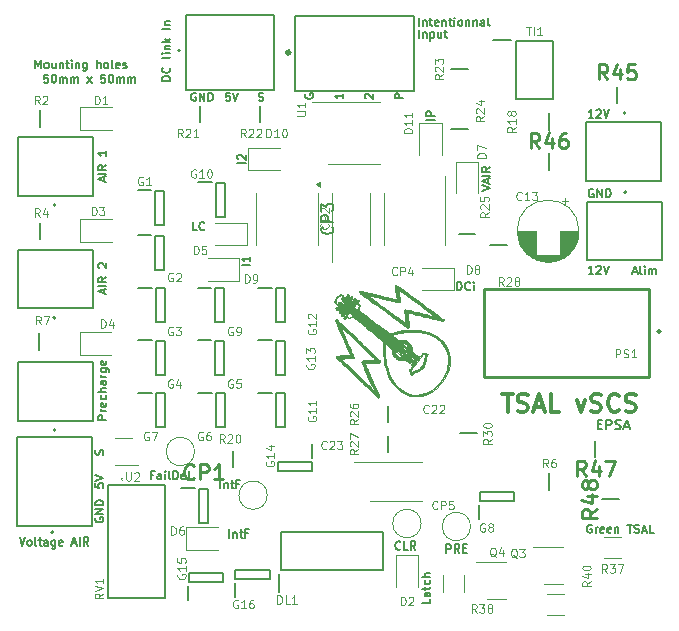
<source format=gbr>
%TF.GenerationSoftware,KiCad,Pcbnew,8.0.0*%
%TF.CreationDate,2024-04-17T18:05:47+02:00*%
%TF.ProjectId,TSAL,5453414c-2e6b-4696-9361-645f70636258,V2.1*%
%TF.SameCoordinates,Original*%
%TF.FileFunction,Legend,Top*%
%TF.FilePolarity,Positive*%
%FSLAX46Y46*%
G04 Gerber Fmt 4.6, Leading zero omitted, Abs format (unit mm)*
G04 Created by KiCad (PCBNEW 8.0.0) date 2024-04-17 18:05:47*
%MOMM*%
%LPD*%
G01*
G04 APERTURE LIST*
%ADD10C,0.150000*%
%ADD11C,0.140000*%
%ADD12C,0.300000*%
%ADD13C,0.087500*%
%ADD14C,0.254000*%
%ADD15C,0.010000*%
%ADD16C,0.120000*%
%ADD17C,0.200000*%
%ADD18C,0.127000*%
%ADD19C,0.100000*%
G04 APERTURE END LIST*
D10*
X149514160Y-64372247D02*
X149780826Y-64372247D01*
X149895112Y-64791295D02*
X149514160Y-64791295D01*
X149514160Y-64791295D02*
X149514160Y-63991295D01*
X149514160Y-63991295D02*
X149895112Y-63991295D01*
X150237970Y-64791295D02*
X150237970Y-63991295D01*
X150237970Y-63991295D02*
X150542732Y-63991295D01*
X150542732Y-63991295D02*
X150618922Y-64029390D01*
X150618922Y-64029390D02*
X150657017Y-64067485D01*
X150657017Y-64067485D02*
X150695113Y-64143676D01*
X150695113Y-64143676D02*
X150695113Y-64257961D01*
X150695113Y-64257961D02*
X150657017Y-64334152D01*
X150657017Y-64334152D02*
X150618922Y-64372247D01*
X150618922Y-64372247D02*
X150542732Y-64410342D01*
X150542732Y-64410342D02*
X150237970Y-64410342D01*
X150999874Y-64753200D02*
X151114160Y-64791295D01*
X151114160Y-64791295D02*
X151304636Y-64791295D01*
X151304636Y-64791295D02*
X151380827Y-64753200D01*
X151380827Y-64753200D02*
X151418922Y-64715104D01*
X151418922Y-64715104D02*
X151457017Y-64638914D01*
X151457017Y-64638914D02*
X151457017Y-64562723D01*
X151457017Y-64562723D02*
X151418922Y-64486533D01*
X151418922Y-64486533D02*
X151380827Y-64448438D01*
X151380827Y-64448438D02*
X151304636Y-64410342D01*
X151304636Y-64410342D02*
X151152255Y-64372247D01*
X151152255Y-64372247D02*
X151076065Y-64334152D01*
X151076065Y-64334152D02*
X151037970Y-64296057D01*
X151037970Y-64296057D02*
X150999874Y-64219866D01*
X150999874Y-64219866D02*
X150999874Y-64143676D01*
X150999874Y-64143676D02*
X151037970Y-64067485D01*
X151037970Y-64067485D02*
X151076065Y-64029390D01*
X151076065Y-64029390D02*
X151152255Y-63991295D01*
X151152255Y-63991295D02*
X151342732Y-63991295D01*
X151342732Y-63991295D02*
X151457017Y-64029390D01*
X151761779Y-64562723D02*
X152142732Y-64562723D01*
X151685589Y-64791295D02*
X151952256Y-63991295D01*
X151952256Y-63991295D02*
X152218922Y-64791295D01*
D11*
X137603000Y-53021553D02*
X137603000Y-52321553D01*
X137603000Y-52321553D02*
X137769667Y-52321553D01*
X137769667Y-52321553D02*
X137869667Y-52354886D01*
X137869667Y-52354886D02*
X137936334Y-52421553D01*
X137936334Y-52421553D02*
X137969667Y-52488220D01*
X137969667Y-52488220D02*
X138003000Y-52621553D01*
X138003000Y-52621553D02*
X138003000Y-52721553D01*
X138003000Y-52721553D02*
X137969667Y-52854886D01*
X137969667Y-52854886D02*
X137936334Y-52921553D01*
X137936334Y-52921553D02*
X137869667Y-52988220D01*
X137869667Y-52988220D02*
X137769667Y-53021553D01*
X137769667Y-53021553D02*
X137603000Y-53021553D01*
X138703000Y-52954886D02*
X138669667Y-52988220D01*
X138669667Y-52988220D02*
X138569667Y-53021553D01*
X138569667Y-53021553D02*
X138503000Y-53021553D01*
X138503000Y-53021553D02*
X138403000Y-52988220D01*
X138403000Y-52988220D02*
X138336334Y-52921553D01*
X138336334Y-52921553D02*
X138303000Y-52854886D01*
X138303000Y-52854886D02*
X138269667Y-52721553D01*
X138269667Y-52721553D02*
X138269667Y-52621553D01*
X138269667Y-52621553D02*
X138303000Y-52488220D01*
X138303000Y-52488220D02*
X138336334Y-52421553D01*
X138336334Y-52421553D02*
X138403000Y-52354886D01*
X138403000Y-52354886D02*
X138503000Y-52321553D01*
X138503000Y-52321553D02*
X138569667Y-52321553D01*
X138569667Y-52321553D02*
X138669667Y-52354886D01*
X138669667Y-52354886D02*
X138703000Y-52388220D01*
X139003000Y-53021553D02*
X139003000Y-52554886D01*
X139003000Y-52321553D02*
X138969667Y-52354886D01*
X138969667Y-52354886D02*
X139003000Y-52388220D01*
X139003000Y-52388220D02*
X139036334Y-52354886D01*
X139036334Y-52354886D02*
X139003000Y-52321553D01*
X139003000Y-52321553D02*
X139003000Y-52388220D01*
D10*
X152482017Y-51456533D02*
X152815350Y-51456533D01*
X152415350Y-51656533D02*
X152648684Y-50956533D01*
X152648684Y-50956533D02*
X152882017Y-51656533D01*
X153215350Y-51656533D02*
X153148684Y-51623200D01*
X153148684Y-51623200D02*
X153115350Y-51556533D01*
X153115350Y-51556533D02*
X153115350Y-50956533D01*
X153482017Y-51656533D02*
X153482017Y-51189866D01*
X153482017Y-50956533D02*
X153448684Y-50989866D01*
X153448684Y-50989866D02*
X153482017Y-51023200D01*
X153482017Y-51023200D02*
X153515351Y-50989866D01*
X153515351Y-50989866D02*
X153482017Y-50956533D01*
X153482017Y-50956533D02*
X153482017Y-51023200D01*
X153815350Y-51656533D02*
X153815350Y-51189866D01*
X153815350Y-51256533D02*
X153848684Y-51223200D01*
X153848684Y-51223200D02*
X153915350Y-51189866D01*
X153915350Y-51189866D02*
X154015350Y-51189866D01*
X154015350Y-51189866D02*
X154082017Y-51223200D01*
X154082017Y-51223200D02*
X154115350Y-51289866D01*
X154115350Y-51289866D02*
X154115350Y-51656533D01*
X154115350Y-51289866D02*
X154148684Y-51223200D01*
X154148684Y-51223200D02*
X154215350Y-51189866D01*
X154215350Y-51189866D02*
X154315350Y-51189866D01*
X154315350Y-51189866D02*
X154382017Y-51223200D01*
X154382017Y-51223200D02*
X154415350Y-51289866D01*
X154415350Y-51289866D02*
X154415350Y-51656533D01*
X107706533Y-53283332D02*
X107706533Y-52949999D01*
X107906533Y-53349999D02*
X107206533Y-53116666D01*
X107206533Y-53116666D02*
X107906533Y-52883332D01*
X107906533Y-52649999D02*
X107206533Y-52649999D01*
X107906533Y-51916666D02*
X107573200Y-52149999D01*
X107906533Y-52316666D02*
X107206533Y-52316666D01*
X107206533Y-52316666D02*
X107206533Y-52049999D01*
X107206533Y-52049999D02*
X107239866Y-51983333D01*
X107239866Y-51983333D02*
X107273200Y-51949999D01*
X107273200Y-51949999D02*
X107339866Y-51916666D01*
X107339866Y-51916666D02*
X107439866Y-51916666D01*
X107439866Y-51916666D02*
X107506533Y-51949999D01*
X107506533Y-51949999D02*
X107539866Y-51983333D01*
X107539866Y-51983333D02*
X107573200Y-52049999D01*
X107573200Y-52049999D02*
X107573200Y-52316666D01*
X107273200Y-51116666D02*
X107239866Y-51083333D01*
X107239866Y-51083333D02*
X107206533Y-51016666D01*
X107206533Y-51016666D02*
X107206533Y-50850000D01*
X107206533Y-50850000D02*
X107239866Y-50783333D01*
X107239866Y-50783333D02*
X107273200Y-50750000D01*
X107273200Y-50750000D02*
X107339866Y-50716666D01*
X107339866Y-50716666D02*
X107406533Y-50716666D01*
X107406533Y-50716666D02*
X107506533Y-50750000D01*
X107506533Y-50750000D02*
X107906533Y-51150000D01*
X107906533Y-51150000D02*
X107906533Y-50716666D01*
X106989866Y-72283332D02*
X106956533Y-72349999D01*
X106956533Y-72349999D02*
X106956533Y-72449999D01*
X106956533Y-72449999D02*
X106989866Y-72549999D01*
X106989866Y-72549999D02*
X107056533Y-72616666D01*
X107056533Y-72616666D02*
X107123200Y-72649999D01*
X107123200Y-72649999D02*
X107256533Y-72683332D01*
X107256533Y-72683332D02*
X107356533Y-72683332D01*
X107356533Y-72683332D02*
X107489866Y-72649999D01*
X107489866Y-72649999D02*
X107556533Y-72616666D01*
X107556533Y-72616666D02*
X107623200Y-72549999D01*
X107623200Y-72549999D02*
X107656533Y-72449999D01*
X107656533Y-72449999D02*
X107656533Y-72383332D01*
X107656533Y-72383332D02*
X107623200Y-72283332D01*
X107623200Y-72283332D02*
X107589866Y-72249999D01*
X107589866Y-72249999D02*
X107356533Y-72249999D01*
X107356533Y-72249999D02*
X107356533Y-72383332D01*
X107656533Y-71949999D02*
X106956533Y-71949999D01*
X106956533Y-71949999D02*
X107656533Y-71549999D01*
X107656533Y-71549999D02*
X106956533Y-71549999D01*
X107656533Y-71216666D02*
X106956533Y-71216666D01*
X106956533Y-71216666D02*
X106956533Y-71049999D01*
X106956533Y-71049999D02*
X106989866Y-70949999D01*
X106989866Y-70949999D02*
X107056533Y-70883333D01*
X107056533Y-70883333D02*
X107123200Y-70849999D01*
X107123200Y-70849999D02*
X107256533Y-70816666D01*
X107256533Y-70816666D02*
X107356533Y-70816666D01*
X107356533Y-70816666D02*
X107489866Y-70849999D01*
X107489866Y-70849999D02*
X107556533Y-70883333D01*
X107556533Y-70883333D02*
X107623200Y-70949999D01*
X107623200Y-70949999D02*
X107656533Y-71049999D01*
X107656533Y-71049999D02*
X107656533Y-71216666D01*
X100550000Y-73956533D02*
X100783334Y-74656533D01*
X100783334Y-74656533D02*
X101016667Y-73956533D01*
X101350000Y-74656533D02*
X101283334Y-74623200D01*
X101283334Y-74623200D02*
X101250000Y-74589866D01*
X101250000Y-74589866D02*
X101216667Y-74523200D01*
X101216667Y-74523200D02*
X101216667Y-74323200D01*
X101216667Y-74323200D02*
X101250000Y-74256533D01*
X101250000Y-74256533D02*
X101283334Y-74223200D01*
X101283334Y-74223200D02*
X101350000Y-74189866D01*
X101350000Y-74189866D02*
X101450000Y-74189866D01*
X101450000Y-74189866D02*
X101516667Y-74223200D01*
X101516667Y-74223200D02*
X101550000Y-74256533D01*
X101550000Y-74256533D02*
X101583334Y-74323200D01*
X101583334Y-74323200D02*
X101583334Y-74523200D01*
X101583334Y-74523200D02*
X101550000Y-74589866D01*
X101550000Y-74589866D02*
X101516667Y-74623200D01*
X101516667Y-74623200D02*
X101450000Y-74656533D01*
X101450000Y-74656533D02*
X101350000Y-74656533D01*
X101983333Y-74656533D02*
X101916667Y-74623200D01*
X101916667Y-74623200D02*
X101883333Y-74556533D01*
X101883333Y-74556533D02*
X101883333Y-73956533D01*
X102150000Y-74189866D02*
X102416667Y-74189866D01*
X102250000Y-73956533D02*
X102250000Y-74556533D01*
X102250000Y-74556533D02*
X102283334Y-74623200D01*
X102283334Y-74623200D02*
X102350000Y-74656533D01*
X102350000Y-74656533D02*
X102416667Y-74656533D01*
X102950000Y-74656533D02*
X102950000Y-74289866D01*
X102950000Y-74289866D02*
X102916667Y-74223200D01*
X102916667Y-74223200D02*
X102850000Y-74189866D01*
X102850000Y-74189866D02*
X102716667Y-74189866D01*
X102716667Y-74189866D02*
X102650000Y-74223200D01*
X102950000Y-74623200D02*
X102883334Y-74656533D01*
X102883334Y-74656533D02*
X102716667Y-74656533D01*
X102716667Y-74656533D02*
X102650000Y-74623200D01*
X102650000Y-74623200D02*
X102616667Y-74556533D01*
X102616667Y-74556533D02*
X102616667Y-74489866D01*
X102616667Y-74489866D02*
X102650000Y-74423200D01*
X102650000Y-74423200D02*
X102716667Y-74389866D01*
X102716667Y-74389866D02*
X102883334Y-74389866D01*
X102883334Y-74389866D02*
X102950000Y-74356533D01*
X103583333Y-74189866D02*
X103583333Y-74756533D01*
X103583333Y-74756533D02*
X103550000Y-74823200D01*
X103550000Y-74823200D02*
X103516667Y-74856533D01*
X103516667Y-74856533D02*
X103450000Y-74889866D01*
X103450000Y-74889866D02*
X103350000Y-74889866D01*
X103350000Y-74889866D02*
X103283333Y-74856533D01*
X103583333Y-74623200D02*
X103516667Y-74656533D01*
X103516667Y-74656533D02*
X103383333Y-74656533D01*
X103383333Y-74656533D02*
X103316667Y-74623200D01*
X103316667Y-74623200D02*
X103283333Y-74589866D01*
X103283333Y-74589866D02*
X103250000Y-74523200D01*
X103250000Y-74523200D02*
X103250000Y-74323200D01*
X103250000Y-74323200D02*
X103283333Y-74256533D01*
X103283333Y-74256533D02*
X103316667Y-74223200D01*
X103316667Y-74223200D02*
X103383333Y-74189866D01*
X103383333Y-74189866D02*
X103516667Y-74189866D01*
X103516667Y-74189866D02*
X103583333Y-74223200D01*
X104183333Y-74623200D02*
X104116666Y-74656533D01*
X104116666Y-74656533D02*
X103983333Y-74656533D01*
X103983333Y-74656533D02*
X103916666Y-74623200D01*
X103916666Y-74623200D02*
X103883333Y-74556533D01*
X103883333Y-74556533D02*
X103883333Y-74289866D01*
X103883333Y-74289866D02*
X103916666Y-74223200D01*
X103916666Y-74223200D02*
X103983333Y-74189866D01*
X103983333Y-74189866D02*
X104116666Y-74189866D01*
X104116666Y-74189866D02*
X104183333Y-74223200D01*
X104183333Y-74223200D02*
X104216666Y-74289866D01*
X104216666Y-74289866D02*
X104216666Y-74356533D01*
X104216666Y-74356533D02*
X103883333Y-74423200D01*
X105016666Y-74456533D02*
X105349999Y-74456533D01*
X104949999Y-74656533D02*
X105183333Y-73956533D01*
X105183333Y-73956533D02*
X105416666Y-74656533D01*
X105649999Y-74656533D02*
X105649999Y-73956533D01*
X106383332Y-74656533D02*
X106149999Y-74323200D01*
X105983332Y-74656533D02*
X105983332Y-73956533D01*
X105983332Y-73956533D02*
X106249999Y-73956533D01*
X106249999Y-73956533D02*
X106316666Y-73989866D01*
X106316666Y-73989866D02*
X106349999Y-74023200D01*
X106349999Y-74023200D02*
X106383332Y-74089866D01*
X106383332Y-74089866D02*
X106383332Y-74189866D01*
X106383332Y-74189866D02*
X106349999Y-74256533D01*
X106349999Y-74256533D02*
X106316666Y-74289866D01*
X106316666Y-74289866D02*
X106249999Y-74323200D01*
X106249999Y-74323200D02*
X105983332Y-74323200D01*
D11*
X119696553Y-42243333D02*
X118996553Y-42243333D01*
X119063220Y-41943333D02*
X119029886Y-41910000D01*
X119029886Y-41910000D02*
X118996553Y-41843333D01*
X118996553Y-41843333D02*
X118996553Y-41676667D01*
X118996553Y-41676667D02*
X119029886Y-41610000D01*
X119029886Y-41610000D02*
X119063220Y-41576667D01*
X119063220Y-41576667D02*
X119129886Y-41543333D01*
X119129886Y-41543333D02*
X119196553Y-41543333D01*
X119196553Y-41543333D02*
X119296553Y-41576667D01*
X119296553Y-41576667D02*
X119696553Y-41976667D01*
X119696553Y-41976667D02*
X119696553Y-41543333D01*
D10*
X113317533Y-35265999D02*
X112617533Y-35265999D01*
X112617533Y-35265999D02*
X112617533Y-35099332D01*
X112617533Y-35099332D02*
X112650866Y-34999332D01*
X112650866Y-34999332D02*
X112717533Y-34932666D01*
X112717533Y-34932666D02*
X112784200Y-34899332D01*
X112784200Y-34899332D02*
X112917533Y-34865999D01*
X112917533Y-34865999D02*
X113017533Y-34865999D01*
X113017533Y-34865999D02*
X113150866Y-34899332D01*
X113150866Y-34899332D02*
X113217533Y-34932666D01*
X113217533Y-34932666D02*
X113284200Y-34999332D01*
X113284200Y-34999332D02*
X113317533Y-35099332D01*
X113317533Y-35099332D02*
X113317533Y-35265999D01*
X113250866Y-34165999D02*
X113284200Y-34199332D01*
X113284200Y-34199332D02*
X113317533Y-34299332D01*
X113317533Y-34299332D02*
X113317533Y-34365999D01*
X113317533Y-34365999D02*
X113284200Y-34465999D01*
X113284200Y-34465999D02*
X113217533Y-34532666D01*
X113217533Y-34532666D02*
X113150866Y-34565999D01*
X113150866Y-34565999D02*
X113017533Y-34599332D01*
X113017533Y-34599332D02*
X112917533Y-34599332D01*
X112917533Y-34599332D02*
X112784200Y-34565999D01*
X112784200Y-34565999D02*
X112717533Y-34532666D01*
X112717533Y-34532666D02*
X112650866Y-34465999D01*
X112650866Y-34465999D02*
X112617533Y-34365999D01*
X112617533Y-34365999D02*
X112617533Y-34299332D01*
X112617533Y-34299332D02*
X112650866Y-34199332D01*
X112650866Y-34199332D02*
X112684200Y-34165999D01*
X113317533Y-33232666D02*
X113284200Y-33299333D01*
X113284200Y-33299333D02*
X113217533Y-33332666D01*
X113217533Y-33332666D02*
X112617533Y-33332666D01*
X113317533Y-32965999D02*
X112850866Y-32965999D01*
X112617533Y-32965999D02*
X112650866Y-32999332D01*
X112650866Y-32999332D02*
X112684200Y-32965999D01*
X112684200Y-32965999D02*
X112650866Y-32932666D01*
X112650866Y-32932666D02*
X112617533Y-32965999D01*
X112617533Y-32965999D02*
X112684200Y-32965999D01*
X112850866Y-32632666D02*
X113317533Y-32632666D01*
X112917533Y-32632666D02*
X112884200Y-32599333D01*
X112884200Y-32599333D02*
X112850866Y-32532666D01*
X112850866Y-32532666D02*
X112850866Y-32432666D01*
X112850866Y-32432666D02*
X112884200Y-32365999D01*
X112884200Y-32365999D02*
X112950866Y-32332666D01*
X112950866Y-32332666D02*
X113317533Y-32332666D01*
X113317533Y-31999333D02*
X112617533Y-31999333D01*
X113050866Y-31932666D02*
X113317533Y-31732666D01*
X112850866Y-31732666D02*
X113117533Y-31999333D01*
X113317533Y-30899333D02*
X112617533Y-30899333D01*
X112850866Y-30566000D02*
X113317533Y-30566000D01*
X112917533Y-30566000D02*
X112884200Y-30532667D01*
X112884200Y-30532667D02*
X112850866Y-30466000D01*
X112850866Y-30466000D02*
X112850866Y-30366000D01*
X112850866Y-30366000D02*
X112884200Y-30299333D01*
X112884200Y-30299333D02*
X112950866Y-30266000D01*
X112950866Y-30266000D02*
X113317533Y-30266000D01*
X106956533Y-69383333D02*
X106956533Y-69716666D01*
X106956533Y-69716666D02*
X107289866Y-69749999D01*
X107289866Y-69749999D02*
X107256533Y-69716666D01*
X107256533Y-69716666D02*
X107223200Y-69649999D01*
X107223200Y-69649999D02*
X107223200Y-69483333D01*
X107223200Y-69483333D02*
X107256533Y-69416666D01*
X107256533Y-69416666D02*
X107289866Y-69383333D01*
X107289866Y-69383333D02*
X107356533Y-69349999D01*
X107356533Y-69349999D02*
X107523200Y-69349999D01*
X107523200Y-69349999D02*
X107589866Y-69383333D01*
X107589866Y-69383333D02*
X107623200Y-69416666D01*
X107623200Y-69416666D02*
X107656533Y-69483333D01*
X107656533Y-69483333D02*
X107656533Y-69649999D01*
X107656533Y-69649999D02*
X107623200Y-69716666D01*
X107623200Y-69716666D02*
X107589866Y-69749999D01*
X106956533Y-69149999D02*
X107656533Y-68916666D01*
X107656533Y-68916666D02*
X106956533Y-68683332D01*
X124744366Y-36392666D02*
X124711033Y-36459333D01*
X124711033Y-36459333D02*
X124711033Y-36559333D01*
X124711033Y-36559333D02*
X124744366Y-36659333D01*
X124744366Y-36659333D02*
X124811033Y-36726000D01*
X124811033Y-36726000D02*
X124877700Y-36759333D01*
X124877700Y-36759333D02*
X125011033Y-36792666D01*
X125011033Y-36792666D02*
X125111033Y-36792666D01*
X125111033Y-36792666D02*
X125244366Y-36759333D01*
X125244366Y-36759333D02*
X125311033Y-36726000D01*
X125311033Y-36726000D02*
X125377700Y-36659333D01*
X125377700Y-36659333D02*
X125411033Y-36559333D01*
X125411033Y-36559333D02*
X125411033Y-36492666D01*
X125411033Y-36492666D02*
X125377700Y-36392666D01*
X125377700Y-36392666D02*
X125344366Y-36359333D01*
X125344366Y-36359333D02*
X125111033Y-36359333D01*
X125111033Y-36359333D02*
X125111033Y-36492666D01*
X133031033Y-36759333D02*
X132331033Y-36759333D01*
X132331033Y-36759333D02*
X132331033Y-36492666D01*
X132331033Y-36492666D02*
X132364366Y-36426000D01*
X132364366Y-36426000D02*
X132397700Y-36392666D01*
X132397700Y-36392666D02*
X132464366Y-36359333D01*
X132464366Y-36359333D02*
X132564366Y-36359333D01*
X132564366Y-36359333D02*
X132631033Y-36392666D01*
X132631033Y-36392666D02*
X132664366Y-36426000D01*
X132664366Y-36426000D02*
X132697700Y-36492666D01*
X132697700Y-36492666D02*
X132697700Y-36759333D01*
X120800000Y-36957200D02*
X120900000Y-36990533D01*
X120900000Y-36990533D02*
X121066667Y-36990533D01*
X121066667Y-36990533D02*
X121133333Y-36957200D01*
X121133333Y-36957200D02*
X121166667Y-36923866D01*
X121166667Y-36923866D02*
X121200000Y-36857200D01*
X121200000Y-36857200D02*
X121200000Y-36790533D01*
X121200000Y-36790533D02*
X121166667Y-36723866D01*
X121166667Y-36723866D02*
X121133333Y-36690533D01*
X121133333Y-36690533D02*
X121066667Y-36657200D01*
X121066667Y-36657200D02*
X120933333Y-36623866D01*
X120933333Y-36623866D02*
X120866667Y-36590533D01*
X120866667Y-36590533D02*
X120833333Y-36557200D01*
X120833333Y-36557200D02*
X120800000Y-36490533D01*
X120800000Y-36490533D02*
X120800000Y-36423866D01*
X120800000Y-36423866D02*
X120833333Y-36357200D01*
X120833333Y-36357200D02*
X120866667Y-36323866D01*
X120866667Y-36323866D02*
X120933333Y-36290533D01*
X120933333Y-36290533D02*
X121100000Y-36290533D01*
X121100000Y-36290533D02*
X121200000Y-36323866D01*
D11*
X117547333Y-69785553D02*
X117547333Y-69085553D01*
X117880666Y-69318886D02*
X117880666Y-69785553D01*
X117880666Y-69385553D02*
X117914000Y-69352220D01*
X117914000Y-69352220D02*
X117980666Y-69318886D01*
X117980666Y-69318886D02*
X118080666Y-69318886D01*
X118080666Y-69318886D02*
X118147333Y-69352220D01*
X118147333Y-69352220D02*
X118180666Y-69418886D01*
X118180666Y-69418886D02*
X118180666Y-69785553D01*
X118413999Y-69318886D02*
X118680666Y-69318886D01*
X118513999Y-69085553D02*
X118513999Y-69685553D01*
X118513999Y-69685553D02*
X118547333Y-69752220D01*
X118547333Y-69752220D02*
X118613999Y-69785553D01*
X118613999Y-69785553D02*
X118680666Y-69785553D01*
X119147333Y-69418886D02*
X118913999Y-69418886D01*
X118913999Y-69785553D02*
X118913999Y-69085553D01*
X118913999Y-69085553D02*
X119247333Y-69085553D01*
X120077553Y-50879333D02*
X119377553Y-50879333D01*
X120077553Y-50179333D02*
X120077553Y-50579333D01*
X120077553Y-50379333D02*
X119377553Y-50379333D01*
X119377553Y-50379333D02*
X119477553Y-50446000D01*
X119477553Y-50446000D02*
X119544220Y-50512667D01*
X119544220Y-50512667D02*
X119577553Y-50579333D01*
D10*
X118366667Y-36290533D02*
X118033333Y-36290533D01*
X118033333Y-36290533D02*
X118000000Y-36623866D01*
X118000000Y-36623866D02*
X118033333Y-36590533D01*
X118033333Y-36590533D02*
X118100000Y-36557200D01*
X118100000Y-36557200D02*
X118266667Y-36557200D01*
X118266667Y-36557200D02*
X118333333Y-36590533D01*
X118333333Y-36590533D02*
X118366667Y-36623866D01*
X118366667Y-36623866D02*
X118400000Y-36690533D01*
X118400000Y-36690533D02*
X118400000Y-36857200D01*
X118400000Y-36857200D02*
X118366667Y-36923866D01*
X118366667Y-36923866D02*
X118333333Y-36957200D01*
X118333333Y-36957200D02*
X118266667Y-36990533D01*
X118266667Y-36990533D02*
X118100000Y-36990533D01*
X118100000Y-36990533D02*
X118033333Y-36957200D01*
X118033333Y-36957200D02*
X118000000Y-36923866D01*
X118600000Y-36290533D02*
X118833334Y-36990533D01*
X118833334Y-36990533D02*
X119066667Y-36290533D01*
X101877350Y-34216533D02*
X101877350Y-33516533D01*
X101877350Y-33516533D02*
X102110684Y-34016533D01*
X102110684Y-34016533D02*
X102344017Y-33516533D01*
X102344017Y-33516533D02*
X102344017Y-34216533D01*
X102777350Y-34216533D02*
X102710684Y-34183200D01*
X102710684Y-34183200D02*
X102677350Y-34149866D01*
X102677350Y-34149866D02*
X102644017Y-34083200D01*
X102644017Y-34083200D02*
X102644017Y-33883200D01*
X102644017Y-33883200D02*
X102677350Y-33816533D01*
X102677350Y-33816533D02*
X102710684Y-33783200D01*
X102710684Y-33783200D02*
X102777350Y-33749866D01*
X102777350Y-33749866D02*
X102877350Y-33749866D01*
X102877350Y-33749866D02*
X102944017Y-33783200D01*
X102944017Y-33783200D02*
X102977350Y-33816533D01*
X102977350Y-33816533D02*
X103010684Y-33883200D01*
X103010684Y-33883200D02*
X103010684Y-34083200D01*
X103010684Y-34083200D02*
X102977350Y-34149866D01*
X102977350Y-34149866D02*
X102944017Y-34183200D01*
X102944017Y-34183200D02*
X102877350Y-34216533D01*
X102877350Y-34216533D02*
X102777350Y-34216533D01*
X103610683Y-33749866D02*
X103610683Y-34216533D01*
X103310683Y-33749866D02*
X103310683Y-34116533D01*
X103310683Y-34116533D02*
X103344017Y-34183200D01*
X103344017Y-34183200D02*
X103410683Y-34216533D01*
X103410683Y-34216533D02*
X103510683Y-34216533D01*
X103510683Y-34216533D02*
X103577350Y-34183200D01*
X103577350Y-34183200D02*
X103610683Y-34149866D01*
X103944016Y-33749866D02*
X103944016Y-34216533D01*
X103944016Y-33816533D02*
X103977350Y-33783200D01*
X103977350Y-33783200D02*
X104044016Y-33749866D01*
X104044016Y-33749866D02*
X104144016Y-33749866D01*
X104144016Y-33749866D02*
X104210683Y-33783200D01*
X104210683Y-33783200D02*
X104244016Y-33849866D01*
X104244016Y-33849866D02*
X104244016Y-34216533D01*
X104477349Y-33749866D02*
X104744016Y-33749866D01*
X104577349Y-33516533D02*
X104577349Y-34116533D01*
X104577349Y-34116533D02*
X104610683Y-34183200D01*
X104610683Y-34183200D02*
X104677349Y-34216533D01*
X104677349Y-34216533D02*
X104744016Y-34216533D01*
X104977349Y-34216533D02*
X104977349Y-33749866D01*
X104977349Y-33516533D02*
X104944016Y-33549866D01*
X104944016Y-33549866D02*
X104977349Y-33583200D01*
X104977349Y-33583200D02*
X105010683Y-33549866D01*
X105010683Y-33549866D02*
X104977349Y-33516533D01*
X104977349Y-33516533D02*
X104977349Y-33583200D01*
X105310682Y-33749866D02*
X105310682Y-34216533D01*
X105310682Y-33816533D02*
X105344016Y-33783200D01*
X105344016Y-33783200D02*
X105410682Y-33749866D01*
X105410682Y-33749866D02*
X105510682Y-33749866D01*
X105510682Y-33749866D02*
X105577349Y-33783200D01*
X105577349Y-33783200D02*
X105610682Y-33849866D01*
X105610682Y-33849866D02*
X105610682Y-34216533D01*
X106244015Y-33749866D02*
X106244015Y-34316533D01*
X106244015Y-34316533D02*
X106210682Y-34383200D01*
X106210682Y-34383200D02*
X106177349Y-34416533D01*
X106177349Y-34416533D02*
X106110682Y-34449866D01*
X106110682Y-34449866D02*
X106010682Y-34449866D01*
X106010682Y-34449866D02*
X105944015Y-34416533D01*
X106244015Y-34183200D02*
X106177349Y-34216533D01*
X106177349Y-34216533D02*
X106044015Y-34216533D01*
X106044015Y-34216533D02*
X105977349Y-34183200D01*
X105977349Y-34183200D02*
X105944015Y-34149866D01*
X105944015Y-34149866D02*
X105910682Y-34083200D01*
X105910682Y-34083200D02*
X105910682Y-33883200D01*
X105910682Y-33883200D02*
X105944015Y-33816533D01*
X105944015Y-33816533D02*
X105977349Y-33783200D01*
X105977349Y-33783200D02*
X106044015Y-33749866D01*
X106044015Y-33749866D02*
X106177349Y-33749866D01*
X106177349Y-33749866D02*
X106244015Y-33783200D01*
X107110681Y-34216533D02*
X107110681Y-33516533D01*
X107410681Y-34216533D02*
X107410681Y-33849866D01*
X107410681Y-33849866D02*
X107377348Y-33783200D01*
X107377348Y-33783200D02*
X107310681Y-33749866D01*
X107310681Y-33749866D02*
X107210681Y-33749866D01*
X107210681Y-33749866D02*
X107144015Y-33783200D01*
X107144015Y-33783200D02*
X107110681Y-33816533D01*
X107844014Y-34216533D02*
X107777348Y-34183200D01*
X107777348Y-34183200D02*
X107744014Y-34149866D01*
X107744014Y-34149866D02*
X107710681Y-34083200D01*
X107710681Y-34083200D02*
X107710681Y-33883200D01*
X107710681Y-33883200D02*
X107744014Y-33816533D01*
X107744014Y-33816533D02*
X107777348Y-33783200D01*
X107777348Y-33783200D02*
X107844014Y-33749866D01*
X107844014Y-33749866D02*
X107944014Y-33749866D01*
X107944014Y-33749866D02*
X108010681Y-33783200D01*
X108010681Y-33783200D02*
X108044014Y-33816533D01*
X108044014Y-33816533D02*
X108077348Y-33883200D01*
X108077348Y-33883200D02*
X108077348Y-34083200D01*
X108077348Y-34083200D02*
X108044014Y-34149866D01*
X108044014Y-34149866D02*
X108010681Y-34183200D01*
X108010681Y-34183200D02*
X107944014Y-34216533D01*
X107944014Y-34216533D02*
X107844014Y-34216533D01*
X108477347Y-34216533D02*
X108410681Y-34183200D01*
X108410681Y-34183200D02*
X108377347Y-34116533D01*
X108377347Y-34116533D02*
X108377347Y-33516533D01*
X109010681Y-34183200D02*
X108944014Y-34216533D01*
X108944014Y-34216533D02*
X108810681Y-34216533D01*
X108810681Y-34216533D02*
X108744014Y-34183200D01*
X108744014Y-34183200D02*
X108710681Y-34116533D01*
X108710681Y-34116533D02*
X108710681Y-33849866D01*
X108710681Y-33849866D02*
X108744014Y-33783200D01*
X108744014Y-33783200D02*
X108810681Y-33749866D01*
X108810681Y-33749866D02*
X108944014Y-33749866D01*
X108944014Y-33749866D02*
X109010681Y-33783200D01*
X109010681Y-33783200D02*
X109044014Y-33849866D01*
X109044014Y-33849866D02*
X109044014Y-33916533D01*
X109044014Y-33916533D02*
X108710681Y-33983200D01*
X109310681Y-34183200D02*
X109377348Y-34216533D01*
X109377348Y-34216533D02*
X109510681Y-34216533D01*
X109510681Y-34216533D02*
X109577348Y-34183200D01*
X109577348Y-34183200D02*
X109610681Y-34116533D01*
X109610681Y-34116533D02*
X109610681Y-34083200D01*
X109610681Y-34083200D02*
X109577348Y-34016533D01*
X109577348Y-34016533D02*
X109510681Y-33983200D01*
X109510681Y-33983200D02*
X109410681Y-33983200D01*
X109410681Y-33983200D02*
X109344014Y-33949866D01*
X109344014Y-33949866D02*
X109310681Y-33883200D01*
X109310681Y-33883200D02*
X109310681Y-33849866D01*
X109310681Y-33849866D02*
X109344014Y-33783200D01*
X109344014Y-33783200D02*
X109410681Y-33749866D01*
X109410681Y-33749866D02*
X109510681Y-33749866D01*
X109510681Y-33749866D02*
X109577348Y-33783200D01*
X129857700Y-36775999D02*
X129824366Y-36742666D01*
X129824366Y-36742666D02*
X129791033Y-36675999D01*
X129791033Y-36675999D02*
X129791033Y-36509333D01*
X129791033Y-36509333D02*
X129824366Y-36442666D01*
X129824366Y-36442666D02*
X129857700Y-36409333D01*
X129857700Y-36409333D02*
X129924366Y-36375999D01*
X129924366Y-36375999D02*
X129991033Y-36375999D01*
X129991033Y-36375999D02*
X130091033Y-36409333D01*
X130091033Y-36409333D02*
X130491033Y-36809333D01*
X130491033Y-36809333D02*
X130491033Y-36375999D01*
X149132017Y-44489866D02*
X149065350Y-44456533D01*
X149065350Y-44456533D02*
X148965350Y-44456533D01*
X148965350Y-44456533D02*
X148865350Y-44489866D01*
X148865350Y-44489866D02*
X148798684Y-44556533D01*
X148798684Y-44556533D02*
X148765350Y-44623200D01*
X148765350Y-44623200D02*
X148732017Y-44756533D01*
X148732017Y-44756533D02*
X148732017Y-44856533D01*
X148732017Y-44856533D02*
X148765350Y-44989866D01*
X148765350Y-44989866D02*
X148798684Y-45056533D01*
X148798684Y-45056533D02*
X148865350Y-45123200D01*
X148865350Y-45123200D02*
X148965350Y-45156533D01*
X148965350Y-45156533D02*
X149032017Y-45156533D01*
X149032017Y-45156533D02*
X149132017Y-45123200D01*
X149132017Y-45123200D02*
X149165350Y-45089866D01*
X149165350Y-45089866D02*
X149165350Y-44856533D01*
X149165350Y-44856533D02*
X149032017Y-44856533D01*
X149465350Y-45156533D02*
X149465350Y-44456533D01*
X149465350Y-44456533D02*
X149865350Y-45156533D01*
X149865350Y-45156533D02*
X149865350Y-44456533D01*
X150198683Y-45156533D02*
X150198683Y-44456533D01*
X150198683Y-44456533D02*
X150365350Y-44456533D01*
X150365350Y-44456533D02*
X150465350Y-44489866D01*
X150465350Y-44489866D02*
X150532017Y-44556533D01*
X150532017Y-44556533D02*
X150565350Y-44623200D01*
X150565350Y-44623200D02*
X150598683Y-44756533D01*
X150598683Y-44756533D02*
X150598683Y-44856533D01*
X150598683Y-44856533D02*
X150565350Y-44989866D01*
X150565350Y-44989866D02*
X150532017Y-45056533D01*
X150532017Y-45056533D02*
X150465350Y-45123200D01*
X150465350Y-45123200D02*
X150365350Y-45156533D01*
X150365350Y-45156533D02*
X150198683Y-45156533D01*
D11*
X139697553Y-44610999D02*
X140397553Y-44377666D01*
X140397553Y-44377666D02*
X139697553Y-44144332D01*
X140197553Y-43944332D02*
X140197553Y-43610999D01*
X140397553Y-44010999D02*
X139697553Y-43777666D01*
X139697553Y-43777666D02*
X140397553Y-43544332D01*
X140397553Y-43310999D02*
X139697553Y-43310999D01*
X140397553Y-42577666D02*
X140064220Y-42810999D01*
X140397553Y-42977666D02*
X139697553Y-42977666D01*
X139697553Y-42977666D02*
X139697553Y-42710999D01*
X139697553Y-42710999D02*
X139730886Y-42644333D01*
X139730886Y-42644333D02*
X139764220Y-42610999D01*
X139764220Y-42610999D02*
X139830886Y-42577666D01*
X139830886Y-42577666D02*
X139930886Y-42577666D01*
X139930886Y-42577666D02*
X139997553Y-42610999D01*
X139997553Y-42610999D02*
X140030886Y-42644333D01*
X140030886Y-42644333D02*
X140064220Y-42710999D01*
X140064220Y-42710999D02*
X140064220Y-42977666D01*
D10*
X115466667Y-36323866D02*
X115400000Y-36290533D01*
X115400000Y-36290533D02*
X115300000Y-36290533D01*
X115300000Y-36290533D02*
X115200000Y-36323866D01*
X115200000Y-36323866D02*
X115133334Y-36390533D01*
X115133334Y-36390533D02*
X115100000Y-36457200D01*
X115100000Y-36457200D02*
X115066667Y-36590533D01*
X115066667Y-36590533D02*
X115066667Y-36690533D01*
X115066667Y-36690533D02*
X115100000Y-36823866D01*
X115100000Y-36823866D02*
X115133334Y-36890533D01*
X115133334Y-36890533D02*
X115200000Y-36957200D01*
X115200000Y-36957200D02*
X115300000Y-36990533D01*
X115300000Y-36990533D02*
X115366667Y-36990533D01*
X115366667Y-36990533D02*
X115466667Y-36957200D01*
X115466667Y-36957200D02*
X115500000Y-36923866D01*
X115500000Y-36923866D02*
X115500000Y-36690533D01*
X115500000Y-36690533D02*
X115366667Y-36690533D01*
X115800000Y-36990533D02*
X115800000Y-36290533D01*
X115800000Y-36290533D02*
X116200000Y-36990533D01*
X116200000Y-36990533D02*
X116200000Y-36290533D01*
X116533333Y-36990533D02*
X116533333Y-36290533D01*
X116533333Y-36290533D02*
X116700000Y-36290533D01*
X116700000Y-36290533D02*
X116800000Y-36323866D01*
X116800000Y-36323866D02*
X116866667Y-36390533D01*
X116866667Y-36390533D02*
X116900000Y-36457200D01*
X116900000Y-36457200D02*
X116933333Y-36590533D01*
X116933333Y-36590533D02*
X116933333Y-36690533D01*
X116933333Y-36690533D02*
X116900000Y-36823866D01*
X116900000Y-36823866D02*
X116866667Y-36890533D01*
X116866667Y-36890533D02*
X116800000Y-36957200D01*
X116800000Y-36957200D02*
X116700000Y-36990533D01*
X116700000Y-36990533D02*
X116533333Y-36990533D01*
X149132017Y-38406533D02*
X148732017Y-38406533D01*
X148932017Y-38406533D02*
X148932017Y-37706533D01*
X148932017Y-37706533D02*
X148865350Y-37806533D01*
X148865350Y-37806533D02*
X148798684Y-37873200D01*
X148798684Y-37873200D02*
X148732017Y-37906533D01*
X149398684Y-37773200D02*
X149432017Y-37739866D01*
X149432017Y-37739866D02*
X149498684Y-37706533D01*
X149498684Y-37706533D02*
X149665351Y-37706533D01*
X149665351Y-37706533D02*
X149732017Y-37739866D01*
X149732017Y-37739866D02*
X149765351Y-37773200D01*
X149765351Y-37773200D02*
X149798684Y-37839866D01*
X149798684Y-37839866D02*
X149798684Y-37906533D01*
X149798684Y-37906533D02*
X149765351Y-38006533D01*
X149765351Y-38006533D02*
X149365351Y-38406533D01*
X149365351Y-38406533D02*
X149798684Y-38406533D01*
X149998684Y-37706533D02*
X150232018Y-38406533D01*
X150232018Y-38406533D02*
X150465351Y-37706533D01*
X148984000Y-72899866D02*
X148917333Y-72866533D01*
X148917333Y-72866533D02*
X148817333Y-72866533D01*
X148817333Y-72866533D02*
X148717333Y-72899866D01*
X148717333Y-72899866D02*
X148650667Y-72966533D01*
X148650667Y-72966533D02*
X148617333Y-73033200D01*
X148617333Y-73033200D02*
X148584000Y-73166533D01*
X148584000Y-73166533D02*
X148584000Y-73266533D01*
X148584000Y-73266533D02*
X148617333Y-73399866D01*
X148617333Y-73399866D02*
X148650667Y-73466533D01*
X148650667Y-73466533D02*
X148717333Y-73533200D01*
X148717333Y-73533200D02*
X148817333Y-73566533D01*
X148817333Y-73566533D02*
X148884000Y-73566533D01*
X148884000Y-73566533D02*
X148984000Y-73533200D01*
X148984000Y-73533200D02*
X149017333Y-73499866D01*
X149017333Y-73499866D02*
X149017333Y-73266533D01*
X149017333Y-73266533D02*
X148884000Y-73266533D01*
X149317333Y-73566533D02*
X149317333Y-73099866D01*
X149317333Y-73233200D02*
X149350667Y-73166533D01*
X149350667Y-73166533D02*
X149384000Y-73133200D01*
X149384000Y-73133200D02*
X149450667Y-73099866D01*
X149450667Y-73099866D02*
X149517333Y-73099866D01*
X150017333Y-73533200D02*
X149950666Y-73566533D01*
X149950666Y-73566533D02*
X149817333Y-73566533D01*
X149817333Y-73566533D02*
X149750666Y-73533200D01*
X149750666Y-73533200D02*
X149717333Y-73466533D01*
X149717333Y-73466533D02*
X149717333Y-73199866D01*
X149717333Y-73199866D02*
X149750666Y-73133200D01*
X149750666Y-73133200D02*
X149817333Y-73099866D01*
X149817333Y-73099866D02*
X149950666Y-73099866D01*
X149950666Y-73099866D02*
X150017333Y-73133200D01*
X150017333Y-73133200D02*
X150050666Y-73199866D01*
X150050666Y-73199866D02*
X150050666Y-73266533D01*
X150050666Y-73266533D02*
X149717333Y-73333200D01*
X150617333Y-73533200D02*
X150550666Y-73566533D01*
X150550666Y-73566533D02*
X150417333Y-73566533D01*
X150417333Y-73566533D02*
X150350666Y-73533200D01*
X150350666Y-73533200D02*
X150317333Y-73466533D01*
X150317333Y-73466533D02*
X150317333Y-73199866D01*
X150317333Y-73199866D02*
X150350666Y-73133200D01*
X150350666Y-73133200D02*
X150417333Y-73099866D01*
X150417333Y-73099866D02*
X150550666Y-73099866D01*
X150550666Y-73099866D02*
X150617333Y-73133200D01*
X150617333Y-73133200D02*
X150650666Y-73199866D01*
X150650666Y-73199866D02*
X150650666Y-73266533D01*
X150650666Y-73266533D02*
X150317333Y-73333200D01*
X150950666Y-73099866D02*
X150950666Y-73566533D01*
X150950666Y-73166533D02*
X150984000Y-73133200D01*
X150984000Y-73133200D02*
X151050666Y-73099866D01*
X151050666Y-73099866D02*
X151150666Y-73099866D01*
X151150666Y-73099866D02*
X151217333Y-73133200D01*
X151217333Y-73133200D02*
X151250666Y-73199866D01*
X151250666Y-73199866D02*
X151250666Y-73566533D01*
X152017332Y-72866533D02*
X152417332Y-72866533D01*
X152217332Y-73566533D02*
X152217332Y-72866533D01*
X152617332Y-73533200D02*
X152717332Y-73566533D01*
X152717332Y-73566533D02*
X152883999Y-73566533D01*
X152883999Y-73566533D02*
X152950665Y-73533200D01*
X152950665Y-73533200D02*
X152983999Y-73499866D01*
X152983999Y-73499866D02*
X153017332Y-73433200D01*
X153017332Y-73433200D02*
X153017332Y-73366533D01*
X153017332Y-73366533D02*
X152983999Y-73299866D01*
X152983999Y-73299866D02*
X152950665Y-73266533D01*
X152950665Y-73266533D02*
X152883999Y-73233200D01*
X152883999Y-73233200D02*
X152750665Y-73199866D01*
X152750665Y-73199866D02*
X152683999Y-73166533D01*
X152683999Y-73166533D02*
X152650665Y-73133200D01*
X152650665Y-73133200D02*
X152617332Y-73066533D01*
X152617332Y-73066533D02*
X152617332Y-72999866D01*
X152617332Y-72999866D02*
X152650665Y-72933200D01*
X152650665Y-72933200D02*
X152683999Y-72899866D01*
X152683999Y-72899866D02*
X152750665Y-72866533D01*
X152750665Y-72866533D02*
X152917332Y-72866533D01*
X152917332Y-72866533D02*
X153017332Y-72899866D01*
X153283999Y-73366533D02*
X153617332Y-73366533D01*
X153217332Y-73566533D02*
X153450666Y-72866533D01*
X153450666Y-72866533D02*
X153683999Y-73566533D01*
X154250666Y-73566533D02*
X153917332Y-73566533D01*
X153917332Y-73566533D02*
X153917332Y-72866533D01*
D12*
X141437225Y-61800828D02*
X142294368Y-61800828D01*
X141865796Y-63300828D02*
X141865796Y-61800828D01*
X142722939Y-63229400D02*
X142937225Y-63300828D01*
X142937225Y-63300828D02*
X143294367Y-63300828D01*
X143294367Y-63300828D02*
X143437225Y-63229400D01*
X143437225Y-63229400D02*
X143508653Y-63157971D01*
X143508653Y-63157971D02*
X143580082Y-63015114D01*
X143580082Y-63015114D02*
X143580082Y-62872257D01*
X143580082Y-62872257D02*
X143508653Y-62729400D01*
X143508653Y-62729400D02*
X143437225Y-62657971D01*
X143437225Y-62657971D02*
X143294367Y-62586542D01*
X143294367Y-62586542D02*
X143008653Y-62515114D01*
X143008653Y-62515114D02*
X142865796Y-62443685D01*
X142865796Y-62443685D02*
X142794367Y-62372257D01*
X142794367Y-62372257D02*
X142722939Y-62229400D01*
X142722939Y-62229400D02*
X142722939Y-62086542D01*
X142722939Y-62086542D02*
X142794367Y-61943685D01*
X142794367Y-61943685D02*
X142865796Y-61872257D01*
X142865796Y-61872257D02*
X143008653Y-61800828D01*
X143008653Y-61800828D02*
X143365796Y-61800828D01*
X143365796Y-61800828D02*
X143580082Y-61872257D01*
X144151510Y-62872257D02*
X144865796Y-62872257D01*
X144008653Y-63300828D02*
X144508653Y-61800828D01*
X144508653Y-61800828D02*
X145008653Y-63300828D01*
X146222938Y-63300828D02*
X145508652Y-63300828D01*
X145508652Y-63300828D02*
X145508652Y-61800828D01*
X147722938Y-62300828D02*
X148080081Y-63300828D01*
X148080081Y-63300828D02*
X148437224Y-62300828D01*
X148937224Y-63229400D02*
X149151510Y-63300828D01*
X149151510Y-63300828D02*
X149508652Y-63300828D01*
X149508652Y-63300828D02*
X149651510Y-63229400D01*
X149651510Y-63229400D02*
X149722938Y-63157971D01*
X149722938Y-63157971D02*
X149794367Y-63015114D01*
X149794367Y-63015114D02*
X149794367Y-62872257D01*
X149794367Y-62872257D02*
X149722938Y-62729400D01*
X149722938Y-62729400D02*
X149651510Y-62657971D01*
X149651510Y-62657971D02*
X149508652Y-62586542D01*
X149508652Y-62586542D02*
X149222938Y-62515114D01*
X149222938Y-62515114D02*
X149080081Y-62443685D01*
X149080081Y-62443685D02*
X149008652Y-62372257D01*
X149008652Y-62372257D02*
X148937224Y-62229400D01*
X148937224Y-62229400D02*
X148937224Y-62086542D01*
X148937224Y-62086542D02*
X149008652Y-61943685D01*
X149008652Y-61943685D02*
X149080081Y-61872257D01*
X149080081Y-61872257D02*
X149222938Y-61800828D01*
X149222938Y-61800828D02*
X149580081Y-61800828D01*
X149580081Y-61800828D02*
X149794367Y-61872257D01*
X151294366Y-63157971D02*
X151222938Y-63229400D01*
X151222938Y-63229400D02*
X151008652Y-63300828D01*
X151008652Y-63300828D02*
X150865795Y-63300828D01*
X150865795Y-63300828D02*
X150651509Y-63229400D01*
X150651509Y-63229400D02*
X150508652Y-63086542D01*
X150508652Y-63086542D02*
X150437223Y-62943685D01*
X150437223Y-62943685D02*
X150365795Y-62657971D01*
X150365795Y-62657971D02*
X150365795Y-62443685D01*
X150365795Y-62443685D02*
X150437223Y-62157971D01*
X150437223Y-62157971D02*
X150508652Y-62015114D01*
X150508652Y-62015114D02*
X150651509Y-61872257D01*
X150651509Y-61872257D02*
X150865795Y-61800828D01*
X150865795Y-61800828D02*
X151008652Y-61800828D01*
X151008652Y-61800828D02*
X151222938Y-61872257D01*
X151222938Y-61872257D02*
X151294366Y-61943685D01*
X151865795Y-63229400D02*
X152080081Y-63300828D01*
X152080081Y-63300828D02*
X152437223Y-63300828D01*
X152437223Y-63300828D02*
X152580081Y-63229400D01*
X152580081Y-63229400D02*
X152651509Y-63157971D01*
X152651509Y-63157971D02*
X152722938Y-63015114D01*
X152722938Y-63015114D02*
X152722938Y-62872257D01*
X152722938Y-62872257D02*
X152651509Y-62729400D01*
X152651509Y-62729400D02*
X152580081Y-62657971D01*
X152580081Y-62657971D02*
X152437223Y-62586542D01*
X152437223Y-62586542D02*
X152151509Y-62515114D01*
X152151509Y-62515114D02*
X152008652Y-62443685D01*
X152008652Y-62443685D02*
X151937223Y-62372257D01*
X151937223Y-62372257D02*
X151865795Y-62229400D01*
X151865795Y-62229400D02*
X151865795Y-62086542D01*
X151865795Y-62086542D02*
X151937223Y-61943685D01*
X151937223Y-61943685D02*
X152008652Y-61872257D01*
X152008652Y-61872257D02*
X152151509Y-61800828D01*
X152151509Y-61800828D02*
X152508652Y-61800828D01*
X152508652Y-61800828D02*
X152722938Y-61872257D01*
D10*
X149132017Y-51656533D02*
X148732017Y-51656533D01*
X148932017Y-51656533D02*
X148932017Y-50956533D01*
X148932017Y-50956533D02*
X148865350Y-51056533D01*
X148865350Y-51056533D02*
X148798684Y-51123200D01*
X148798684Y-51123200D02*
X148732017Y-51156533D01*
X149398684Y-51023200D02*
X149432017Y-50989866D01*
X149432017Y-50989866D02*
X149498684Y-50956533D01*
X149498684Y-50956533D02*
X149665351Y-50956533D01*
X149665351Y-50956533D02*
X149732017Y-50989866D01*
X149732017Y-50989866D02*
X149765351Y-51023200D01*
X149765351Y-51023200D02*
X149798684Y-51089866D01*
X149798684Y-51089866D02*
X149798684Y-51156533D01*
X149798684Y-51156533D02*
X149765351Y-51256533D01*
X149765351Y-51256533D02*
X149365351Y-51656533D01*
X149365351Y-51656533D02*
X149798684Y-51656533D01*
X149998684Y-50956533D02*
X150232018Y-51656533D01*
X150232018Y-51656533D02*
X150465351Y-50956533D01*
D11*
X111884000Y-68656886D02*
X111650666Y-68656886D01*
X111650666Y-69023553D02*
X111650666Y-68323553D01*
X111650666Y-68323553D02*
X111984000Y-68323553D01*
X112550666Y-69023553D02*
X112550666Y-68656886D01*
X112550666Y-68656886D02*
X112517333Y-68590220D01*
X112517333Y-68590220D02*
X112450666Y-68556886D01*
X112450666Y-68556886D02*
X112317333Y-68556886D01*
X112317333Y-68556886D02*
X112250666Y-68590220D01*
X112550666Y-68990220D02*
X112484000Y-69023553D01*
X112484000Y-69023553D02*
X112317333Y-69023553D01*
X112317333Y-69023553D02*
X112250666Y-68990220D01*
X112250666Y-68990220D02*
X112217333Y-68923553D01*
X112217333Y-68923553D02*
X112217333Y-68856886D01*
X112217333Y-68856886D02*
X112250666Y-68790220D01*
X112250666Y-68790220D02*
X112317333Y-68756886D01*
X112317333Y-68756886D02*
X112484000Y-68756886D01*
X112484000Y-68756886D02*
X112550666Y-68723553D01*
X112883999Y-69023553D02*
X112883999Y-68556886D01*
X112883999Y-68323553D02*
X112850666Y-68356886D01*
X112850666Y-68356886D02*
X112883999Y-68390220D01*
X112883999Y-68390220D02*
X112917333Y-68356886D01*
X112917333Y-68356886D02*
X112883999Y-68323553D01*
X112883999Y-68323553D02*
X112883999Y-68390220D01*
X113317332Y-69023553D02*
X113250666Y-68990220D01*
X113250666Y-68990220D02*
X113217332Y-68923553D01*
X113217332Y-68923553D02*
X113217332Y-68323553D01*
X113583999Y-69023553D02*
X113583999Y-68323553D01*
X113583999Y-68323553D02*
X113750666Y-68323553D01*
X113750666Y-68323553D02*
X113850666Y-68356886D01*
X113850666Y-68356886D02*
X113917333Y-68423553D01*
X113917333Y-68423553D02*
X113950666Y-68490220D01*
X113950666Y-68490220D02*
X113983999Y-68623553D01*
X113983999Y-68623553D02*
X113983999Y-68723553D01*
X113983999Y-68723553D02*
X113950666Y-68856886D01*
X113950666Y-68856886D02*
X113917333Y-68923553D01*
X113917333Y-68923553D02*
X113850666Y-68990220D01*
X113850666Y-68990220D02*
X113750666Y-69023553D01*
X113750666Y-69023553D02*
X113583999Y-69023553D01*
X114550666Y-68990220D02*
X114483999Y-69023553D01*
X114483999Y-69023553D02*
X114350666Y-69023553D01*
X114350666Y-69023553D02*
X114283999Y-68990220D01*
X114283999Y-68990220D02*
X114250666Y-68923553D01*
X114250666Y-68923553D02*
X114250666Y-68656886D01*
X114250666Y-68656886D02*
X114283999Y-68590220D01*
X114283999Y-68590220D02*
X114350666Y-68556886D01*
X114350666Y-68556886D02*
X114483999Y-68556886D01*
X114483999Y-68556886D02*
X114550666Y-68590220D01*
X114550666Y-68590220D02*
X114583999Y-68656886D01*
X114583999Y-68656886D02*
X114583999Y-68723553D01*
X114583999Y-68723553D02*
X114250666Y-68790220D01*
X114983999Y-69023553D02*
X114917333Y-68990220D01*
X114917333Y-68990220D02*
X114883999Y-68923553D01*
X114883999Y-68923553D02*
X114883999Y-68323553D01*
D10*
X134377350Y-31656533D02*
X134377350Y-30956533D01*
X134710683Y-31189866D02*
X134710683Y-31656533D01*
X134710683Y-31256533D02*
X134744017Y-31223200D01*
X134744017Y-31223200D02*
X134810683Y-31189866D01*
X134810683Y-31189866D02*
X134910683Y-31189866D01*
X134910683Y-31189866D02*
X134977350Y-31223200D01*
X134977350Y-31223200D02*
X135010683Y-31289866D01*
X135010683Y-31289866D02*
X135010683Y-31656533D01*
X135344016Y-31189866D02*
X135344016Y-31889866D01*
X135344016Y-31223200D02*
X135410683Y-31189866D01*
X135410683Y-31189866D02*
X135544016Y-31189866D01*
X135544016Y-31189866D02*
X135610683Y-31223200D01*
X135610683Y-31223200D02*
X135644016Y-31256533D01*
X135644016Y-31256533D02*
X135677350Y-31323200D01*
X135677350Y-31323200D02*
X135677350Y-31523200D01*
X135677350Y-31523200D02*
X135644016Y-31589866D01*
X135644016Y-31589866D02*
X135610683Y-31623200D01*
X135610683Y-31623200D02*
X135544016Y-31656533D01*
X135544016Y-31656533D02*
X135410683Y-31656533D01*
X135410683Y-31656533D02*
X135344016Y-31623200D01*
X136277349Y-31189866D02*
X136277349Y-31656533D01*
X135977349Y-31189866D02*
X135977349Y-31556533D01*
X135977349Y-31556533D02*
X136010683Y-31623200D01*
X136010683Y-31623200D02*
X136077349Y-31656533D01*
X136077349Y-31656533D02*
X136177349Y-31656533D01*
X136177349Y-31656533D02*
X136244016Y-31623200D01*
X136244016Y-31623200D02*
X136277349Y-31589866D01*
X136510682Y-31189866D02*
X136777349Y-31189866D01*
X136610682Y-30956533D02*
X136610682Y-31556533D01*
X136610682Y-31556533D02*
X136644016Y-31623200D01*
X136644016Y-31623200D02*
X136710682Y-31656533D01*
X136710682Y-31656533D02*
X136777349Y-31656533D01*
X107906533Y-63966665D02*
X107206533Y-63966665D01*
X107206533Y-63966665D02*
X107206533Y-63699998D01*
X107206533Y-63699998D02*
X107239866Y-63633332D01*
X107239866Y-63633332D02*
X107273200Y-63599998D01*
X107273200Y-63599998D02*
X107339866Y-63566665D01*
X107339866Y-63566665D02*
X107439866Y-63566665D01*
X107439866Y-63566665D02*
X107506533Y-63599998D01*
X107506533Y-63599998D02*
X107539866Y-63633332D01*
X107539866Y-63633332D02*
X107573200Y-63699998D01*
X107573200Y-63699998D02*
X107573200Y-63966665D01*
X107906533Y-63266665D02*
X107439866Y-63266665D01*
X107573200Y-63266665D02*
X107506533Y-63233332D01*
X107506533Y-63233332D02*
X107473200Y-63199998D01*
X107473200Y-63199998D02*
X107439866Y-63133332D01*
X107439866Y-63133332D02*
X107439866Y-63066665D01*
X107873200Y-62566665D02*
X107906533Y-62633332D01*
X107906533Y-62633332D02*
X107906533Y-62766665D01*
X107906533Y-62766665D02*
X107873200Y-62833332D01*
X107873200Y-62833332D02*
X107806533Y-62866665D01*
X107806533Y-62866665D02*
X107539866Y-62866665D01*
X107539866Y-62866665D02*
X107473200Y-62833332D01*
X107473200Y-62833332D02*
X107439866Y-62766665D01*
X107439866Y-62766665D02*
X107439866Y-62633332D01*
X107439866Y-62633332D02*
X107473200Y-62566665D01*
X107473200Y-62566665D02*
X107539866Y-62533332D01*
X107539866Y-62533332D02*
X107606533Y-62533332D01*
X107606533Y-62533332D02*
X107673200Y-62866665D01*
X107873200Y-61933332D02*
X107906533Y-61999999D01*
X107906533Y-61999999D02*
X107906533Y-62133332D01*
X107906533Y-62133332D02*
X107873200Y-62199999D01*
X107873200Y-62199999D02*
X107839866Y-62233332D01*
X107839866Y-62233332D02*
X107773200Y-62266665D01*
X107773200Y-62266665D02*
X107573200Y-62266665D01*
X107573200Y-62266665D02*
X107506533Y-62233332D01*
X107506533Y-62233332D02*
X107473200Y-62199999D01*
X107473200Y-62199999D02*
X107439866Y-62133332D01*
X107439866Y-62133332D02*
X107439866Y-61999999D01*
X107439866Y-61999999D02*
X107473200Y-61933332D01*
X107906533Y-61633332D02*
X107206533Y-61633332D01*
X107906533Y-61333332D02*
X107539866Y-61333332D01*
X107539866Y-61333332D02*
X107473200Y-61366665D01*
X107473200Y-61366665D02*
X107439866Y-61433332D01*
X107439866Y-61433332D02*
X107439866Y-61533332D01*
X107439866Y-61533332D02*
X107473200Y-61599999D01*
X107473200Y-61599999D02*
X107506533Y-61633332D01*
X107906533Y-60699999D02*
X107539866Y-60699999D01*
X107539866Y-60699999D02*
X107473200Y-60733332D01*
X107473200Y-60733332D02*
X107439866Y-60799999D01*
X107439866Y-60799999D02*
X107439866Y-60933332D01*
X107439866Y-60933332D02*
X107473200Y-60999999D01*
X107873200Y-60699999D02*
X107906533Y-60766666D01*
X107906533Y-60766666D02*
X107906533Y-60933332D01*
X107906533Y-60933332D02*
X107873200Y-60999999D01*
X107873200Y-60999999D02*
X107806533Y-61033332D01*
X107806533Y-61033332D02*
X107739866Y-61033332D01*
X107739866Y-61033332D02*
X107673200Y-60999999D01*
X107673200Y-60999999D02*
X107639866Y-60933332D01*
X107639866Y-60933332D02*
X107639866Y-60766666D01*
X107639866Y-60766666D02*
X107606533Y-60699999D01*
X107906533Y-60366666D02*
X107439866Y-60366666D01*
X107573200Y-60366666D02*
X107506533Y-60333333D01*
X107506533Y-60333333D02*
X107473200Y-60299999D01*
X107473200Y-60299999D02*
X107439866Y-60233333D01*
X107439866Y-60233333D02*
X107439866Y-60166666D01*
X107439866Y-59633333D02*
X108006533Y-59633333D01*
X108006533Y-59633333D02*
X108073200Y-59666666D01*
X108073200Y-59666666D02*
X108106533Y-59700000D01*
X108106533Y-59700000D02*
X108139866Y-59766666D01*
X108139866Y-59766666D02*
X108139866Y-59866666D01*
X108139866Y-59866666D02*
X108106533Y-59933333D01*
X107873200Y-59633333D02*
X107906533Y-59700000D01*
X107906533Y-59700000D02*
X107906533Y-59833333D01*
X107906533Y-59833333D02*
X107873200Y-59900000D01*
X107873200Y-59900000D02*
X107839866Y-59933333D01*
X107839866Y-59933333D02*
X107773200Y-59966666D01*
X107773200Y-59966666D02*
X107573200Y-59966666D01*
X107573200Y-59966666D02*
X107506533Y-59933333D01*
X107506533Y-59933333D02*
X107473200Y-59900000D01*
X107473200Y-59900000D02*
X107439866Y-59833333D01*
X107439866Y-59833333D02*
X107439866Y-59700000D01*
X107439866Y-59700000D02*
X107473200Y-59633333D01*
X107873200Y-59033333D02*
X107906533Y-59100000D01*
X107906533Y-59100000D02*
X107906533Y-59233333D01*
X107906533Y-59233333D02*
X107873200Y-59300000D01*
X107873200Y-59300000D02*
X107806533Y-59333333D01*
X107806533Y-59333333D02*
X107539866Y-59333333D01*
X107539866Y-59333333D02*
X107473200Y-59300000D01*
X107473200Y-59300000D02*
X107439866Y-59233333D01*
X107439866Y-59233333D02*
X107439866Y-59100000D01*
X107439866Y-59100000D02*
X107473200Y-59033333D01*
X107473200Y-59033333D02*
X107539866Y-59000000D01*
X107539866Y-59000000D02*
X107606533Y-59000000D01*
X107606533Y-59000000D02*
X107673200Y-59333333D01*
X134377350Y-30640533D02*
X134377350Y-29940533D01*
X134710683Y-30173866D02*
X134710683Y-30640533D01*
X134710683Y-30240533D02*
X134744017Y-30207200D01*
X134744017Y-30207200D02*
X134810683Y-30173866D01*
X134810683Y-30173866D02*
X134910683Y-30173866D01*
X134910683Y-30173866D02*
X134977350Y-30207200D01*
X134977350Y-30207200D02*
X135010683Y-30273866D01*
X135010683Y-30273866D02*
X135010683Y-30640533D01*
X135244016Y-30173866D02*
X135510683Y-30173866D01*
X135344016Y-29940533D02*
X135344016Y-30540533D01*
X135344016Y-30540533D02*
X135377350Y-30607200D01*
X135377350Y-30607200D02*
X135444016Y-30640533D01*
X135444016Y-30640533D02*
X135510683Y-30640533D01*
X136010683Y-30607200D02*
X135944016Y-30640533D01*
X135944016Y-30640533D02*
X135810683Y-30640533D01*
X135810683Y-30640533D02*
X135744016Y-30607200D01*
X135744016Y-30607200D02*
X135710683Y-30540533D01*
X135710683Y-30540533D02*
X135710683Y-30273866D01*
X135710683Y-30273866D02*
X135744016Y-30207200D01*
X135744016Y-30207200D02*
X135810683Y-30173866D01*
X135810683Y-30173866D02*
X135944016Y-30173866D01*
X135944016Y-30173866D02*
X136010683Y-30207200D01*
X136010683Y-30207200D02*
X136044016Y-30273866D01*
X136044016Y-30273866D02*
X136044016Y-30340533D01*
X136044016Y-30340533D02*
X135710683Y-30407200D01*
X136344016Y-30173866D02*
X136344016Y-30640533D01*
X136344016Y-30240533D02*
X136377350Y-30207200D01*
X136377350Y-30207200D02*
X136444016Y-30173866D01*
X136444016Y-30173866D02*
X136544016Y-30173866D01*
X136544016Y-30173866D02*
X136610683Y-30207200D01*
X136610683Y-30207200D02*
X136644016Y-30273866D01*
X136644016Y-30273866D02*
X136644016Y-30640533D01*
X136877349Y-30173866D02*
X137144016Y-30173866D01*
X136977349Y-29940533D02*
X136977349Y-30540533D01*
X136977349Y-30540533D02*
X137010683Y-30607200D01*
X137010683Y-30607200D02*
X137077349Y-30640533D01*
X137077349Y-30640533D02*
X137144016Y-30640533D01*
X137377349Y-30640533D02*
X137377349Y-30173866D01*
X137377349Y-29940533D02*
X137344016Y-29973866D01*
X137344016Y-29973866D02*
X137377349Y-30007200D01*
X137377349Y-30007200D02*
X137410683Y-29973866D01*
X137410683Y-29973866D02*
X137377349Y-29940533D01*
X137377349Y-29940533D02*
X137377349Y-30007200D01*
X137810682Y-30640533D02*
X137744016Y-30607200D01*
X137744016Y-30607200D02*
X137710682Y-30573866D01*
X137710682Y-30573866D02*
X137677349Y-30507200D01*
X137677349Y-30507200D02*
X137677349Y-30307200D01*
X137677349Y-30307200D02*
X137710682Y-30240533D01*
X137710682Y-30240533D02*
X137744016Y-30207200D01*
X137744016Y-30207200D02*
X137810682Y-30173866D01*
X137810682Y-30173866D02*
X137910682Y-30173866D01*
X137910682Y-30173866D02*
X137977349Y-30207200D01*
X137977349Y-30207200D02*
X138010682Y-30240533D01*
X138010682Y-30240533D02*
X138044016Y-30307200D01*
X138044016Y-30307200D02*
X138044016Y-30507200D01*
X138044016Y-30507200D02*
X138010682Y-30573866D01*
X138010682Y-30573866D02*
X137977349Y-30607200D01*
X137977349Y-30607200D02*
X137910682Y-30640533D01*
X137910682Y-30640533D02*
X137810682Y-30640533D01*
X138344015Y-30173866D02*
X138344015Y-30640533D01*
X138344015Y-30240533D02*
X138377349Y-30207200D01*
X138377349Y-30207200D02*
X138444015Y-30173866D01*
X138444015Y-30173866D02*
X138544015Y-30173866D01*
X138544015Y-30173866D02*
X138610682Y-30207200D01*
X138610682Y-30207200D02*
X138644015Y-30273866D01*
X138644015Y-30273866D02*
X138644015Y-30640533D01*
X138977348Y-30173866D02*
X138977348Y-30640533D01*
X138977348Y-30240533D02*
X139010682Y-30207200D01*
X139010682Y-30207200D02*
X139077348Y-30173866D01*
X139077348Y-30173866D02*
X139177348Y-30173866D01*
X139177348Y-30173866D02*
X139244015Y-30207200D01*
X139244015Y-30207200D02*
X139277348Y-30273866D01*
X139277348Y-30273866D02*
X139277348Y-30640533D01*
X139910681Y-30640533D02*
X139910681Y-30273866D01*
X139910681Y-30273866D02*
X139877348Y-30207200D01*
X139877348Y-30207200D02*
X139810681Y-30173866D01*
X139810681Y-30173866D02*
X139677348Y-30173866D01*
X139677348Y-30173866D02*
X139610681Y-30207200D01*
X139910681Y-30607200D02*
X139844015Y-30640533D01*
X139844015Y-30640533D02*
X139677348Y-30640533D01*
X139677348Y-30640533D02*
X139610681Y-30607200D01*
X139610681Y-30607200D02*
X139577348Y-30540533D01*
X139577348Y-30540533D02*
X139577348Y-30473866D01*
X139577348Y-30473866D02*
X139610681Y-30407200D01*
X139610681Y-30407200D02*
X139677348Y-30373866D01*
X139677348Y-30373866D02*
X139844015Y-30373866D01*
X139844015Y-30373866D02*
X139910681Y-30340533D01*
X140344014Y-30640533D02*
X140277348Y-30607200D01*
X140277348Y-30607200D02*
X140244014Y-30540533D01*
X140244014Y-30540533D02*
X140244014Y-29940533D01*
D11*
X115563667Y-47941553D02*
X115230333Y-47941553D01*
X115230333Y-47941553D02*
X115230333Y-47241553D01*
X116197000Y-47874886D02*
X116163667Y-47908220D01*
X116163667Y-47908220D02*
X116063667Y-47941553D01*
X116063667Y-47941553D02*
X115997000Y-47941553D01*
X115997000Y-47941553D02*
X115897000Y-47908220D01*
X115897000Y-47908220D02*
X115830334Y-47841553D01*
X115830334Y-47841553D02*
X115797000Y-47774886D01*
X115797000Y-47774886D02*
X115763667Y-47641553D01*
X115763667Y-47641553D02*
X115763667Y-47541553D01*
X115763667Y-47541553D02*
X115797000Y-47408220D01*
X115797000Y-47408220D02*
X115830334Y-47341553D01*
X115830334Y-47341553D02*
X115897000Y-47274886D01*
X115897000Y-47274886D02*
X115997000Y-47241553D01*
X115997000Y-47241553D02*
X116063667Y-47241553D01*
X116063667Y-47241553D02*
X116163667Y-47274886D01*
X116163667Y-47274886D02*
X116197000Y-47308220D01*
X132806333Y-74925886D02*
X132773000Y-74959220D01*
X132773000Y-74959220D02*
X132673000Y-74992553D01*
X132673000Y-74992553D02*
X132606333Y-74992553D01*
X132606333Y-74992553D02*
X132506333Y-74959220D01*
X132506333Y-74959220D02*
X132439667Y-74892553D01*
X132439667Y-74892553D02*
X132406333Y-74825886D01*
X132406333Y-74825886D02*
X132373000Y-74692553D01*
X132373000Y-74692553D02*
X132373000Y-74592553D01*
X132373000Y-74592553D02*
X132406333Y-74459220D01*
X132406333Y-74459220D02*
X132439667Y-74392553D01*
X132439667Y-74392553D02*
X132506333Y-74325886D01*
X132506333Y-74325886D02*
X132606333Y-74292553D01*
X132606333Y-74292553D02*
X132673000Y-74292553D01*
X132673000Y-74292553D02*
X132773000Y-74325886D01*
X132773000Y-74325886D02*
X132806333Y-74359220D01*
X133439667Y-74992553D02*
X133106333Y-74992553D01*
X133106333Y-74992553D02*
X133106333Y-74292553D01*
X134073000Y-74992553D02*
X133839667Y-74659220D01*
X133673000Y-74992553D02*
X133673000Y-74292553D01*
X133673000Y-74292553D02*
X133939667Y-74292553D01*
X133939667Y-74292553D02*
X134006334Y-74325886D01*
X134006334Y-74325886D02*
X134039667Y-74359220D01*
X134039667Y-74359220D02*
X134073000Y-74425886D01*
X134073000Y-74425886D02*
X134073000Y-74525886D01*
X134073000Y-74525886D02*
X134039667Y-74592553D01*
X134039667Y-74592553D02*
X134006334Y-74625886D01*
X134006334Y-74625886D02*
X133939667Y-74659220D01*
X133939667Y-74659220D02*
X133673000Y-74659220D01*
X118309333Y-73976553D02*
X118309333Y-73276553D01*
X118642666Y-73509886D02*
X118642666Y-73976553D01*
X118642666Y-73576553D02*
X118676000Y-73543220D01*
X118676000Y-73543220D02*
X118742666Y-73509886D01*
X118742666Y-73509886D02*
X118842666Y-73509886D01*
X118842666Y-73509886D02*
X118909333Y-73543220D01*
X118909333Y-73543220D02*
X118942666Y-73609886D01*
X118942666Y-73609886D02*
X118942666Y-73976553D01*
X119175999Y-73509886D02*
X119442666Y-73509886D01*
X119275999Y-73276553D02*
X119275999Y-73876553D01*
X119275999Y-73876553D02*
X119309333Y-73943220D01*
X119309333Y-73943220D02*
X119375999Y-73976553D01*
X119375999Y-73976553D02*
X119442666Y-73976553D01*
X119909333Y-73609886D02*
X119675999Y-73609886D01*
X119675999Y-73976553D02*
X119675999Y-73276553D01*
X119675999Y-73276553D02*
X120009333Y-73276553D01*
D10*
X127951033Y-36375999D02*
X127951033Y-36775999D01*
X127951033Y-36575999D02*
X127251033Y-36575999D01*
X127251033Y-36575999D02*
X127351033Y-36642666D01*
X127351033Y-36642666D02*
X127417700Y-36709333D01*
X127417700Y-36709333D02*
X127451033Y-36775999D01*
D11*
X135317553Y-79148666D02*
X135317553Y-79481999D01*
X135317553Y-79481999D02*
X134617553Y-79481999D01*
X135317553Y-78615332D02*
X134950886Y-78615332D01*
X134950886Y-78615332D02*
X134884220Y-78648665D01*
X134884220Y-78648665D02*
X134850886Y-78715332D01*
X134850886Y-78715332D02*
X134850886Y-78848665D01*
X134850886Y-78848665D02*
X134884220Y-78915332D01*
X135284220Y-78615332D02*
X135317553Y-78681999D01*
X135317553Y-78681999D02*
X135317553Y-78848665D01*
X135317553Y-78848665D02*
X135284220Y-78915332D01*
X135284220Y-78915332D02*
X135217553Y-78948665D01*
X135217553Y-78948665D02*
X135150886Y-78948665D01*
X135150886Y-78948665D02*
X135084220Y-78915332D01*
X135084220Y-78915332D02*
X135050886Y-78848665D01*
X135050886Y-78848665D02*
X135050886Y-78681999D01*
X135050886Y-78681999D02*
X135017553Y-78615332D01*
X134850886Y-78381999D02*
X134850886Y-78115332D01*
X134617553Y-78281999D02*
X135217553Y-78281999D01*
X135217553Y-78281999D02*
X135284220Y-78248666D01*
X135284220Y-78248666D02*
X135317553Y-78181999D01*
X135317553Y-78181999D02*
X135317553Y-78115332D01*
X135284220Y-77581999D02*
X135317553Y-77648666D01*
X135317553Y-77648666D02*
X135317553Y-77781999D01*
X135317553Y-77781999D02*
X135284220Y-77848666D01*
X135284220Y-77848666D02*
X135250886Y-77881999D01*
X135250886Y-77881999D02*
X135184220Y-77915332D01*
X135184220Y-77915332D02*
X134984220Y-77915332D01*
X134984220Y-77915332D02*
X134917553Y-77881999D01*
X134917553Y-77881999D02*
X134884220Y-77848666D01*
X134884220Y-77848666D02*
X134850886Y-77781999D01*
X134850886Y-77781999D02*
X134850886Y-77648666D01*
X134850886Y-77648666D02*
X134884220Y-77581999D01*
X135317553Y-77281999D02*
X134617553Y-77281999D01*
X135317553Y-76981999D02*
X134950886Y-76981999D01*
X134950886Y-76981999D02*
X134884220Y-77015332D01*
X134884220Y-77015332D02*
X134850886Y-77081999D01*
X134850886Y-77081999D02*
X134850886Y-77181999D01*
X134850886Y-77181999D02*
X134884220Y-77248666D01*
X134884220Y-77248666D02*
X134917553Y-77281999D01*
X135698553Y-38576999D02*
X134998553Y-38576999D01*
X135698553Y-38243666D02*
X134998553Y-38243666D01*
X134998553Y-38243666D02*
X134998553Y-37976999D01*
X134998553Y-37976999D02*
X135031886Y-37910333D01*
X135031886Y-37910333D02*
X135065220Y-37876999D01*
X135065220Y-37876999D02*
X135131886Y-37843666D01*
X135131886Y-37843666D02*
X135231886Y-37843666D01*
X135231886Y-37843666D02*
X135298553Y-37876999D01*
X135298553Y-37876999D02*
X135331886Y-37910333D01*
X135331886Y-37910333D02*
X135365220Y-37976999D01*
X135365220Y-37976999D02*
X135365220Y-38243666D01*
X136691000Y-75246553D02*
X136691000Y-74546553D01*
X136691000Y-74546553D02*
X136957667Y-74546553D01*
X136957667Y-74546553D02*
X137024334Y-74579886D01*
X137024334Y-74579886D02*
X137057667Y-74613220D01*
X137057667Y-74613220D02*
X137091000Y-74679886D01*
X137091000Y-74679886D02*
X137091000Y-74779886D01*
X137091000Y-74779886D02*
X137057667Y-74846553D01*
X137057667Y-74846553D02*
X137024334Y-74879886D01*
X137024334Y-74879886D02*
X136957667Y-74913220D01*
X136957667Y-74913220D02*
X136691000Y-74913220D01*
X137791000Y-75246553D02*
X137557667Y-74913220D01*
X137391000Y-75246553D02*
X137391000Y-74546553D01*
X137391000Y-74546553D02*
X137657667Y-74546553D01*
X137657667Y-74546553D02*
X137724334Y-74579886D01*
X137724334Y-74579886D02*
X137757667Y-74613220D01*
X137757667Y-74613220D02*
X137791000Y-74679886D01*
X137791000Y-74679886D02*
X137791000Y-74779886D01*
X137791000Y-74779886D02*
X137757667Y-74846553D01*
X137757667Y-74846553D02*
X137724334Y-74879886D01*
X137724334Y-74879886D02*
X137657667Y-74913220D01*
X137657667Y-74913220D02*
X137391000Y-74913220D01*
X138091000Y-74879886D02*
X138324334Y-74879886D01*
X138424334Y-75246553D02*
X138091000Y-75246553D01*
X138091000Y-75246553D02*
X138091000Y-74546553D01*
X138091000Y-74546553D02*
X138424334Y-74546553D01*
D10*
X107706533Y-43783332D02*
X107706533Y-43449999D01*
X107906533Y-43849999D02*
X107206533Y-43616666D01*
X107206533Y-43616666D02*
X107906533Y-43383332D01*
X107906533Y-43149999D02*
X107206533Y-43149999D01*
X107906533Y-42416666D02*
X107573200Y-42649999D01*
X107906533Y-42816666D02*
X107206533Y-42816666D01*
X107206533Y-42816666D02*
X107206533Y-42549999D01*
X107206533Y-42549999D02*
X107239866Y-42483333D01*
X107239866Y-42483333D02*
X107273200Y-42449999D01*
X107273200Y-42449999D02*
X107339866Y-42416666D01*
X107339866Y-42416666D02*
X107439866Y-42416666D01*
X107439866Y-42416666D02*
X107506533Y-42449999D01*
X107506533Y-42449999D02*
X107539866Y-42483333D01*
X107539866Y-42483333D02*
X107573200Y-42549999D01*
X107573200Y-42549999D02*
X107573200Y-42816666D01*
X107906533Y-41216666D02*
X107906533Y-41616666D01*
X107906533Y-41416666D02*
X107206533Y-41416666D01*
X107206533Y-41416666D02*
X107306533Y-41483333D01*
X107306533Y-41483333D02*
X107373200Y-41550000D01*
X107373200Y-41550000D02*
X107406533Y-41616666D01*
X102960684Y-34766533D02*
X102627350Y-34766533D01*
X102627350Y-34766533D02*
X102594017Y-35099866D01*
X102594017Y-35099866D02*
X102627350Y-35066533D01*
X102627350Y-35066533D02*
X102694017Y-35033200D01*
X102694017Y-35033200D02*
X102860684Y-35033200D01*
X102860684Y-35033200D02*
X102927350Y-35066533D01*
X102927350Y-35066533D02*
X102960684Y-35099866D01*
X102960684Y-35099866D02*
X102994017Y-35166533D01*
X102994017Y-35166533D02*
X102994017Y-35333200D01*
X102994017Y-35333200D02*
X102960684Y-35399866D01*
X102960684Y-35399866D02*
X102927350Y-35433200D01*
X102927350Y-35433200D02*
X102860684Y-35466533D01*
X102860684Y-35466533D02*
X102694017Y-35466533D01*
X102694017Y-35466533D02*
X102627350Y-35433200D01*
X102627350Y-35433200D02*
X102594017Y-35399866D01*
X103427351Y-34766533D02*
X103494017Y-34766533D01*
X103494017Y-34766533D02*
X103560684Y-34799866D01*
X103560684Y-34799866D02*
X103594017Y-34833200D01*
X103594017Y-34833200D02*
X103627351Y-34899866D01*
X103627351Y-34899866D02*
X103660684Y-35033200D01*
X103660684Y-35033200D02*
X103660684Y-35199866D01*
X103660684Y-35199866D02*
X103627351Y-35333200D01*
X103627351Y-35333200D02*
X103594017Y-35399866D01*
X103594017Y-35399866D02*
X103560684Y-35433200D01*
X103560684Y-35433200D02*
X103494017Y-35466533D01*
X103494017Y-35466533D02*
X103427351Y-35466533D01*
X103427351Y-35466533D02*
X103360684Y-35433200D01*
X103360684Y-35433200D02*
X103327351Y-35399866D01*
X103327351Y-35399866D02*
X103294017Y-35333200D01*
X103294017Y-35333200D02*
X103260684Y-35199866D01*
X103260684Y-35199866D02*
X103260684Y-35033200D01*
X103260684Y-35033200D02*
X103294017Y-34899866D01*
X103294017Y-34899866D02*
X103327351Y-34833200D01*
X103327351Y-34833200D02*
X103360684Y-34799866D01*
X103360684Y-34799866D02*
X103427351Y-34766533D01*
X103960684Y-35466533D02*
X103960684Y-34999866D01*
X103960684Y-35066533D02*
X103994018Y-35033200D01*
X103994018Y-35033200D02*
X104060684Y-34999866D01*
X104060684Y-34999866D02*
X104160684Y-34999866D01*
X104160684Y-34999866D02*
X104227351Y-35033200D01*
X104227351Y-35033200D02*
X104260684Y-35099866D01*
X104260684Y-35099866D02*
X104260684Y-35466533D01*
X104260684Y-35099866D02*
X104294018Y-35033200D01*
X104294018Y-35033200D02*
X104360684Y-34999866D01*
X104360684Y-34999866D02*
X104460684Y-34999866D01*
X104460684Y-34999866D02*
X104527351Y-35033200D01*
X104527351Y-35033200D02*
X104560684Y-35099866D01*
X104560684Y-35099866D02*
X104560684Y-35466533D01*
X104894017Y-35466533D02*
X104894017Y-34999866D01*
X104894017Y-35066533D02*
X104927351Y-35033200D01*
X104927351Y-35033200D02*
X104994017Y-34999866D01*
X104994017Y-34999866D02*
X105094017Y-34999866D01*
X105094017Y-34999866D02*
X105160684Y-35033200D01*
X105160684Y-35033200D02*
X105194017Y-35099866D01*
X105194017Y-35099866D02*
X105194017Y-35466533D01*
X105194017Y-35099866D02*
X105227351Y-35033200D01*
X105227351Y-35033200D02*
X105294017Y-34999866D01*
X105294017Y-34999866D02*
X105394017Y-34999866D01*
X105394017Y-34999866D02*
X105460684Y-35033200D01*
X105460684Y-35033200D02*
X105494017Y-35099866D01*
X105494017Y-35099866D02*
X105494017Y-35466533D01*
X106294017Y-35466533D02*
X106660683Y-34999866D01*
X106294017Y-34999866D02*
X106660683Y-35466533D01*
X107794017Y-34766533D02*
X107460683Y-34766533D01*
X107460683Y-34766533D02*
X107427350Y-35099866D01*
X107427350Y-35099866D02*
X107460683Y-35066533D01*
X107460683Y-35066533D02*
X107527350Y-35033200D01*
X107527350Y-35033200D02*
X107694017Y-35033200D01*
X107694017Y-35033200D02*
X107760683Y-35066533D01*
X107760683Y-35066533D02*
X107794017Y-35099866D01*
X107794017Y-35099866D02*
X107827350Y-35166533D01*
X107827350Y-35166533D02*
X107827350Y-35333200D01*
X107827350Y-35333200D02*
X107794017Y-35399866D01*
X107794017Y-35399866D02*
X107760683Y-35433200D01*
X107760683Y-35433200D02*
X107694017Y-35466533D01*
X107694017Y-35466533D02*
X107527350Y-35466533D01*
X107527350Y-35466533D02*
X107460683Y-35433200D01*
X107460683Y-35433200D02*
X107427350Y-35399866D01*
X108260684Y-34766533D02*
X108327350Y-34766533D01*
X108327350Y-34766533D02*
X108394017Y-34799866D01*
X108394017Y-34799866D02*
X108427350Y-34833200D01*
X108427350Y-34833200D02*
X108460684Y-34899866D01*
X108460684Y-34899866D02*
X108494017Y-35033200D01*
X108494017Y-35033200D02*
X108494017Y-35199866D01*
X108494017Y-35199866D02*
X108460684Y-35333200D01*
X108460684Y-35333200D02*
X108427350Y-35399866D01*
X108427350Y-35399866D02*
X108394017Y-35433200D01*
X108394017Y-35433200D02*
X108327350Y-35466533D01*
X108327350Y-35466533D02*
X108260684Y-35466533D01*
X108260684Y-35466533D02*
X108194017Y-35433200D01*
X108194017Y-35433200D02*
X108160684Y-35399866D01*
X108160684Y-35399866D02*
X108127350Y-35333200D01*
X108127350Y-35333200D02*
X108094017Y-35199866D01*
X108094017Y-35199866D02*
X108094017Y-35033200D01*
X108094017Y-35033200D02*
X108127350Y-34899866D01*
X108127350Y-34899866D02*
X108160684Y-34833200D01*
X108160684Y-34833200D02*
X108194017Y-34799866D01*
X108194017Y-34799866D02*
X108260684Y-34766533D01*
X108794017Y-35466533D02*
X108794017Y-34999866D01*
X108794017Y-35066533D02*
X108827351Y-35033200D01*
X108827351Y-35033200D02*
X108894017Y-34999866D01*
X108894017Y-34999866D02*
X108994017Y-34999866D01*
X108994017Y-34999866D02*
X109060684Y-35033200D01*
X109060684Y-35033200D02*
X109094017Y-35099866D01*
X109094017Y-35099866D02*
X109094017Y-35466533D01*
X109094017Y-35099866D02*
X109127351Y-35033200D01*
X109127351Y-35033200D02*
X109194017Y-34999866D01*
X109194017Y-34999866D02*
X109294017Y-34999866D01*
X109294017Y-34999866D02*
X109360684Y-35033200D01*
X109360684Y-35033200D02*
X109394017Y-35099866D01*
X109394017Y-35099866D02*
X109394017Y-35466533D01*
X109727350Y-35466533D02*
X109727350Y-34999866D01*
X109727350Y-35066533D02*
X109760684Y-35033200D01*
X109760684Y-35033200D02*
X109827350Y-34999866D01*
X109827350Y-34999866D02*
X109927350Y-34999866D01*
X109927350Y-34999866D02*
X109994017Y-35033200D01*
X109994017Y-35033200D02*
X110027350Y-35099866D01*
X110027350Y-35099866D02*
X110027350Y-35466533D01*
X110027350Y-35099866D02*
X110060684Y-35033200D01*
X110060684Y-35033200D02*
X110127350Y-34999866D01*
X110127350Y-34999866D02*
X110227350Y-34999866D01*
X110227350Y-34999866D02*
X110294017Y-35033200D01*
X110294017Y-35033200D02*
X110327350Y-35099866D01*
X110327350Y-35099866D02*
X110327350Y-35466533D01*
X107623200Y-66949999D02*
X107656533Y-66849999D01*
X107656533Y-66849999D02*
X107656533Y-66683333D01*
X107656533Y-66683333D02*
X107623200Y-66616666D01*
X107623200Y-66616666D02*
X107589866Y-66583333D01*
X107589866Y-66583333D02*
X107523200Y-66549999D01*
X107523200Y-66549999D02*
X107456533Y-66549999D01*
X107456533Y-66549999D02*
X107389866Y-66583333D01*
X107389866Y-66583333D02*
X107356533Y-66616666D01*
X107356533Y-66616666D02*
X107323200Y-66683333D01*
X107323200Y-66683333D02*
X107289866Y-66816666D01*
X107289866Y-66816666D02*
X107256533Y-66883333D01*
X107256533Y-66883333D02*
X107223200Y-66916666D01*
X107223200Y-66916666D02*
X107156533Y-66949999D01*
X107156533Y-66949999D02*
X107089866Y-66949999D01*
X107089866Y-66949999D02*
X107023200Y-66916666D01*
X107023200Y-66916666D02*
X106989866Y-66883333D01*
X106989866Y-66883333D02*
X106956533Y-66816666D01*
X106956533Y-66816666D02*
X106956533Y-66649999D01*
X106956533Y-66649999D02*
X106989866Y-66549999D01*
D13*
X115307333Y-49976283D02*
X115307333Y-49276283D01*
X115307333Y-49276283D02*
X115474000Y-49276283D01*
X115474000Y-49276283D02*
X115574000Y-49309616D01*
X115574000Y-49309616D02*
X115640667Y-49376283D01*
X115640667Y-49376283D02*
X115674000Y-49442950D01*
X115674000Y-49442950D02*
X115707333Y-49576283D01*
X115707333Y-49576283D02*
X115707333Y-49676283D01*
X115707333Y-49676283D02*
X115674000Y-49809616D01*
X115674000Y-49809616D02*
X115640667Y-49876283D01*
X115640667Y-49876283D02*
X115574000Y-49942950D01*
X115574000Y-49942950D02*
X115474000Y-49976283D01*
X115474000Y-49976283D02*
X115307333Y-49976283D01*
X116340667Y-49276283D02*
X116007333Y-49276283D01*
X116007333Y-49276283D02*
X115974000Y-49609616D01*
X115974000Y-49609616D02*
X116007333Y-49576283D01*
X116007333Y-49576283D02*
X116074000Y-49542950D01*
X116074000Y-49542950D02*
X116240667Y-49542950D01*
X116240667Y-49542950D02*
X116307333Y-49576283D01*
X116307333Y-49576283D02*
X116340667Y-49609616D01*
X116340667Y-49609616D02*
X116374000Y-49676283D01*
X116374000Y-49676283D02*
X116374000Y-49842950D01*
X116374000Y-49842950D02*
X116340667Y-49909616D01*
X116340667Y-49909616D02*
X116307333Y-49942950D01*
X116307333Y-49942950D02*
X116240667Y-49976283D01*
X116240667Y-49976283D02*
X116074000Y-49976283D01*
X116074000Y-49976283D02*
X116007333Y-49942950D01*
X116007333Y-49942950D02*
X115974000Y-49909616D01*
X139249999Y-80329283D02*
X139016666Y-79995950D01*
X138849999Y-80329283D02*
X138849999Y-79629283D01*
X138849999Y-79629283D02*
X139116666Y-79629283D01*
X139116666Y-79629283D02*
X139183333Y-79662616D01*
X139183333Y-79662616D02*
X139216666Y-79695950D01*
X139216666Y-79695950D02*
X139249999Y-79762616D01*
X139249999Y-79762616D02*
X139249999Y-79862616D01*
X139249999Y-79862616D02*
X139216666Y-79929283D01*
X139216666Y-79929283D02*
X139183333Y-79962616D01*
X139183333Y-79962616D02*
X139116666Y-79995950D01*
X139116666Y-79995950D02*
X138849999Y-79995950D01*
X139483333Y-79629283D02*
X139916666Y-79629283D01*
X139916666Y-79629283D02*
X139683333Y-79895950D01*
X139683333Y-79895950D02*
X139783333Y-79895950D01*
X139783333Y-79895950D02*
X139849999Y-79929283D01*
X139849999Y-79929283D02*
X139883333Y-79962616D01*
X139883333Y-79962616D02*
X139916666Y-80029283D01*
X139916666Y-80029283D02*
X139916666Y-80195950D01*
X139916666Y-80195950D02*
X139883333Y-80262616D01*
X139883333Y-80262616D02*
X139849999Y-80295950D01*
X139849999Y-80295950D02*
X139783333Y-80329283D01*
X139783333Y-80329283D02*
X139583333Y-80329283D01*
X139583333Y-80329283D02*
X139516666Y-80295950D01*
X139516666Y-80295950D02*
X139483333Y-80262616D01*
X140316666Y-79929283D02*
X140250000Y-79895950D01*
X140250000Y-79895950D02*
X140216666Y-79862616D01*
X140216666Y-79862616D02*
X140183333Y-79795950D01*
X140183333Y-79795950D02*
X140183333Y-79762616D01*
X140183333Y-79762616D02*
X140216666Y-79695950D01*
X140216666Y-79695950D02*
X140250000Y-79662616D01*
X140250000Y-79662616D02*
X140316666Y-79629283D01*
X140316666Y-79629283D02*
X140450000Y-79629283D01*
X140450000Y-79629283D02*
X140516666Y-79662616D01*
X140516666Y-79662616D02*
X140550000Y-79695950D01*
X140550000Y-79695950D02*
X140583333Y-79762616D01*
X140583333Y-79762616D02*
X140583333Y-79795950D01*
X140583333Y-79795950D02*
X140550000Y-79862616D01*
X140550000Y-79862616D02*
X140516666Y-79895950D01*
X140516666Y-79895950D02*
X140450000Y-79929283D01*
X140450000Y-79929283D02*
X140316666Y-79929283D01*
X140316666Y-79929283D02*
X140250000Y-79962616D01*
X140250000Y-79962616D02*
X140216666Y-79995950D01*
X140216666Y-79995950D02*
X140183333Y-80062616D01*
X140183333Y-80062616D02*
X140183333Y-80195950D01*
X140183333Y-80195950D02*
X140216666Y-80262616D01*
X140216666Y-80262616D02*
X140250000Y-80295950D01*
X140250000Y-80295950D02*
X140316666Y-80329283D01*
X140316666Y-80329283D02*
X140450000Y-80329283D01*
X140450000Y-80329283D02*
X140516666Y-80295950D01*
X140516666Y-80295950D02*
X140550000Y-80262616D01*
X140550000Y-80262616D02*
X140583333Y-80195950D01*
X140583333Y-80195950D02*
X140583333Y-80062616D01*
X140583333Y-80062616D02*
X140550000Y-79995950D01*
X140550000Y-79995950D02*
X140516666Y-79962616D01*
X140516666Y-79962616D02*
X140450000Y-79929283D01*
X118595000Y-60612616D02*
X118528333Y-60579283D01*
X118528333Y-60579283D02*
X118428333Y-60579283D01*
X118428333Y-60579283D02*
X118328333Y-60612616D01*
X118328333Y-60612616D02*
X118261667Y-60679283D01*
X118261667Y-60679283D02*
X118228333Y-60745950D01*
X118228333Y-60745950D02*
X118195000Y-60879283D01*
X118195000Y-60879283D02*
X118195000Y-60979283D01*
X118195000Y-60979283D02*
X118228333Y-61112616D01*
X118228333Y-61112616D02*
X118261667Y-61179283D01*
X118261667Y-61179283D02*
X118328333Y-61245950D01*
X118328333Y-61245950D02*
X118428333Y-61279283D01*
X118428333Y-61279283D02*
X118495000Y-61279283D01*
X118495000Y-61279283D02*
X118595000Y-61245950D01*
X118595000Y-61245950D02*
X118628333Y-61212616D01*
X118628333Y-61212616D02*
X118628333Y-60979283D01*
X118628333Y-60979283D02*
X118495000Y-60979283D01*
X119261667Y-60579283D02*
X118928333Y-60579283D01*
X118928333Y-60579283D02*
X118895000Y-60912616D01*
X118895000Y-60912616D02*
X118928333Y-60879283D01*
X118928333Y-60879283D02*
X118995000Y-60845950D01*
X118995000Y-60845950D02*
X119161667Y-60845950D01*
X119161667Y-60845950D02*
X119228333Y-60879283D01*
X119228333Y-60879283D02*
X119261667Y-60912616D01*
X119261667Y-60912616D02*
X119295000Y-60979283D01*
X119295000Y-60979283D02*
X119295000Y-61145950D01*
X119295000Y-61145950D02*
X119261667Y-61212616D01*
X119261667Y-61212616D02*
X119228333Y-61245950D01*
X119228333Y-61245950D02*
X119161667Y-61279283D01*
X119161667Y-61279283D02*
X118995000Y-61279283D01*
X118995000Y-61279283D02*
X118928333Y-61245950D01*
X118928333Y-61245950D02*
X118895000Y-61212616D01*
X102245333Y-37276283D02*
X102012000Y-36942950D01*
X101845333Y-37276283D02*
X101845333Y-36576283D01*
X101845333Y-36576283D02*
X102112000Y-36576283D01*
X102112000Y-36576283D02*
X102178667Y-36609616D01*
X102178667Y-36609616D02*
X102212000Y-36642950D01*
X102212000Y-36642950D02*
X102245333Y-36709616D01*
X102245333Y-36709616D02*
X102245333Y-36809616D01*
X102245333Y-36809616D02*
X102212000Y-36876283D01*
X102212000Y-36876283D02*
X102178667Y-36909616D01*
X102178667Y-36909616D02*
X102112000Y-36942950D01*
X102112000Y-36942950D02*
X101845333Y-36942950D01*
X102512000Y-36642950D02*
X102545333Y-36609616D01*
X102545333Y-36609616D02*
X102612000Y-36576283D01*
X102612000Y-36576283D02*
X102778667Y-36576283D01*
X102778667Y-36576283D02*
X102845333Y-36609616D01*
X102845333Y-36609616D02*
X102878667Y-36642950D01*
X102878667Y-36642950D02*
X102912000Y-36709616D01*
X102912000Y-36709616D02*
X102912000Y-36776283D01*
X102912000Y-36776283D02*
X102878667Y-36876283D01*
X102878667Y-36876283D02*
X102478667Y-37276283D01*
X102478667Y-37276283D02*
X102912000Y-37276283D01*
X143445000Y-30734283D02*
X143845000Y-30734283D01*
X143645000Y-31434283D02*
X143645000Y-30734283D01*
X144078333Y-31434283D02*
X144078333Y-30734283D01*
X144778333Y-31434283D02*
X144378333Y-31434283D01*
X144578333Y-31434283D02*
X144578333Y-30734283D01*
X144578333Y-30734283D02*
X144511666Y-30834283D01*
X144511666Y-30834283D02*
X144445000Y-30900950D01*
X144445000Y-30900950D02*
X144378333Y-30934283D01*
X145298333Y-68010283D02*
X145065000Y-67676950D01*
X144898333Y-68010283D02*
X144898333Y-67310283D01*
X144898333Y-67310283D02*
X145165000Y-67310283D01*
X145165000Y-67310283D02*
X145231667Y-67343616D01*
X145231667Y-67343616D02*
X145265000Y-67376950D01*
X145265000Y-67376950D02*
X145298333Y-67443616D01*
X145298333Y-67443616D02*
X145298333Y-67543616D01*
X145298333Y-67543616D02*
X145265000Y-67610283D01*
X145265000Y-67610283D02*
X145231667Y-67643616D01*
X145231667Y-67643616D02*
X145165000Y-67676950D01*
X145165000Y-67676950D02*
X144898333Y-67676950D01*
X145898333Y-67310283D02*
X145765000Y-67310283D01*
X145765000Y-67310283D02*
X145698333Y-67343616D01*
X145698333Y-67343616D02*
X145665000Y-67376950D01*
X145665000Y-67376950D02*
X145598333Y-67476950D01*
X145598333Y-67476950D02*
X145565000Y-67610283D01*
X145565000Y-67610283D02*
X145565000Y-67876950D01*
X145565000Y-67876950D02*
X145598333Y-67943616D01*
X145598333Y-67943616D02*
X145631667Y-67976950D01*
X145631667Y-67976950D02*
X145698333Y-68010283D01*
X145698333Y-68010283D02*
X145831667Y-68010283D01*
X145831667Y-68010283D02*
X145898333Y-67976950D01*
X145898333Y-67976950D02*
X145931667Y-67943616D01*
X145931667Y-67943616D02*
X145965000Y-67876950D01*
X145965000Y-67876950D02*
X145965000Y-67710283D01*
X145965000Y-67710283D02*
X145931667Y-67643616D01*
X145931667Y-67643616D02*
X145898333Y-67610283D01*
X145898333Y-67610283D02*
X145831667Y-67576950D01*
X145831667Y-67576950D02*
X145698333Y-67576950D01*
X145698333Y-67576950D02*
X145631667Y-67610283D01*
X145631667Y-67610283D02*
X145598333Y-67643616D01*
X145598333Y-67643616D02*
X145565000Y-67710283D01*
X106671333Y-46674283D02*
X106671333Y-45974283D01*
X106671333Y-45974283D02*
X106838000Y-45974283D01*
X106838000Y-45974283D02*
X106938000Y-46007616D01*
X106938000Y-46007616D02*
X107004667Y-46074283D01*
X107004667Y-46074283D02*
X107038000Y-46140950D01*
X107038000Y-46140950D02*
X107071333Y-46274283D01*
X107071333Y-46274283D02*
X107071333Y-46374283D01*
X107071333Y-46374283D02*
X107038000Y-46507616D01*
X107038000Y-46507616D02*
X107004667Y-46574283D01*
X107004667Y-46574283D02*
X106938000Y-46640950D01*
X106938000Y-46640950D02*
X106838000Y-46674283D01*
X106838000Y-46674283D02*
X106671333Y-46674283D01*
X107304667Y-45974283D02*
X107738000Y-45974283D01*
X107738000Y-45974283D02*
X107504667Y-46240950D01*
X107504667Y-46240950D02*
X107604667Y-46240950D01*
X107604667Y-46240950D02*
X107671333Y-46274283D01*
X107671333Y-46274283D02*
X107704667Y-46307616D01*
X107704667Y-46307616D02*
X107738000Y-46374283D01*
X107738000Y-46374283D02*
X107738000Y-46540950D01*
X107738000Y-46540950D02*
X107704667Y-46607616D01*
X107704667Y-46607616D02*
X107671333Y-46640950D01*
X107671333Y-46640950D02*
X107604667Y-46674283D01*
X107604667Y-46674283D02*
X107404667Y-46674283D01*
X107404667Y-46674283D02*
X107338000Y-46640950D01*
X107338000Y-46640950D02*
X107304667Y-46607616D01*
X136412312Y-34751901D02*
X136078979Y-34985234D01*
X136412312Y-35151901D02*
X135712312Y-35151901D01*
X135712312Y-35151901D02*
X135712312Y-34885234D01*
X135712312Y-34885234D02*
X135745645Y-34818568D01*
X135745645Y-34818568D02*
X135778979Y-34785234D01*
X135778979Y-34785234D02*
X135845645Y-34751901D01*
X135845645Y-34751901D02*
X135945645Y-34751901D01*
X135945645Y-34751901D02*
X136012312Y-34785234D01*
X136012312Y-34785234D02*
X136045645Y-34818568D01*
X136045645Y-34818568D02*
X136078979Y-34885234D01*
X136078979Y-34885234D02*
X136078979Y-35151901D01*
X135778979Y-34485234D02*
X135745645Y-34451901D01*
X135745645Y-34451901D02*
X135712312Y-34385234D01*
X135712312Y-34385234D02*
X135712312Y-34218568D01*
X135712312Y-34218568D02*
X135745645Y-34151901D01*
X135745645Y-34151901D02*
X135778979Y-34118568D01*
X135778979Y-34118568D02*
X135845645Y-34085234D01*
X135845645Y-34085234D02*
X135912312Y-34085234D01*
X135912312Y-34085234D02*
X136012312Y-34118568D01*
X136012312Y-34118568D02*
X136412312Y-34518568D01*
X136412312Y-34518568D02*
X136412312Y-34085234D01*
X135712312Y-33851901D02*
X135712312Y-33418567D01*
X135712312Y-33418567D02*
X135978979Y-33651901D01*
X135978979Y-33651901D02*
X135978979Y-33551901D01*
X135978979Y-33551901D02*
X136012312Y-33485234D01*
X136012312Y-33485234D02*
X136045645Y-33451901D01*
X136045645Y-33451901D02*
X136112312Y-33418567D01*
X136112312Y-33418567D02*
X136278979Y-33418567D01*
X136278979Y-33418567D02*
X136345645Y-33451901D01*
X136345645Y-33451901D02*
X136378979Y-33485234D01*
X136378979Y-33485234D02*
X136412312Y-33551901D01*
X136412312Y-33551901D02*
X136412312Y-33751901D01*
X136412312Y-33751901D02*
X136378979Y-33818567D01*
X136378979Y-33818567D02*
X136345645Y-33851901D01*
X126549999Y-66419616D02*
X126516666Y-66452950D01*
X126516666Y-66452950D02*
X126416666Y-66486283D01*
X126416666Y-66486283D02*
X126349999Y-66486283D01*
X126349999Y-66486283D02*
X126249999Y-66452950D01*
X126249999Y-66452950D02*
X126183333Y-66386283D01*
X126183333Y-66386283D02*
X126149999Y-66319616D01*
X126149999Y-66319616D02*
X126116666Y-66186283D01*
X126116666Y-66186283D02*
X126116666Y-66086283D01*
X126116666Y-66086283D02*
X126149999Y-65952950D01*
X126149999Y-65952950D02*
X126183333Y-65886283D01*
X126183333Y-65886283D02*
X126249999Y-65819616D01*
X126249999Y-65819616D02*
X126349999Y-65786283D01*
X126349999Y-65786283D02*
X126416666Y-65786283D01*
X126416666Y-65786283D02*
X126516666Y-65819616D01*
X126516666Y-65819616D02*
X126549999Y-65852950D01*
X126816666Y-65852950D02*
X126849999Y-65819616D01*
X126849999Y-65819616D02*
X126916666Y-65786283D01*
X126916666Y-65786283D02*
X127083333Y-65786283D01*
X127083333Y-65786283D02*
X127149999Y-65819616D01*
X127149999Y-65819616D02*
X127183333Y-65852950D01*
X127183333Y-65852950D02*
X127216666Y-65919616D01*
X127216666Y-65919616D02*
X127216666Y-65986283D01*
X127216666Y-65986283D02*
X127183333Y-66086283D01*
X127183333Y-66086283D02*
X126783333Y-66486283D01*
X126783333Y-66486283D02*
X127216666Y-66486283D01*
X127450000Y-65786283D02*
X127883333Y-65786283D01*
X127883333Y-65786283D02*
X127650000Y-66052950D01*
X127650000Y-66052950D02*
X127750000Y-66052950D01*
X127750000Y-66052950D02*
X127816666Y-66086283D01*
X127816666Y-66086283D02*
X127850000Y-66119616D01*
X127850000Y-66119616D02*
X127883333Y-66186283D01*
X127883333Y-66186283D02*
X127883333Y-66352950D01*
X127883333Y-66352950D02*
X127850000Y-66419616D01*
X127850000Y-66419616D02*
X127816666Y-66452950D01*
X127816666Y-66452950D02*
X127750000Y-66486283D01*
X127750000Y-66486283D02*
X127550000Y-66486283D01*
X127550000Y-66486283D02*
X127483333Y-66452950D01*
X127483333Y-66452950D02*
X127450000Y-66419616D01*
X132502333Y-51687616D02*
X132469000Y-51720950D01*
X132469000Y-51720950D02*
X132369000Y-51754283D01*
X132369000Y-51754283D02*
X132302333Y-51754283D01*
X132302333Y-51754283D02*
X132202333Y-51720950D01*
X132202333Y-51720950D02*
X132135667Y-51654283D01*
X132135667Y-51654283D02*
X132102333Y-51587616D01*
X132102333Y-51587616D02*
X132069000Y-51454283D01*
X132069000Y-51454283D02*
X132069000Y-51354283D01*
X132069000Y-51354283D02*
X132102333Y-51220950D01*
X132102333Y-51220950D02*
X132135667Y-51154283D01*
X132135667Y-51154283D02*
X132202333Y-51087616D01*
X132202333Y-51087616D02*
X132302333Y-51054283D01*
X132302333Y-51054283D02*
X132369000Y-51054283D01*
X132369000Y-51054283D02*
X132469000Y-51087616D01*
X132469000Y-51087616D02*
X132502333Y-51120950D01*
X132802333Y-51754283D02*
X132802333Y-51054283D01*
X132802333Y-51054283D02*
X133069000Y-51054283D01*
X133069000Y-51054283D02*
X133135667Y-51087616D01*
X133135667Y-51087616D02*
X133169000Y-51120950D01*
X133169000Y-51120950D02*
X133202333Y-51187616D01*
X133202333Y-51187616D02*
X133202333Y-51287616D01*
X133202333Y-51287616D02*
X133169000Y-51354283D01*
X133169000Y-51354283D02*
X133135667Y-51387616D01*
X133135667Y-51387616D02*
X133069000Y-51420950D01*
X133069000Y-51420950D02*
X132802333Y-51420950D01*
X133802333Y-51287616D02*
X133802333Y-51754283D01*
X133635667Y-51020950D02*
X133469000Y-51520950D01*
X133469000Y-51520950D02*
X133902333Y-51520950D01*
D14*
X115282133Y-68904726D02*
X115221657Y-68965203D01*
X115221657Y-68965203D02*
X115040228Y-69025679D01*
X115040228Y-69025679D02*
X114919276Y-69025679D01*
X114919276Y-69025679D02*
X114737847Y-68965203D01*
X114737847Y-68965203D02*
X114616895Y-68844250D01*
X114616895Y-68844250D02*
X114556418Y-68723298D01*
X114556418Y-68723298D02*
X114495942Y-68481393D01*
X114495942Y-68481393D02*
X114495942Y-68299964D01*
X114495942Y-68299964D02*
X114556418Y-68058060D01*
X114556418Y-68058060D02*
X114616895Y-67937107D01*
X114616895Y-67937107D02*
X114737847Y-67816155D01*
X114737847Y-67816155D02*
X114919276Y-67755679D01*
X114919276Y-67755679D02*
X115040228Y-67755679D01*
X115040228Y-67755679D02*
X115221657Y-67816155D01*
X115221657Y-67816155D02*
X115282133Y-67876631D01*
X115826418Y-69025679D02*
X115826418Y-67755679D01*
X115826418Y-67755679D02*
X116310228Y-67755679D01*
X116310228Y-67755679D02*
X116431180Y-67816155D01*
X116431180Y-67816155D02*
X116491657Y-67876631D01*
X116491657Y-67876631D02*
X116552133Y-67997583D01*
X116552133Y-67997583D02*
X116552133Y-68179012D01*
X116552133Y-68179012D02*
X116491657Y-68299964D01*
X116491657Y-68299964D02*
X116431180Y-68360441D01*
X116431180Y-68360441D02*
X116310228Y-68420917D01*
X116310228Y-68420917D02*
X115826418Y-68420917D01*
X117761657Y-69025679D02*
X117035942Y-69025679D01*
X117398799Y-69025679D02*
X117398799Y-67755679D01*
X117398799Y-67755679D02*
X117277847Y-67937107D01*
X117277847Y-67937107D02*
X117156895Y-68058060D01*
X117156895Y-68058060D02*
X117035942Y-68118536D01*
D10*
X127020180Y-47633766D02*
X127067800Y-47681385D01*
X127067800Y-47681385D02*
X127115419Y-47824242D01*
X127115419Y-47824242D02*
X127115419Y-47919480D01*
X127115419Y-47919480D02*
X127067800Y-48062337D01*
X127067800Y-48062337D02*
X126972561Y-48157575D01*
X126972561Y-48157575D02*
X126877323Y-48205194D01*
X126877323Y-48205194D02*
X126686847Y-48252813D01*
X126686847Y-48252813D02*
X126543990Y-48252813D01*
X126543990Y-48252813D02*
X126353514Y-48205194D01*
X126353514Y-48205194D02*
X126258276Y-48157575D01*
X126258276Y-48157575D02*
X126163038Y-48062337D01*
X126163038Y-48062337D02*
X126115419Y-47919480D01*
X126115419Y-47919480D02*
X126115419Y-47824242D01*
X126115419Y-47824242D02*
X126163038Y-47681385D01*
X126163038Y-47681385D02*
X126210657Y-47633766D01*
X127115419Y-47205194D02*
X126115419Y-47205194D01*
X126115419Y-47205194D02*
X126115419Y-46824242D01*
X126115419Y-46824242D02*
X126163038Y-46729004D01*
X126163038Y-46729004D02*
X126210657Y-46681385D01*
X126210657Y-46681385D02*
X126305895Y-46633766D01*
X126305895Y-46633766D02*
X126448752Y-46633766D01*
X126448752Y-46633766D02*
X126543990Y-46681385D01*
X126543990Y-46681385D02*
X126591609Y-46729004D01*
X126591609Y-46729004D02*
X126639228Y-46824242D01*
X126639228Y-46824242D02*
X126639228Y-47205194D01*
X126115419Y-46300432D02*
X126115419Y-45681385D01*
X126115419Y-45681385D02*
X126496371Y-46014718D01*
X126496371Y-46014718D02*
X126496371Y-45871861D01*
X126496371Y-45871861D02*
X126543990Y-45776623D01*
X126543990Y-45776623D02*
X126591609Y-45729004D01*
X126591609Y-45729004D02*
X126686847Y-45681385D01*
X126686847Y-45681385D02*
X126924942Y-45681385D01*
X126924942Y-45681385D02*
X127020180Y-45729004D01*
X127020180Y-45729004D02*
X127067800Y-45776623D01*
X127067800Y-45776623D02*
X127115419Y-45871861D01*
X127115419Y-45871861D02*
X127115419Y-46157575D01*
X127115419Y-46157575D02*
X127067800Y-46252813D01*
X127067800Y-46252813D02*
X127020180Y-46300432D01*
D13*
X132833333Y-79694283D02*
X132833333Y-78994283D01*
X132833333Y-78994283D02*
X133000000Y-78994283D01*
X133000000Y-78994283D02*
X133100000Y-79027616D01*
X133100000Y-79027616D02*
X133166667Y-79094283D01*
X133166667Y-79094283D02*
X133200000Y-79160950D01*
X133200000Y-79160950D02*
X133233333Y-79294283D01*
X133233333Y-79294283D02*
X133233333Y-79394283D01*
X133233333Y-79394283D02*
X133200000Y-79527616D01*
X133200000Y-79527616D02*
X133166667Y-79594283D01*
X133166667Y-79594283D02*
X133100000Y-79660950D01*
X133100000Y-79660950D02*
X133000000Y-79694283D01*
X133000000Y-79694283D02*
X132833333Y-79694283D01*
X133500000Y-79060950D02*
X133533333Y-79027616D01*
X133533333Y-79027616D02*
X133600000Y-78994283D01*
X133600000Y-78994283D02*
X133766667Y-78994283D01*
X133766667Y-78994283D02*
X133833333Y-79027616D01*
X133833333Y-79027616D02*
X133866667Y-79060950D01*
X133866667Y-79060950D02*
X133900000Y-79127616D01*
X133900000Y-79127616D02*
X133900000Y-79194283D01*
X133900000Y-79194283D02*
X133866667Y-79294283D01*
X133866667Y-79294283D02*
X133466667Y-79694283D01*
X133466667Y-79694283D02*
X133900000Y-79694283D01*
X140527283Y-65601000D02*
X140193950Y-65834333D01*
X140527283Y-66001000D02*
X139827283Y-66001000D01*
X139827283Y-66001000D02*
X139827283Y-65734333D01*
X139827283Y-65734333D02*
X139860616Y-65667667D01*
X139860616Y-65667667D02*
X139893950Y-65634333D01*
X139893950Y-65634333D02*
X139960616Y-65601000D01*
X139960616Y-65601000D02*
X140060616Y-65601000D01*
X140060616Y-65601000D02*
X140127283Y-65634333D01*
X140127283Y-65634333D02*
X140160616Y-65667667D01*
X140160616Y-65667667D02*
X140193950Y-65734333D01*
X140193950Y-65734333D02*
X140193950Y-66001000D01*
X139827283Y-65367667D02*
X139827283Y-64934333D01*
X139827283Y-64934333D02*
X140093950Y-65167667D01*
X140093950Y-65167667D02*
X140093950Y-65067667D01*
X140093950Y-65067667D02*
X140127283Y-65001000D01*
X140127283Y-65001000D02*
X140160616Y-64967667D01*
X140160616Y-64967667D02*
X140227283Y-64934333D01*
X140227283Y-64934333D02*
X140393950Y-64934333D01*
X140393950Y-64934333D02*
X140460616Y-64967667D01*
X140460616Y-64967667D02*
X140493950Y-65001000D01*
X140493950Y-65001000D02*
X140527283Y-65067667D01*
X140527283Y-65067667D02*
X140527283Y-65267667D01*
X140527283Y-65267667D02*
X140493950Y-65334333D01*
X140493950Y-65334333D02*
X140460616Y-65367667D01*
X139827283Y-64501000D02*
X139827283Y-64434333D01*
X139827283Y-64434333D02*
X139860616Y-64367666D01*
X139860616Y-64367666D02*
X139893950Y-64334333D01*
X139893950Y-64334333D02*
X139960616Y-64301000D01*
X139960616Y-64301000D02*
X140093950Y-64267666D01*
X140093950Y-64267666D02*
X140260616Y-64267666D01*
X140260616Y-64267666D02*
X140393950Y-64301000D01*
X140393950Y-64301000D02*
X140460616Y-64334333D01*
X140460616Y-64334333D02*
X140493950Y-64367666D01*
X140493950Y-64367666D02*
X140527283Y-64434333D01*
X140527283Y-64434333D02*
X140527283Y-64501000D01*
X140527283Y-64501000D02*
X140493950Y-64567666D01*
X140493950Y-64567666D02*
X140460616Y-64601000D01*
X140460616Y-64601000D02*
X140393950Y-64634333D01*
X140393950Y-64634333D02*
X140260616Y-64667666D01*
X140260616Y-64667666D02*
X140093950Y-64667666D01*
X140093950Y-64667666D02*
X139960616Y-64634333D01*
X139960616Y-64634333D02*
X139893950Y-64601000D01*
X139893950Y-64601000D02*
X139860616Y-64567666D01*
X139860616Y-64567666D02*
X139827283Y-64501000D01*
X148909283Y-77666000D02*
X148575950Y-77899333D01*
X148909283Y-78066000D02*
X148209283Y-78066000D01*
X148209283Y-78066000D02*
X148209283Y-77799333D01*
X148209283Y-77799333D02*
X148242616Y-77732667D01*
X148242616Y-77732667D02*
X148275950Y-77699333D01*
X148275950Y-77699333D02*
X148342616Y-77666000D01*
X148342616Y-77666000D02*
X148442616Y-77666000D01*
X148442616Y-77666000D02*
X148509283Y-77699333D01*
X148509283Y-77699333D02*
X148542616Y-77732667D01*
X148542616Y-77732667D02*
X148575950Y-77799333D01*
X148575950Y-77799333D02*
X148575950Y-78066000D01*
X148442616Y-77066000D02*
X148909283Y-77066000D01*
X148175950Y-77232667D02*
X148675950Y-77399333D01*
X148675950Y-77399333D02*
X148675950Y-76966000D01*
X148209283Y-76566000D02*
X148209283Y-76499333D01*
X148209283Y-76499333D02*
X148242616Y-76432666D01*
X148242616Y-76432666D02*
X148275950Y-76399333D01*
X148275950Y-76399333D02*
X148342616Y-76366000D01*
X148342616Y-76366000D02*
X148475950Y-76332666D01*
X148475950Y-76332666D02*
X148642616Y-76332666D01*
X148642616Y-76332666D02*
X148775950Y-76366000D01*
X148775950Y-76366000D02*
X148842616Y-76399333D01*
X148842616Y-76399333D02*
X148875950Y-76432666D01*
X148875950Y-76432666D02*
X148909283Y-76499333D01*
X148909283Y-76499333D02*
X148909283Y-76566000D01*
X148909283Y-76566000D02*
X148875950Y-76632666D01*
X148875950Y-76632666D02*
X148842616Y-76666000D01*
X148842616Y-76666000D02*
X148775950Y-76699333D01*
X148775950Y-76699333D02*
X148642616Y-76732666D01*
X148642616Y-76732666D02*
X148475950Y-76732666D01*
X148475950Y-76732666D02*
X148342616Y-76699333D01*
X148342616Y-76699333D02*
X148275950Y-76666000D01*
X148275950Y-76666000D02*
X148242616Y-76632666D01*
X148242616Y-76632666D02*
X148209283Y-76566000D01*
X117913999Y-65927312D02*
X117680666Y-65593979D01*
X117513999Y-65927312D02*
X117513999Y-65227312D01*
X117513999Y-65227312D02*
X117780666Y-65227312D01*
X117780666Y-65227312D02*
X117847333Y-65260645D01*
X117847333Y-65260645D02*
X117880666Y-65293979D01*
X117880666Y-65293979D02*
X117913999Y-65360645D01*
X117913999Y-65360645D02*
X117913999Y-65460645D01*
X117913999Y-65460645D02*
X117880666Y-65527312D01*
X117880666Y-65527312D02*
X117847333Y-65560645D01*
X117847333Y-65560645D02*
X117780666Y-65593979D01*
X117780666Y-65593979D02*
X117513999Y-65593979D01*
X118180666Y-65293979D02*
X118213999Y-65260645D01*
X118213999Y-65260645D02*
X118280666Y-65227312D01*
X118280666Y-65227312D02*
X118447333Y-65227312D01*
X118447333Y-65227312D02*
X118513999Y-65260645D01*
X118513999Y-65260645D02*
X118547333Y-65293979D01*
X118547333Y-65293979D02*
X118580666Y-65360645D01*
X118580666Y-65360645D02*
X118580666Y-65427312D01*
X118580666Y-65427312D02*
X118547333Y-65527312D01*
X118547333Y-65527312D02*
X118147333Y-65927312D01*
X118147333Y-65927312D02*
X118580666Y-65927312D01*
X119014000Y-65227312D02*
X119080666Y-65227312D01*
X119080666Y-65227312D02*
X119147333Y-65260645D01*
X119147333Y-65260645D02*
X119180666Y-65293979D01*
X119180666Y-65293979D02*
X119214000Y-65360645D01*
X119214000Y-65360645D02*
X119247333Y-65493979D01*
X119247333Y-65493979D02*
X119247333Y-65660645D01*
X119247333Y-65660645D02*
X119214000Y-65793979D01*
X119214000Y-65793979D02*
X119180666Y-65860645D01*
X119180666Y-65860645D02*
X119147333Y-65893979D01*
X119147333Y-65893979D02*
X119080666Y-65927312D01*
X119080666Y-65927312D02*
X119014000Y-65927312D01*
X119014000Y-65927312D02*
X118947333Y-65893979D01*
X118947333Y-65893979D02*
X118914000Y-65860645D01*
X118914000Y-65860645D02*
X118880666Y-65793979D01*
X118880666Y-65793979D02*
X118847333Y-65660645D01*
X118847333Y-65660645D02*
X118847333Y-65493979D01*
X118847333Y-65493979D02*
X118880666Y-65360645D01*
X118880666Y-65360645D02*
X118914000Y-65293979D01*
X118914000Y-65293979D02*
X118947333Y-65260645D01*
X118947333Y-65260645D02*
X119014000Y-65227312D01*
X135931333Y-71499616D02*
X135898000Y-71532950D01*
X135898000Y-71532950D02*
X135798000Y-71566283D01*
X135798000Y-71566283D02*
X135731333Y-71566283D01*
X135731333Y-71566283D02*
X135631333Y-71532950D01*
X135631333Y-71532950D02*
X135564667Y-71466283D01*
X135564667Y-71466283D02*
X135531333Y-71399616D01*
X135531333Y-71399616D02*
X135498000Y-71266283D01*
X135498000Y-71266283D02*
X135498000Y-71166283D01*
X135498000Y-71166283D02*
X135531333Y-71032950D01*
X135531333Y-71032950D02*
X135564667Y-70966283D01*
X135564667Y-70966283D02*
X135631333Y-70899616D01*
X135631333Y-70899616D02*
X135731333Y-70866283D01*
X135731333Y-70866283D02*
X135798000Y-70866283D01*
X135798000Y-70866283D02*
X135898000Y-70899616D01*
X135898000Y-70899616D02*
X135931333Y-70932950D01*
X136231333Y-71566283D02*
X136231333Y-70866283D01*
X136231333Y-70866283D02*
X136498000Y-70866283D01*
X136498000Y-70866283D02*
X136564667Y-70899616D01*
X136564667Y-70899616D02*
X136598000Y-70932950D01*
X136598000Y-70932950D02*
X136631333Y-70999616D01*
X136631333Y-70999616D02*
X136631333Y-71099616D01*
X136631333Y-71099616D02*
X136598000Y-71166283D01*
X136598000Y-71166283D02*
X136564667Y-71199616D01*
X136564667Y-71199616D02*
X136498000Y-71232950D01*
X136498000Y-71232950D02*
X136231333Y-71232950D01*
X137264667Y-70866283D02*
X136931333Y-70866283D01*
X136931333Y-70866283D02*
X136898000Y-71199616D01*
X136898000Y-71199616D02*
X136931333Y-71166283D01*
X136931333Y-71166283D02*
X136998000Y-71132950D01*
X136998000Y-71132950D02*
X137164667Y-71132950D01*
X137164667Y-71132950D02*
X137231333Y-71166283D01*
X137231333Y-71166283D02*
X137264667Y-71199616D01*
X137264667Y-71199616D02*
X137298000Y-71266283D01*
X137298000Y-71266283D02*
X137298000Y-71432950D01*
X137298000Y-71432950D02*
X137264667Y-71499616D01*
X137264667Y-71499616D02*
X137231333Y-71532950D01*
X137231333Y-71532950D02*
X137164667Y-71566283D01*
X137164667Y-71566283D02*
X136998000Y-71566283D01*
X136998000Y-71566283D02*
X136931333Y-71532950D01*
X136931333Y-71532950D02*
X136898000Y-71499616D01*
X139892283Y-38296000D02*
X139558950Y-38529333D01*
X139892283Y-38696000D02*
X139192283Y-38696000D01*
X139192283Y-38696000D02*
X139192283Y-38429333D01*
X139192283Y-38429333D02*
X139225616Y-38362667D01*
X139225616Y-38362667D02*
X139258950Y-38329333D01*
X139258950Y-38329333D02*
X139325616Y-38296000D01*
X139325616Y-38296000D02*
X139425616Y-38296000D01*
X139425616Y-38296000D02*
X139492283Y-38329333D01*
X139492283Y-38329333D02*
X139525616Y-38362667D01*
X139525616Y-38362667D02*
X139558950Y-38429333D01*
X139558950Y-38429333D02*
X139558950Y-38696000D01*
X139258950Y-38029333D02*
X139225616Y-37996000D01*
X139225616Y-37996000D02*
X139192283Y-37929333D01*
X139192283Y-37929333D02*
X139192283Y-37762667D01*
X139192283Y-37762667D02*
X139225616Y-37696000D01*
X139225616Y-37696000D02*
X139258950Y-37662667D01*
X139258950Y-37662667D02*
X139325616Y-37629333D01*
X139325616Y-37629333D02*
X139392283Y-37629333D01*
X139392283Y-37629333D02*
X139492283Y-37662667D01*
X139492283Y-37662667D02*
X139892283Y-38062667D01*
X139892283Y-38062667D02*
X139892283Y-37629333D01*
X139425616Y-37029333D02*
X139892283Y-37029333D01*
X139158950Y-37196000D02*
X139658950Y-37362666D01*
X139658950Y-37362666D02*
X139658950Y-36929333D01*
X119625333Y-52389283D02*
X119625333Y-51689283D01*
X119625333Y-51689283D02*
X119792000Y-51689283D01*
X119792000Y-51689283D02*
X119892000Y-51722616D01*
X119892000Y-51722616D02*
X119958667Y-51789283D01*
X119958667Y-51789283D02*
X119992000Y-51855950D01*
X119992000Y-51855950D02*
X120025333Y-51989283D01*
X120025333Y-51989283D02*
X120025333Y-52089283D01*
X120025333Y-52089283D02*
X119992000Y-52222616D01*
X119992000Y-52222616D02*
X119958667Y-52289283D01*
X119958667Y-52289283D02*
X119892000Y-52355950D01*
X119892000Y-52355950D02*
X119792000Y-52389283D01*
X119792000Y-52389283D02*
X119625333Y-52389283D01*
X120358667Y-52389283D02*
X120492000Y-52389283D01*
X120492000Y-52389283D02*
X120558667Y-52355950D01*
X120558667Y-52355950D02*
X120592000Y-52322616D01*
X120592000Y-52322616D02*
X120658667Y-52222616D01*
X120658667Y-52222616D02*
X120692000Y-52089283D01*
X120692000Y-52089283D02*
X120692000Y-51822616D01*
X120692000Y-51822616D02*
X120658667Y-51755950D01*
X120658667Y-51755950D02*
X120625333Y-51722616D01*
X120625333Y-51722616D02*
X120558667Y-51689283D01*
X120558667Y-51689283D02*
X120425333Y-51689283D01*
X120425333Y-51689283D02*
X120358667Y-51722616D01*
X120358667Y-51722616D02*
X120325333Y-51755950D01*
X120325333Y-51755950D02*
X120292000Y-51822616D01*
X120292000Y-51822616D02*
X120292000Y-51989283D01*
X120292000Y-51989283D02*
X120325333Y-52055950D01*
X120325333Y-52055950D02*
X120358667Y-52089283D01*
X120358667Y-52089283D02*
X120425333Y-52122616D01*
X120425333Y-52122616D02*
X120558667Y-52122616D01*
X120558667Y-52122616D02*
X120625333Y-52089283D01*
X120625333Y-52089283D02*
X120658667Y-52055950D01*
X120658667Y-52055950D02*
X120692000Y-51989283D01*
X122389999Y-79567283D02*
X122389999Y-78867283D01*
X122389999Y-78867283D02*
X122556666Y-78867283D01*
X122556666Y-78867283D02*
X122656666Y-78900616D01*
X122656666Y-78900616D02*
X122723333Y-78967283D01*
X122723333Y-78967283D02*
X122756666Y-79033950D01*
X122756666Y-79033950D02*
X122789999Y-79167283D01*
X122789999Y-79167283D02*
X122789999Y-79267283D01*
X122789999Y-79267283D02*
X122756666Y-79400616D01*
X122756666Y-79400616D02*
X122723333Y-79467283D01*
X122723333Y-79467283D02*
X122656666Y-79533950D01*
X122656666Y-79533950D02*
X122556666Y-79567283D01*
X122556666Y-79567283D02*
X122389999Y-79567283D01*
X123423333Y-79567283D02*
X123089999Y-79567283D01*
X123089999Y-79567283D02*
X123089999Y-78867283D01*
X124023333Y-79567283D02*
X123623333Y-79567283D01*
X123823333Y-79567283D02*
X123823333Y-78867283D01*
X123823333Y-78867283D02*
X123756666Y-78967283D01*
X123756666Y-78967283D02*
X123690000Y-79033950D01*
X123690000Y-79033950D02*
X123623333Y-79067283D01*
X102372333Y-55916542D02*
X102139000Y-55583209D01*
X101972333Y-55916542D02*
X101972333Y-55216542D01*
X101972333Y-55216542D02*
X102239000Y-55216542D01*
X102239000Y-55216542D02*
X102305667Y-55249875D01*
X102305667Y-55249875D02*
X102339000Y-55283209D01*
X102339000Y-55283209D02*
X102372333Y-55349875D01*
X102372333Y-55349875D02*
X102372333Y-55449875D01*
X102372333Y-55449875D02*
X102339000Y-55516542D01*
X102339000Y-55516542D02*
X102305667Y-55549875D01*
X102305667Y-55549875D02*
X102239000Y-55583209D01*
X102239000Y-55583209D02*
X101972333Y-55583209D01*
X102605667Y-55216542D02*
X103072333Y-55216542D01*
X103072333Y-55216542D02*
X102772333Y-55916542D01*
X113515000Y-56167616D02*
X113448333Y-56134283D01*
X113448333Y-56134283D02*
X113348333Y-56134283D01*
X113348333Y-56134283D02*
X113248333Y-56167616D01*
X113248333Y-56167616D02*
X113181667Y-56234283D01*
X113181667Y-56234283D02*
X113148333Y-56300950D01*
X113148333Y-56300950D02*
X113115000Y-56434283D01*
X113115000Y-56434283D02*
X113115000Y-56534283D01*
X113115000Y-56534283D02*
X113148333Y-56667616D01*
X113148333Y-56667616D02*
X113181667Y-56734283D01*
X113181667Y-56734283D02*
X113248333Y-56800950D01*
X113248333Y-56800950D02*
X113348333Y-56834283D01*
X113348333Y-56834283D02*
X113415000Y-56834283D01*
X113415000Y-56834283D02*
X113515000Y-56800950D01*
X113515000Y-56800950D02*
X113548333Y-56767616D01*
X113548333Y-56767616D02*
X113548333Y-56534283D01*
X113548333Y-56534283D02*
X113415000Y-56534283D01*
X113781667Y-56134283D02*
X114215000Y-56134283D01*
X114215000Y-56134283D02*
X113981667Y-56400950D01*
X113981667Y-56400950D02*
X114081667Y-56400950D01*
X114081667Y-56400950D02*
X114148333Y-56434283D01*
X114148333Y-56434283D02*
X114181667Y-56467616D01*
X114181667Y-56467616D02*
X114215000Y-56534283D01*
X114215000Y-56534283D02*
X114215000Y-56700950D01*
X114215000Y-56700950D02*
X114181667Y-56767616D01*
X114181667Y-56767616D02*
X114148333Y-56800950D01*
X114148333Y-56800950D02*
X114081667Y-56834283D01*
X114081667Y-56834283D02*
X113881667Y-56834283D01*
X113881667Y-56834283D02*
X113815000Y-56800950D01*
X113815000Y-56800950D02*
X113781667Y-56767616D01*
X124874616Y-59284333D02*
X124841283Y-59351000D01*
X124841283Y-59351000D02*
X124841283Y-59451000D01*
X124841283Y-59451000D02*
X124874616Y-59551000D01*
X124874616Y-59551000D02*
X124941283Y-59617667D01*
X124941283Y-59617667D02*
X125007950Y-59651000D01*
X125007950Y-59651000D02*
X125141283Y-59684333D01*
X125141283Y-59684333D02*
X125241283Y-59684333D01*
X125241283Y-59684333D02*
X125374616Y-59651000D01*
X125374616Y-59651000D02*
X125441283Y-59617667D01*
X125441283Y-59617667D02*
X125507950Y-59551000D01*
X125507950Y-59551000D02*
X125541283Y-59451000D01*
X125541283Y-59451000D02*
X125541283Y-59384333D01*
X125541283Y-59384333D02*
X125507950Y-59284333D01*
X125507950Y-59284333D02*
X125474616Y-59251000D01*
X125474616Y-59251000D02*
X125241283Y-59251000D01*
X125241283Y-59251000D02*
X125241283Y-59384333D01*
X125541283Y-58584333D02*
X125541283Y-58984333D01*
X125541283Y-58784333D02*
X124841283Y-58784333D01*
X124841283Y-58784333D02*
X124941283Y-58851000D01*
X124941283Y-58851000D02*
X125007950Y-58917667D01*
X125007950Y-58917667D02*
X125041283Y-58984333D01*
X124841283Y-58351000D02*
X124841283Y-57917666D01*
X124841283Y-57917666D02*
X125107950Y-58151000D01*
X125107950Y-58151000D02*
X125107950Y-58051000D01*
X125107950Y-58051000D02*
X125141283Y-57984333D01*
X125141283Y-57984333D02*
X125174616Y-57951000D01*
X125174616Y-57951000D02*
X125241283Y-57917666D01*
X125241283Y-57917666D02*
X125407950Y-57917666D01*
X125407950Y-57917666D02*
X125474616Y-57951000D01*
X125474616Y-57951000D02*
X125507950Y-57984333D01*
X125507950Y-57984333D02*
X125541283Y-58051000D01*
X125541283Y-58051000D02*
X125541283Y-58251000D01*
X125541283Y-58251000D02*
X125507950Y-58317666D01*
X125507950Y-58317666D02*
X125474616Y-58351000D01*
X140273283Y-46424000D02*
X139939950Y-46657333D01*
X140273283Y-46824000D02*
X139573283Y-46824000D01*
X139573283Y-46824000D02*
X139573283Y-46557333D01*
X139573283Y-46557333D02*
X139606616Y-46490667D01*
X139606616Y-46490667D02*
X139639950Y-46457333D01*
X139639950Y-46457333D02*
X139706616Y-46424000D01*
X139706616Y-46424000D02*
X139806616Y-46424000D01*
X139806616Y-46424000D02*
X139873283Y-46457333D01*
X139873283Y-46457333D02*
X139906616Y-46490667D01*
X139906616Y-46490667D02*
X139939950Y-46557333D01*
X139939950Y-46557333D02*
X139939950Y-46824000D01*
X139639950Y-46157333D02*
X139606616Y-46124000D01*
X139606616Y-46124000D02*
X139573283Y-46057333D01*
X139573283Y-46057333D02*
X139573283Y-45890667D01*
X139573283Y-45890667D02*
X139606616Y-45824000D01*
X139606616Y-45824000D02*
X139639950Y-45790667D01*
X139639950Y-45790667D02*
X139706616Y-45757333D01*
X139706616Y-45757333D02*
X139773283Y-45757333D01*
X139773283Y-45757333D02*
X139873283Y-45790667D01*
X139873283Y-45790667D02*
X140273283Y-46190667D01*
X140273283Y-46190667D02*
X140273283Y-45757333D01*
X139573283Y-45124000D02*
X139573283Y-45457333D01*
X139573283Y-45457333D02*
X139906616Y-45490666D01*
X139906616Y-45490666D02*
X139873283Y-45457333D01*
X139873283Y-45457333D02*
X139839950Y-45390666D01*
X139839950Y-45390666D02*
X139839950Y-45224000D01*
X139839950Y-45224000D02*
X139873283Y-45157333D01*
X139873283Y-45157333D02*
X139906616Y-45124000D01*
X139906616Y-45124000D02*
X139973283Y-45090666D01*
X139973283Y-45090666D02*
X140139950Y-45090666D01*
X140139950Y-45090666D02*
X140206616Y-45124000D01*
X140206616Y-45124000D02*
X140239950Y-45157333D01*
X140239950Y-45157333D02*
X140273283Y-45224000D01*
X140273283Y-45224000D02*
X140273283Y-45390666D01*
X140273283Y-45390666D02*
X140239950Y-45457333D01*
X140239950Y-45457333D02*
X140206616Y-45490666D01*
X143059999Y-45337616D02*
X143026666Y-45370950D01*
X143026666Y-45370950D02*
X142926666Y-45404283D01*
X142926666Y-45404283D02*
X142859999Y-45404283D01*
X142859999Y-45404283D02*
X142759999Y-45370950D01*
X142759999Y-45370950D02*
X142693333Y-45304283D01*
X142693333Y-45304283D02*
X142659999Y-45237616D01*
X142659999Y-45237616D02*
X142626666Y-45104283D01*
X142626666Y-45104283D02*
X142626666Y-45004283D01*
X142626666Y-45004283D02*
X142659999Y-44870950D01*
X142659999Y-44870950D02*
X142693333Y-44804283D01*
X142693333Y-44804283D02*
X142759999Y-44737616D01*
X142759999Y-44737616D02*
X142859999Y-44704283D01*
X142859999Y-44704283D02*
X142926666Y-44704283D01*
X142926666Y-44704283D02*
X143026666Y-44737616D01*
X143026666Y-44737616D02*
X143059999Y-44770950D01*
X143726666Y-45404283D02*
X143326666Y-45404283D01*
X143526666Y-45404283D02*
X143526666Y-44704283D01*
X143526666Y-44704283D02*
X143459999Y-44804283D01*
X143459999Y-44804283D02*
X143393333Y-44870950D01*
X143393333Y-44870950D02*
X143326666Y-44904283D01*
X143960000Y-44704283D02*
X144393333Y-44704283D01*
X144393333Y-44704283D02*
X144160000Y-44970950D01*
X144160000Y-44970950D02*
X144260000Y-44970950D01*
X144260000Y-44970950D02*
X144326666Y-45004283D01*
X144326666Y-45004283D02*
X144360000Y-45037616D01*
X144360000Y-45037616D02*
X144393333Y-45104283D01*
X144393333Y-45104283D02*
X144393333Y-45270950D01*
X144393333Y-45270950D02*
X144360000Y-45337616D01*
X144360000Y-45337616D02*
X144326666Y-45370950D01*
X144326666Y-45370950D02*
X144260000Y-45404283D01*
X144260000Y-45404283D02*
X144060000Y-45404283D01*
X144060000Y-45404283D02*
X143993333Y-45370950D01*
X143993333Y-45370950D02*
X143960000Y-45337616D01*
X142681333Y-75696950D02*
X142614666Y-75663616D01*
X142614666Y-75663616D02*
X142548000Y-75596950D01*
X142548000Y-75596950D02*
X142448000Y-75496950D01*
X142448000Y-75496950D02*
X142381333Y-75463616D01*
X142381333Y-75463616D02*
X142314666Y-75463616D01*
X142348000Y-75630283D02*
X142281333Y-75596950D01*
X142281333Y-75596950D02*
X142214666Y-75530283D01*
X142214666Y-75530283D02*
X142181333Y-75396950D01*
X142181333Y-75396950D02*
X142181333Y-75163616D01*
X142181333Y-75163616D02*
X142214666Y-75030283D01*
X142214666Y-75030283D02*
X142281333Y-74963616D01*
X142281333Y-74963616D02*
X142348000Y-74930283D01*
X142348000Y-74930283D02*
X142481333Y-74930283D01*
X142481333Y-74930283D02*
X142548000Y-74963616D01*
X142548000Y-74963616D02*
X142614666Y-75030283D01*
X142614666Y-75030283D02*
X142648000Y-75163616D01*
X142648000Y-75163616D02*
X142648000Y-75396950D01*
X142648000Y-75396950D02*
X142614666Y-75530283D01*
X142614666Y-75530283D02*
X142548000Y-75596950D01*
X142548000Y-75596950D02*
X142481333Y-75630283D01*
X142481333Y-75630283D02*
X142348000Y-75630283D01*
X142881333Y-74930283D02*
X143314666Y-74930283D01*
X143314666Y-74930283D02*
X143081333Y-75196950D01*
X143081333Y-75196950D02*
X143181333Y-75196950D01*
X143181333Y-75196950D02*
X143247999Y-75230283D01*
X143247999Y-75230283D02*
X143281333Y-75263616D01*
X143281333Y-75263616D02*
X143314666Y-75330283D01*
X143314666Y-75330283D02*
X143314666Y-75496950D01*
X143314666Y-75496950D02*
X143281333Y-75563616D01*
X143281333Y-75563616D02*
X143247999Y-75596950D01*
X143247999Y-75596950D02*
X143181333Y-75630283D01*
X143181333Y-75630283D02*
X142981333Y-75630283D01*
X142981333Y-75630283D02*
X142914666Y-75596950D01*
X142914666Y-75596950D02*
X142881333Y-75563616D01*
X125001616Y-56363333D02*
X124968283Y-56430000D01*
X124968283Y-56430000D02*
X124968283Y-56530000D01*
X124968283Y-56530000D02*
X125001616Y-56630000D01*
X125001616Y-56630000D02*
X125068283Y-56696667D01*
X125068283Y-56696667D02*
X125134950Y-56730000D01*
X125134950Y-56730000D02*
X125268283Y-56763333D01*
X125268283Y-56763333D02*
X125368283Y-56763333D01*
X125368283Y-56763333D02*
X125501616Y-56730000D01*
X125501616Y-56730000D02*
X125568283Y-56696667D01*
X125568283Y-56696667D02*
X125634950Y-56630000D01*
X125634950Y-56630000D02*
X125668283Y-56530000D01*
X125668283Y-56530000D02*
X125668283Y-56463333D01*
X125668283Y-56463333D02*
X125634950Y-56363333D01*
X125634950Y-56363333D02*
X125601616Y-56330000D01*
X125601616Y-56330000D02*
X125368283Y-56330000D01*
X125368283Y-56330000D02*
X125368283Y-56463333D01*
X125668283Y-55663333D02*
X125668283Y-56063333D01*
X125668283Y-55863333D02*
X124968283Y-55863333D01*
X124968283Y-55863333D02*
X125068283Y-55930000D01*
X125068283Y-55930000D02*
X125134950Y-55996667D01*
X125134950Y-55996667D02*
X125168283Y-56063333D01*
X125034950Y-55396666D02*
X125001616Y-55363333D01*
X125001616Y-55363333D02*
X124968283Y-55296666D01*
X124968283Y-55296666D02*
X124968283Y-55130000D01*
X124968283Y-55130000D02*
X125001616Y-55063333D01*
X125001616Y-55063333D02*
X125034950Y-55030000D01*
X125034950Y-55030000D02*
X125101616Y-54996666D01*
X125101616Y-54996666D02*
X125168283Y-54996666D01*
X125168283Y-54996666D02*
X125268283Y-55030000D01*
X125268283Y-55030000D02*
X125668283Y-55430000D01*
X125668283Y-55430000D02*
X125668283Y-54996666D01*
X115467666Y-42832616D02*
X115400999Y-42799283D01*
X115400999Y-42799283D02*
X115300999Y-42799283D01*
X115300999Y-42799283D02*
X115200999Y-42832616D01*
X115200999Y-42832616D02*
X115134333Y-42899283D01*
X115134333Y-42899283D02*
X115100999Y-42965950D01*
X115100999Y-42965950D02*
X115067666Y-43099283D01*
X115067666Y-43099283D02*
X115067666Y-43199283D01*
X115067666Y-43199283D02*
X115100999Y-43332616D01*
X115100999Y-43332616D02*
X115134333Y-43399283D01*
X115134333Y-43399283D02*
X115200999Y-43465950D01*
X115200999Y-43465950D02*
X115300999Y-43499283D01*
X115300999Y-43499283D02*
X115367666Y-43499283D01*
X115367666Y-43499283D02*
X115467666Y-43465950D01*
X115467666Y-43465950D02*
X115500999Y-43432616D01*
X115500999Y-43432616D02*
X115500999Y-43199283D01*
X115500999Y-43199283D02*
X115367666Y-43199283D01*
X116167666Y-43499283D02*
X115767666Y-43499283D01*
X115967666Y-43499283D02*
X115967666Y-42799283D01*
X115967666Y-42799283D02*
X115900999Y-42899283D01*
X115900999Y-42899283D02*
X115834333Y-42965950D01*
X115834333Y-42965950D02*
X115767666Y-42999283D01*
X116601000Y-42799283D02*
X116667666Y-42799283D01*
X116667666Y-42799283D02*
X116734333Y-42832616D01*
X116734333Y-42832616D02*
X116767666Y-42865950D01*
X116767666Y-42865950D02*
X116801000Y-42932616D01*
X116801000Y-42932616D02*
X116834333Y-43065950D01*
X116834333Y-43065950D02*
X116834333Y-43232616D01*
X116834333Y-43232616D02*
X116801000Y-43365950D01*
X116801000Y-43365950D02*
X116767666Y-43432616D01*
X116767666Y-43432616D02*
X116734333Y-43465950D01*
X116734333Y-43465950D02*
X116667666Y-43499283D01*
X116667666Y-43499283D02*
X116601000Y-43499283D01*
X116601000Y-43499283D02*
X116534333Y-43465950D01*
X116534333Y-43465950D02*
X116501000Y-43432616D01*
X116501000Y-43432616D02*
X116467666Y-43365950D01*
X116467666Y-43365950D02*
X116434333Y-43232616D01*
X116434333Y-43232616D02*
X116434333Y-43065950D01*
X116434333Y-43065950D02*
X116467666Y-42932616D01*
X116467666Y-42932616D02*
X116501000Y-42865950D01*
X116501000Y-42865950D02*
X116534333Y-42832616D01*
X116534333Y-42832616D02*
X116601000Y-42799283D01*
X113515000Y-60612616D02*
X113448333Y-60579283D01*
X113448333Y-60579283D02*
X113348333Y-60579283D01*
X113348333Y-60579283D02*
X113248333Y-60612616D01*
X113248333Y-60612616D02*
X113181667Y-60679283D01*
X113181667Y-60679283D02*
X113148333Y-60745950D01*
X113148333Y-60745950D02*
X113115000Y-60879283D01*
X113115000Y-60879283D02*
X113115000Y-60979283D01*
X113115000Y-60979283D02*
X113148333Y-61112616D01*
X113148333Y-61112616D02*
X113181667Y-61179283D01*
X113181667Y-61179283D02*
X113248333Y-61245950D01*
X113248333Y-61245950D02*
X113348333Y-61279283D01*
X113348333Y-61279283D02*
X113415000Y-61279283D01*
X113415000Y-61279283D02*
X113515000Y-61245950D01*
X113515000Y-61245950D02*
X113548333Y-61212616D01*
X113548333Y-61212616D02*
X113548333Y-60979283D01*
X113548333Y-60979283D02*
X113415000Y-60979283D01*
X114148333Y-60812616D02*
X114148333Y-61279283D01*
X113981667Y-60545950D02*
X113815000Y-61045950D01*
X113815000Y-61045950D02*
X114248333Y-61045950D01*
X118595000Y-56167616D02*
X118528333Y-56134283D01*
X118528333Y-56134283D02*
X118428333Y-56134283D01*
X118428333Y-56134283D02*
X118328333Y-56167616D01*
X118328333Y-56167616D02*
X118261667Y-56234283D01*
X118261667Y-56234283D02*
X118228333Y-56300950D01*
X118228333Y-56300950D02*
X118195000Y-56434283D01*
X118195000Y-56434283D02*
X118195000Y-56534283D01*
X118195000Y-56534283D02*
X118228333Y-56667616D01*
X118228333Y-56667616D02*
X118261667Y-56734283D01*
X118261667Y-56734283D02*
X118328333Y-56800950D01*
X118328333Y-56800950D02*
X118428333Y-56834283D01*
X118428333Y-56834283D02*
X118495000Y-56834283D01*
X118495000Y-56834283D02*
X118595000Y-56800950D01*
X118595000Y-56800950D02*
X118628333Y-56767616D01*
X118628333Y-56767616D02*
X118628333Y-56534283D01*
X118628333Y-56534283D02*
X118495000Y-56534283D01*
X118961667Y-56834283D02*
X119095000Y-56834283D01*
X119095000Y-56834283D02*
X119161667Y-56800950D01*
X119161667Y-56800950D02*
X119195000Y-56767616D01*
X119195000Y-56767616D02*
X119261667Y-56667616D01*
X119261667Y-56667616D02*
X119295000Y-56534283D01*
X119295000Y-56534283D02*
X119295000Y-56267616D01*
X119295000Y-56267616D02*
X119261667Y-56200950D01*
X119261667Y-56200950D02*
X119228333Y-56167616D01*
X119228333Y-56167616D02*
X119161667Y-56134283D01*
X119161667Y-56134283D02*
X119028333Y-56134283D01*
X119028333Y-56134283D02*
X118961667Y-56167616D01*
X118961667Y-56167616D02*
X118928333Y-56200950D01*
X118928333Y-56200950D02*
X118895000Y-56267616D01*
X118895000Y-56267616D02*
X118895000Y-56434283D01*
X118895000Y-56434283D02*
X118928333Y-56500950D01*
X118928333Y-56500950D02*
X118961667Y-56534283D01*
X118961667Y-56534283D02*
X119028333Y-56567616D01*
X119028333Y-56567616D02*
X119161667Y-56567616D01*
X119161667Y-56567616D02*
X119228333Y-56534283D01*
X119228333Y-56534283D02*
X119261667Y-56500950D01*
X119261667Y-56500950D02*
X119295000Y-56434283D01*
X119691999Y-40070283D02*
X119458666Y-39736950D01*
X119291999Y-40070283D02*
X119291999Y-39370283D01*
X119291999Y-39370283D02*
X119558666Y-39370283D01*
X119558666Y-39370283D02*
X119625333Y-39403616D01*
X119625333Y-39403616D02*
X119658666Y-39436950D01*
X119658666Y-39436950D02*
X119691999Y-39503616D01*
X119691999Y-39503616D02*
X119691999Y-39603616D01*
X119691999Y-39603616D02*
X119658666Y-39670283D01*
X119658666Y-39670283D02*
X119625333Y-39703616D01*
X119625333Y-39703616D02*
X119558666Y-39736950D01*
X119558666Y-39736950D02*
X119291999Y-39736950D01*
X119958666Y-39436950D02*
X119991999Y-39403616D01*
X119991999Y-39403616D02*
X120058666Y-39370283D01*
X120058666Y-39370283D02*
X120225333Y-39370283D01*
X120225333Y-39370283D02*
X120291999Y-39403616D01*
X120291999Y-39403616D02*
X120325333Y-39436950D01*
X120325333Y-39436950D02*
X120358666Y-39503616D01*
X120358666Y-39503616D02*
X120358666Y-39570283D01*
X120358666Y-39570283D02*
X120325333Y-39670283D01*
X120325333Y-39670283D02*
X119925333Y-40070283D01*
X119925333Y-40070283D02*
X120358666Y-40070283D01*
X120625333Y-39436950D02*
X120658666Y-39403616D01*
X120658666Y-39403616D02*
X120725333Y-39370283D01*
X120725333Y-39370283D02*
X120892000Y-39370283D01*
X120892000Y-39370283D02*
X120958666Y-39403616D01*
X120958666Y-39403616D02*
X120992000Y-39436950D01*
X120992000Y-39436950D02*
X121025333Y-39503616D01*
X121025333Y-39503616D02*
X121025333Y-39570283D01*
X121025333Y-39570283D02*
X120992000Y-39670283D01*
X120992000Y-39670283D02*
X120592000Y-40070283D01*
X120592000Y-40070283D02*
X121025333Y-40070283D01*
X113515000Y-51595616D02*
X113448333Y-51562283D01*
X113448333Y-51562283D02*
X113348333Y-51562283D01*
X113348333Y-51562283D02*
X113248333Y-51595616D01*
X113248333Y-51595616D02*
X113181667Y-51662283D01*
X113181667Y-51662283D02*
X113148333Y-51728950D01*
X113148333Y-51728950D02*
X113115000Y-51862283D01*
X113115000Y-51862283D02*
X113115000Y-51962283D01*
X113115000Y-51962283D02*
X113148333Y-52095616D01*
X113148333Y-52095616D02*
X113181667Y-52162283D01*
X113181667Y-52162283D02*
X113248333Y-52228950D01*
X113248333Y-52228950D02*
X113348333Y-52262283D01*
X113348333Y-52262283D02*
X113415000Y-52262283D01*
X113415000Y-52262283D02*
X113515000Y-52228950D01*
X113515000Y-52228950D02*
X113548333Y-52195616D01*
X113548333Y-52195616D02*
X113548333Y-51962283D01*
X113548333Y-51962283D02*
X113415000Y-51962283D01*
X113815000Y-51628950D02*
X113848333Y-51595616D01*
X113848333Y-51595616D02*
X113915000Y-51562283D01*
X113915000Y-51562283D02*
X114081667Y-51562283D01*
X114081667Y-51562283D02*
X114148333Y-51595616D01*
X114148333Y-51595616D02*
X114181667Y-51628950D01*
X114181667Y-51628950D02*
X114215000Y-51695616D01*
X114215000Y-51695616D02*
X114215000Y-51762283D01*
X114215000Y-51762283D02*
X114181667Y-51862283D01*
X114181667Y-51862283D02*
X113781667Y-52262283D01*
X113781667Y-52262283D02*
X114215000Y-52262283D01*
D14*
X149443547Y-71541929D02*
X148838785Y-71965263D01*
X149443547Y-72267644D02*
X148173547Y-72267644D01*
X148173547Y-72267644D02*
X148173547Y-71783834D01*
X148173547Y-71783834D02*
X148234023Y-71662882D01*
X148234023Y-71662882D02*
X148294499Y-71602405D01*
X148294499Y-71602405D02*
X148415451Y-71541929D01*
X148415451Y-71541929D02*
X148596880Y-71541929D01*
X148596880Y-71541929D02*
X148717832Y-71602405D01*
X148717832Y-71602405D02*
X148778309Y-71662882D01*
X148778309Y-71662882D02*
X148838785Y-71783834D01*
X148838785Y-71783834D02*
X148838785Y-72267644D01*
X148596880Y-70453358D02*
X149443547Y-70453358D01*
X148113071Y-70755739D02*
X149020213Y-71058120D01*
X149020213Y-71058120D02*
X149020213Y-70271929D01*
X148717832Y-69606691D02*
X148657356Y-69727643D01*
X148657356Y-69727643D02*
X148596880Y-69788120D01*
X148596880Y-69788120D02*
X148475928Y-69848596D01*
X148475928Y-69848596D02*
X148415451Y-69848596D01*
X148415451Y-69848596D02*
X148294499Y-69788120D01*
X148294499Y-69788120D02*
X148234023Y-69727643D01*
X148234023Y-69727643D02*
X148173547Y-69606691D01*
X148173547Y-69606691D02*
X148173547Y-69364786D01*
X148173547Y-69364786D02*
X148234023Y-69243834D01*
X148234023Y-69243834D02*
X148294499Y-69183358D01*
X148294499Y-69183358D02*
X148415451Y-69122881D01*
X148415451Y-69122881D02*
X148475928Y-69122881D01*
X148475928Y-69122881D02*
X148596880Y-69183358D01*
X148596880Y-69183358D02*
X148657356Y-69243834D01*
X148657356Y-69243834D02*
X148717832Y-69364786D01*
X148717832Y-69364786D02*
X148717832Y-69606691D01*
X148717832Y-69606691D02*
X148778309Y-69727643D01*
X148778309Y-69727643D02*
X148838785Y-69788120D01*
X148838785Y-69788120D02*
X148959737Y-69848596D01*
X148959737Y-69848596D02*
X149201642Y-69848596D01*
X149201642Y-69848596D02*
X149322594Y-69788120D01*
X149322594Y-69788120D02*
X149383071Y-69727643D01*
X149383071Y-69727643D02*
X149443547Y-69606691D01*
X149443547Y-69606691D02*
X149443547Y-69364786D01*
X149443547Y-69364786D02*
X149383071Y-69243834D01*
X149383071Y-69243834D02*
X149322594Y-69183358D01*
X149322594Y-69183358D02*
X149201642Y-69122881D01*
X149201642Y-69122881D02*
X148959737Y-69122881D01*
X148959737Y-69122881D02*
X148838785Y-69183358D01*
X148838785Y-69183358D02*
X148778309Y-69243834D01*
X148778309Y-69243834D02*
X148717832Y-69364786D01*
D13*
X121445616Y-67539333D02*
X121412283Y-67606000D01*
X121412283Y-67606000D02*
X121412283Y-67706000D01*
X121412283Y-67706000D02*
X121445616Y-67806000D01*
X121445616Y-67806000D02*
X121512283Y-67872667D01*
X121512283Y-67872667D02*
X121578950Y-67906000D01*
X121578950Y-67906000D02*
X121712283Y-67939333D01*
X121712283Y-67939333D02*
X121812283Y-67939333D01*
X121812283Y-67939333D02*
X121945616Y-67906000D01*
X121945616Y-67906000D02*
X122012283Y-67872667D01*
X122012283Y-67872667D02*
X122078950Y-67806000D01*
X122078950Y-67806000D02*
X122112283Y-67706000D01*
X122112283Y-67706000D02*
X122112283Y-67639333D01*
X122112283Y-67639333D02*
X122078950Y-67539333D01*
X122078950Y-67539333D02*
X122045616Y-67506000D01*
X122045616Y-67506000D02*
X121812283Y-67506000D01*
X121812283Y-67506000D02*
X121812283Y-67639333D01*
X122112283Y-66839333D02*
X122112283Y-67239333D01*
X122112283Y-67039333D02*
X121412283Y-67039333D01*
X121412283Y-67039333D02*
X121512283Y-67106000D01*
X121512283Y-67106000D02*
X121578950Y-67172667D01*
X121578950Y-67172667D02*
X121612283Y-67239333D01*
X121645616Y-66239333D02*
X122112283Y-66239333D01*
X121378950Y-66406000D02*
X121878950Y-66572666D01*
X121878950Y-66572666D02*
X121878950Y-66139333D01*
D14*
X144561270Y-40985547D02*
X144137936Y-40380785D01*
X143835555Y-40985547D02*
X143835555Y-39715547D01*
X143835555Y-39715547D02*
X144319365Y-39715547D01*
X144319365Y-39715547D02*
X144440317Y-39776023D01*
X144440317Y-39776023D02*
X144500794Y-39836499D01*
X144500794Y-39836499D02*
X144561270Y-39957451D01*
X144561270Y-39957451D02*
X144561270Y-40138880D01*
X144561270Y-40138880D02*
X144500794Y-40259832D01*
X144500794Y-40259832D02*
X144440317Y-40320309D01*
X144440317Y-40320309D02*
X144319365Y-40380785D01*
X144319365Y-40380785D02*
X143835555Y-40380785D01*
X145649841Y-40138880D02*
X145649841Y-40985547D01*
X145347460Y-39655071D02*
X145045079Y-40562213D01*
X145045079Y-40562213D02*
X145831270Y-40562213D01*
X146859365Y-39715547D02*
X146617460Y-39715547D01*
X146617460Y-39715547D02*
X146496508Y-39776023D01*
X146496508Y-39776023D02*
X146436032Y-39836499D01*
X146436032Y-39836499D02*
X146315079Y-40017928D01*
X146315079Y-40017928D02*
X146254603Y-40259832D01*
X146254603Y-40259832D02*
X146254603Y-40743642D01*
X146254603Y-40743642D02*
X146315079Y-40864594D01*
X146315079Y-40864594D02*
X146375556Y-40925071D01*
X146375556Y-40925071D02*
X146496508Y-40985547D01*
X146496508Y-40985547D02*
X146738413Y-40985547D01*
X146738413Y-40985547D02*
X146859365Y-40925071D01*
X146859365Y-40925071D02*
X146919841Y-40864594D01*
X146919841Y-40864594D02*
X146980318Y-40743642D01*
X146980318Y-40743642D02*
X146980318Y-40441261D01*
X146980318Y-40441261D02*
X146919841Y-40320309D01*
X146919841Y-40320309D02*
X146859365Y-40259832D01*
X146859365Y-40259832D02*
X146738413Y-40199356D01*
X146738413Y-40199356D02*
X146496508Y-40199356D01*
X146496508Y-40199356D02*
X146375556Y-40259832D01*
X146375556Y-40259832D02*
X146315079Y-40320309D01*
X146315079Y-40320309D02*
X146254603Y-40441261D01*
D13*
X135185999Y-63371616D02*
X135152666Y-63404950D01*
X135152666Y-63404950D02*
X135052666Y-63438283D01*
X135052666Y-63438283D02*
X134985999Y-63438283D01*
X134985999Y-63438283D02*
X134885999Y-63404950D01*
X134885999Y-63404950D02*
X134819333Y-63338283D01*
X134819333Y-63338283D02*
X134785999Y-63271616D01*
X134785999Y-63271616D02*
X134752666Y-63138283D01*
X134752666Y-63138283D02*
X134752666Y-63038283D01*
X134752666Y-63038283D02*
X134785999Y-62904950D01*
X134785999Y-62904950D02*
X134819333Y-62838283D01*
X134819333Y-62838283D02*
X134885999Y-62771616D01*
X134885999Y-62771616D02*
X134985999Y-62738283D01*
X134985999Y-62738283D02*
X135052666Y-62738283D01*
X135052666Y-62738283D02*
X135152666Y-62771616D01*
X135152666Y-62771616D02*
X135185999Y-62804950D01*
X135452666Y-62804950D02*
X135485999Y-62771616D01*
X135485999Y-62771616D02*
X135552666Y-62738283D01*
X135552666Y-62738283D02*
X135719333Y-62738283D01*
X135719333Y-62738283D02*
X135785999Y-62771616D01*
X135785999Y-62771616D02*
X135819333Y-62804950D01*
X135819333Y-62804950D02*
X135852666Y-62871616D01*
X135852666Y-62871616D02*
X135852666Y-62938283D01*
X135852666Y-62938283D02*
X135819333Y-63038283D01*
X135819333Y-63038283D02*
X135419333Y-63438283D01*
X135419333Y-63438283D02*
X135852666Y-63438283D01*
X136119333Y-62804950D02*
X136152666Y-62771616D01*
X136152666Y-62771616D02*
X136219333Y-62738283D01*
X136219333Y-62738283D02*
X136386000Y-62738283D01*
X136386000Y-62738283D02*
X136452666Y-62771616D01*
X136452666Y-62771616D02*
X136486000Y-62804950D01*
X136486000Y-62804950D02*
X136519333Y-62871616D01*
X136519333Y-62871616D02*
X136519333Y-62938283D01*
X136519333Y-62938283D02*
X136486000Y-63038283D01*
X136486000Y-63038283D02*
X136086000Y-63438283D01*
X136086000Y-63438283D02*
X136519333Y-63438283D01*
X110975000Y-43467616D02*
X110908333Y-43434283D01*
X110908333Y-43434283D02*
X110808333Y-43434283D01*
X110808333Y-43434283D02*
X110708333Y-43467616D01*
X110708333Y-43467616D02*
X110641667Y-43534283D01*
X110641667Y-43534283D02*
X110608333Y-43600950D01*
X110608333Y-43600950D02*
X110575000Y-43734283D01*
X110575000Y-43734283D02*
X110575000Y-43834283D01*
X110575000Y-43834283D02*
X110608333Y-43967616D01*
X110608333Y-43967616D02*
X110641667Y-44034283D01*
X110641667Y-44034283D02*
X110708333Y-44100950D01*
X110708333Y-44100950D02*
X110808333Y-44134283D01*
X110808333Y-44134283D02*
X110875000Y-44134283D01*
X110875000Y-44134283D02*
X110975000Y-44100950D01*
X110975000Y-44100950D02*
X111008333Y-44067616D01*
X111008333Y-44067616D02*
X111008333Y-43834283D01*
X111008333Y-43834283D02*
X110875000Y-43834283D01*
X111675000Y-44134283D02*
X111275000Y-44134283D01*
X111475000Y-44134283D02*
X111475000Y-43434283D01*
X111475000Y-43434283D02*
X111408333Y-43534283D01*
X111408333Y-43534283D02*
X111341667Y-43600950D01*
X111341667Y-43600950D02*
X111275000Y-43634283D01*
X142559283Y-39185000D02*
X142225950Y-39418333D01*
X142559283Y-39585000D02*
X141859283Y-39585000D01*
X141859283Y-39585000D02*
X141859283Y-39318333D01*
X141859283Y-39318333D02*
X141892616Y-39251667D01*
X141892616Y-39251667D02*
X141925950Y-39218333D01*
X141925950Y-39218333D02*
X141992616Y-39185000D01*
X141992616Y-39185000D02*
X142092616Y-39185000D01*
X142092616Y-39185000D02*
X142159283Y-39218333D01*
X142159283Y-39218333D02*
X142192616Y-39251667D01*
X142192616Y-39251667D02*
X142225950Y-39318333D01*
X142225950Y-39318333D02*
X142225950Y-39585000D01*
X142559283Y-38518333D02*
X142559283Y-38918333D01*
X142559283Y-38718333D02*
X141859283Y-38718333D01*
X141859283Y-38718333D02*
X141959283Y-38785000D01*
X141959283Y-38785000D02*
X142025950Y-38851667D01*
X142025950Y-38851667D02*
X142059283Y-38918333D01*
X142159283Y-38118333D02*
X142125950Y-38185000D01*
X142125950Y-38185000D02*
X142092616Y-38218333D01*
X142092616Y-38218333D02*
X142025950Y-38251666D01*
X142025950Y-38251666D02*
X141992616Y-38251666D01*
X141992616Y-38251666D02*
X141925950Y-38218333D01*
X141925950Y-38218333D02*
X141892616Y-38185000D01*
X141892616Y-38185000D02*
X141859283Y-38118333D01*
X141859283Y-38118333D02*
X141859283Y-37985000D01*
X141859283Y-37985000D02*
X141892616Y-37918333D01*
X141892616Y-37918333D02*
X141925950Y-37885000D01*
X141925950Y-37885000D02*
X141992616Y-37851666D01*
X141992616Y-37851666D02*
X142025950Y-37851666D01*
X142025950Y-37851666D02*
X142092616Y-37885000D01*
X142092616Y-37885000D02*
X142125950Y-37918333D01*
X142125950Y-37918333D02*
X142159283Y-37985000D01*
X142159283Y-37985000D02*
X142159283Y-38118333D01*
X142159283Y-38118333D02*
X142192616Y-38185000D01*
X142192616Y-38185000D02*
X142225950Y-38218333D01*
X142225950Y-38218333D02*
X142292616Y-38251666D01*
X142292616Y-38251666D02*
X142425950Y-38251666D01*
X142425950Y-38251666D02*
X142492616Y-38218333D01*
X142492616Y-38218333D02*
X142525950Y-38185000D01*
X142525950Y-38185000D02*
X142559283Y-38118333D01*
X142559283Y-38118333D02*
X142559283Y-37985000D01*
X142559283Y-37985000D02*
X142525950Y-37918333D01*
X142525950Y-37918333D02*
X142492616Y-37885000D01*
X142492616Y-37885000D02*
X142425950Y-37851666D01*
X142425950Y-37851666D02*
X142292616Y-37851666D01*
X142292616Y-37851666D02*
X142225950Y-37885000D01*
X142225950Y-37885000D02*
X142192616Y-37918333D01*
X142192616Y-37918333D02*
X142159283Y-37985000D01*
X119023666Y-79281616D02*
X118956999Y-79248283D01*
X118956999Y-79248283D02*
X118856999Y-79248283D01*
X118856999Y-79248283D02*
X118756999Y-79281616D01*
X118756999Y-79281616D02*
X118690333Y-79348283D01*
X118690333Y-79348283D02*
X118656999Y-79414950D01*
X118656999Y-79414950D02*
X118623666Y-79548283D01*
X118623666Y-79548283D02*
X118623666Y-79648283D01*
X118623666Y-79648283D02*
X118656999Y-79781616D01*
X118656999Y-79781616D02*
X118690333Y-79848283D01*
X118690333Y-79848283D02*
X118756999Y-79914950D01*
X118756999Y-79914950D02*
X118856999Y-79948283D01*
X118856999Y-79948283D02*
X118923666Y-79948283D01*
X118923666Y-79948283D02*
X119023666Y-79914950D01*
X119023666Y-79914950D02*
X119056999Y-79881616D01*
X119056999Y-79881616D02*
X119056999Y-79648283D01*
X119056999Y-79648283D02*
X118923666Y-79648283D01*
X119723666Y-79948283D02*
X119323666Y-79948283D01*
X119523666Y-79948283D02*
X119523666Y-79248283D01*
X119523666Y-79248283D02*
X119456999Y-79348283D01*
X119456999Y-79348283D02*
X119390333Y-79414950D01*
X119390333Y-79414950D02*
X119323666Y-79448283D01*
X120323666Y-79248283D02*
X120190333Y-79248283D01*
X120190333Y-79248283D02*
X120123666Y-79281616D01*
X120123666Y-79281616D02*
X120090333Y-79314950D01*
X120090333Y-79314950D02*
X120023666Y-79414950D01*
X120023666Y-79414950D02*
X119990333Y-79548283D01*
X119990333Y-79548283D02*
X119990333Y-79814950D01*
X119990333Y-79814950D02*
X120023666Y-79881616D01*
X120023666Y-79881616D02*
X120057000Y-79914950D01*
X120057000Y-79914950D02*
X120123666Y-79948283D01*
X120123666Y-79948283D02*
X120257000Y-79948283D01*
X120257000Y-79948283D02*
X120323666Y-79914950D01*
X120323666Y-79914950D02*
X120357000Y-79881616D01*
X120357000Y-79881616D02*
X120390333Y-79814950D01*
X120390333Y-79814950D02*
X120390333Y-79648283D01*
X120390333Y-79648283D02*
X120357000Y-79581616D01*
X120357000Y-79581616D02*
X120323666Y-79548283D01*
X120323666Y-79548283D02*
X120257000Y-79514950D01*
X120257000Y-79514950D02*
X120123666Y-79514950D01*
X120123666Y-79514950D02*
X120057000Y-79548283D01*
X120057000Y-79548283D02*
X120023666Y-79581616D01*
X120023666Y-79581616D02*
X119990333Y-79648283D01*
X129224283Y-63950000D02*
X128890950Y-64183333D01*
X129224283Y-64350000D02*
X128524283Y-64350000D01*
X128524283Y-64350000D02*
X128524283Y-64083333D01*
X128524283Y-64083333D02*
X128557616Y-64016667D01*
X128557616Y-64016667D02*
X128590950Y-63983333D01*
X128590950Y-63983333D02*
X128657616Y-63950000D01*
X128657616Y-63950000D02*
X128757616Y-63950000D01*
X128757616Y-63950000D02*
X128824283Y-63983333D01*
X128824283Y-63983333D02*
X128857616Y-64016667D01*
X128857616Y-64016667D02*
X128890950Y-64083333D01*
X128890950Y-64083333D02*
X128890950Y-64350000D01*
X128590950Y-63683333D02*
X128557616Y-63650000D01*
X128557616Y-63650000D02*
X128524283Y-63583333D01*
X128524283Y-63583333D02*
X128524283Y-63416667D01*
X128524283Y-63416667D02*
X128557616Y-63350000D01*
X128557616Y-63350000D02*
X128590950Y-63316667D01*
X128590950Y-63316667D02*
X128657616Y-63283333D01*
X128657616Y-63283333D02*
X128724283Y-63283333D01*
X128724283Y-63283333D02*
X128824283Y-63316667D01*
X128824283Y-63316667D02*
X129224283Y-63716667D01*
X129224283Y-63716667D02*
X129224283Y-63283333D01*
X128524283Y-62683333D02*
X128524283Y-62816666D01*
X128524283Y-62816666D02*
X128557616Y-62883333D01*
X128557616Y-62883333D02*
X128590950Y-62916666D01*
X128590950Y-62916666D02*
X128690950Y-62983333D01*
X128690950Y-62983333D02*
X128824283Y-63016666D01*
X128824283Y-63016666D02*
X129090950Y-63016666D01*
X129090950Y-63016666D02*
X129157616Y-62983333D01*
X129157616Y-62983333D02*
X129190950Y-62950000D01*
X129190950Y-62950000D02*
X129224283Y-62883333D01*
X129224283Y-62883333D02*
X129224283Y-62750000D01*
X129224283Y-62750000D02*
X129190950Y-62683333D01*
X129190950Y-62683333D02*
X129157616Y-62650000D01*
X129157616Y-62650000D02*
X129090950Y-62616666D01*
X129090950Y-62616666D02*
X128924283Y-62616666D01*
X128924283Y-62616666D02*
X128857616Y-62650000D01*
X128857616Y-62650000D02*
X128824283Y-62683333D01*
X128824283Y-62683333D02*
X128790950Y-62750000D01*
X128790950Y-62750000D02*
X128790950Y-62883333D01*
X128790950Y-62883333D02*
X128824283Y-62950000D01*
X128824283Y-62950000D02*
X128857616Y-62983333D01*
X128857616Y-62983333D02*
X128924283Y-63016666D01*
X111483000Y-65057616D02*
X111416333Y-65024283D01*
X111416333Y-65024283D02*
X111316333Y-65024283D01*
X111316333Y-65024283D02*
X111216333Y-65057616D01*
X111216333Y-65057616D02*
X111149667Y-65124283D01*
X111149667Y-65124283D02*
X111116333Y-65190950D01*
X111116333Y-65190950D02*
X111083000Y-65324283D01*
X111083000Y-65324283D02*
X111083000Y-65424283D01*
X111083000Y-65424283D02*
X111116333Y-65557616D01*
X111116333Y-65557616D02*
X111149667Y-65624283D01*
X111149667Y-65624283D02*
X111216333Y-65690950D01*
X111216333Y-65690950D02*
X111316333Y-65724283D01*
X111316333Y-65724283D02*
X111383000Y-65724283D01*
X111383000Y-65724283D02*
X111483000Y-65690950D01*
X111483000Y-65690950D02*
X111516333Y-65657616D01*
X111516333Y-65657616D02*
X111516333Y-65424283D01*
X111516333Y-65424283D02*
X111383000Y-65424283D01*
X111749667Y-65024283D02*
X112216333Y-65024283D01*
X112216333Y-65024283D02*
X111916333Y-65724283D01*
X125001616Y-63729333D02*
X124968283Y-63796000D01*
X124968283Y-63796000D02*
X124968283Y-63896000D01*
X124968283Y-63896000D02*
X125001616Y-63996000D01*
X125001616Y-63996000D02*
X125068283Y-64062667D01*
X125068283Y-64062667D02*
X125134950Y-64096000D01*
X125134950Y-64096000D02*
X125268283Y-64129333D01*
X125268283Y-64129333D02*
X125368283Y-64129333D01*
X125368283Y-64129333D02*
X125501616Y-64096000D01*
X125501616Y-64096000D02*
X125568283Y-64062667D01*
X125568283Y-64062667D02*
X125634950Y-63996000D01*
X125634950Y-63996000D02*
X125668283Y-63896000D01*
X125668283Y-63896000D02*
X125668283Y-63829333D01*
X125668283Y-63829333D02*
X125634950Y-63729333D01*
X125634950Y-63729333D02*
X125601616Y-63696000D01*
X125601616Y-63696000D02*
X125368283Y-63696000D01*
X125368283Y-63696000D02*
X125368283Y-63829333D01*
X125668283Y-63029333D02*
X125668283Y-63429333D01*
X125668283Y-63229333D02*
X124968283Y-63229333D01*
X124968283Y-63229333D02*
X125068283Y-63296000D01*
X125068283Y-63296000D02*
X125134950Y-63362667D01*
X125134950Y-63362667D02*
X125168283Y-63429333D01*
X125668283Y-62362666D02*
X125668283Y-62762666D01*
X125668283Y-62562666D02*
X124968283Y-62562666D01*
X124968283Y-62562666D02*
X125068283Y-62629333D01*
X125068283Y-62629333D02*
X125134950Y-62696000D01*
X125134950Y-62696000D02*
X125168283Y-62762666D01*
X133796283Y-39712000D02*
X133096283Y-39712000D01*
X133096283Y-39712000D02*
X133096283Y-39545333D01*
X133096283Y-39545333D02*
X133129616Y-39445333D01*
X133129616Y-39445333D02*
X133196283Y-39378667D01*
X133196283Y-39378667D02*
X133262950Y-39345333D01*
X133262950Y-39345333D02*
X133396283Y-39312000D01*
X133396283Y-39312000D02*
X133496283Y-39312000D01*
X133496283Y-39312000D02*
X133629616Y-39345333D01*
X133629616Y-39345333D02*
X133696283Y-39378667D01*
X133696283Y-39378667D02*
X133762950Y-39445333D01*
X133762950Y-39445333D02*
X133796283Y-39545333D01*
X133796283Y-39545333D02*
X133796283Y-39712000D01*
X133796283Y-38645333D02*
X133796283Y-39045333D01*
X133796283Y-38845333D02*
X133096283Y-38845333D01*
X133096283Y-38845333D02*
X133196283Y-38912000D01*
X133196283Y-38912000D02*
X133262950Y-38978667D01*
X133262950Y-38978667D02*
X133296283Y-39045333D01*
X133796283Y-37978666D02*
X133796283Y-38378666D01*
X133796283Y-38178666D02*
X133096283Y-38178666D01*
X133096283Y-38178666D02*
X133196283Y-38245333D01*
X133196283Y-38245333D02*
X133262950Y-38312000D01*
X133262950Y-38312000D02*
X133296283Y-38378666D01*
X102245333Y-46801283D02*
X102012000Y-46467950D01*
X101845333Y-46801283D02*
X101845333Y-46101283D01*
X101845333Y-46101283D02*
X102112000Y-46101283D01*
X102112000Y-46101283D02*
X102178667Y-46134616D01*
X102178667Y-46134616D02*
X102212000Y-46167950D01*
X102212000Y-46167950D02*
X102245333Y-46234616D01*
X102245333Y-46234616D02*
X102245333Y-46334616D01*
X102245333Y-46334616D02*
X102212000Y-46401283D01*
X102212000Y-46401283D02*
X102178667Y-46434616D01*
X102178667Y-46434616D02*
X102112000Y-46467950D01*
X102112000Y-46467950D02*
X101845333Y-46467950D01*
X102845333Y-46334616D02*
X102845333Y-46801283D01*
X102678667Y-46067950D02*
X102512000Y-46567950D01*
X102512000Y-46567950D02*
X102945333Y-46567950D01*
D14*
X148496672Y-68722689D02*
X148073338Y-68117927D01*
X147770957Y-68722689D02*
X147770957Y-67452689D01*
X147770957Y-67452689D02*
X148254767Y-67452689D01*
X148254767Y-67452689D02*
X148375719Y-67513165D01*
X148375719Y-67513165D02*
X148436196Y-67573641D01*
X148436196Y-67573641D02*
X148496672Y-67694593D01*
X148496672Y-67694593D02*
X148496672Y-67876022D01*
X148496672Y-67876022D02*
X148436196Y-67996974D01*
X148436196Y-67996974D02*
X148375719Y-68057451D01*
X148375719Y-68057451D02*
X148254767Y-68117927D01*
X148254767Y-68117927D02*
X147770957Y-68117927D01*
X149585243Y-67876022D02*
X149585243Y-68722689D01*
X149282862Y-67392213D02*
X148980481Y-68299355D01*
X148980481Y-68299355D02*
X149766672Y-68299355D01*
X150129529Y-67452689D02*
X150976196Y-67452689D01*
X150976196Y-67452689D02*
X150431910Y-68722689D01*
D13*
X114357999Y-40070283D02*
X114124666Y-39736950D01*
X113957999Y-40070283D02*
X113957999Y-39370283D01*
X113957999Y-39370283D02*
X114224666Y-39370283D01*
X114224666Y-39370283D02*
X114291333Y-39403616D01*
X114291333Y-39403616D02*
X114324666Y-39436950D01*
X114324666Y-39436950D02*
X114357999Y-39503616D01*
X114357999Y-39503616D02*
X114357999Y-39603616D01*
X114357999Y-39603616D02*
X114324666Y-39670283D01*
X114324666Y-39670283D02*
X114291333Y-39703616D01*
X114291333Y-39703616D02*
X114224666Y-39736950D01*
X114224666Y-39736950D02*
X113957999Y-39736950D01*
X114624666Y-39436950D02*
X114657999Y-39403616D01*
X114657999Y-39403616D02*
X114724666Y-39370283D01*
X114724666Y-39370283D02*
X114891333Y-39370283D01*
X114891333Y-39370283D02*
X114957999Y-39403616D01*
X114957999Y-39403616D02*
X114991333Y-39436950D01*
X114991333Y-39436950D02*
X115024666Y-39503616D01*
X115024666Y-39503616D02*
X115024666Y-39570283D01*
X115024666Y-39570283D02*
X114991333Y-39670283D01*
X114991333Y-39670283D02*
X114591333Y-40070283D01*
X114591333Y-40070283D02*
X115024666Y-40070283D01*
X115691333Y-40070283D02*
X115291333Y-40070283D01*
X115491333Y-40070283D02*
X115491333Y-39370283D01*
X115491333Y-39370283D02*
X115424666Y-39470283D01*
X115424666Y-39470283D02*
X115358000Y-39536950D01*
X115358000Y-39536950D02*
X115291333Y-39570283D01*
X129224283Y-66490000D02*
X128890950Y-66723333D01*
X129224283Y-66890000D02*
X128524283Y-66890000D01*
X128524283Y-66890000D02*
X128524283Y-66623333D01*
X128524283Y-66623333D02*
X128557616Y-66556667D01*
X128557616Y-66556667D02*
X128590950Y-66523333D01*
X128590950Y-66523333D02*
X128657616Y-66490000D01*
X128657616Y-66490000D02*
X128757616Y-66490000D01*
X128757616Y-66490000D02*
X128824283Y-66523333D01*
X128824283Y-66523333D02*
X128857616Y-66556667D01*
X128857616Y-66556667D02*
X128890950Y-66623333D01*
X128890950Y-66623333D02*
X128890950Y-66890000D01*
X128590950Y-66223333D02*
X128557616Y-66190000D01*
X128557616Y-66190000D02*
X128524283Y-66123333D01*
X128524283Y-66123333D02*
X128524283Y-65956667D01*
X128524283Y-65956667D02*
X128557616Y-65890000D01*
X128557616Y-65890000D02*
X128590950Y-65856667D01*
X128590950Y-65856667D02*
X128657616Y-65823333D01*
X128657616Y-65823333D02*
X128724283Y-65823333D01*
X128724283Y-65823333D02*
X128824283Y-65856667D01*
X128824283Y-65856667D02*
X129224283Y-66256667D01*
X129224283Y-66256667D02*
X129224283Y-65823333D01*
X128524283Y-65590000D02*
X128524283Y-65123333D01*
X128524283Y-65123333D02*
X129224283Y-65423333D01*
X121450999Y-40070283D02*
X121450999Y-39370283D01*
X121450999Y-39370283D02*
X121617666Y-39370283D01*
X121617666Y-39370283D02*
X121717666Y-39403616D01*
X121717666Y-39403616D02*
X121784333Y-39470283D01*
X121784333Y-39470283D02*
X121817666Y-39536950D01*
X121817666Y-39536950D02*
X121850999Y-39670283D01*
X121850999Y-39670283D02*
X121850999Y-39770283D01*
X121850999Y-39770283D02*
X121817666Y-39903616D01*
X121817666Y-39903616D02*
X121784333Y-39970283D01*
X121784333Y-39970283D02*
X121717666Y-40036950D01*
X121717666Y-40036950D02*
X121617666Y-40070283D01*
X121617666Y-40070283D02*
X121450999Y-40070283D01*
X122517666Y-40070283D02*
X122117666Y-40070283D01*
X122317666Y-40070283D02*
X122317666Y-39370283D01*
X122317666Y-39370283D02*
X122250999Y-39470283D01*
X122250999Y-39470283D02*
X122184333Y-39536950D01*
X122184333Y-39536950D02*
X122117666Y-39570283D01*
X122951000Y-39370283D02*
X123017666Y-39370283D01*
X123017666Y-39370283D02*
X123084333Y-39403616D01*
X123084333Y-39403616D02*
X123117666Y-39436950D01*
X123117666Y-39436950D02*
X123151000Y-39503616D01*
X123151000Y-39503616D02*
X123184333Y-39636950D01*
X123184333Y-39636950D02*
X123184333Y-39803616D01*
X123184333Y-39803616D02*
X123151000Y-39936950D01*
X123151000Y-39936950D02*
X123117666Y-40003616D01*
X123117666Y-40003616D02*
X123084333Y-40036950D01*
X123084333Y-40036950D02*
X123017666Y-40070283D01*
X123017666Y-40070283D02*
X122951000Y-40070283D01*
X122951000Y-40070283D02*
X122884333Y-40036950D01*
X122884333Y-40036950D02*
X122851000Y-40003616D01*
X122851000Y-40003616D02*
X122817666Y-39936950D01*
X122817666Y-39936950D02*
X122784333Y-39803616D01*
X122784333Y-39803616D02*
X122784333Y-39636950D01*
X122784333Y-39636950D02*
X122817666Y-39503616D01*
X122817666Y-39503616D02*
X122851000Y-39436950D01*
X122851000Y-39436950D02*
X122884333Y-39403616D01*
X122884333Y-39403616D02*
X122951000Y-39370283D01*
X107433333Y-56199283D02*
X107433333Y-55499283D01*
X107433333Y-55499283D02*
X107600000Y-55499283D01*
X107600000Y-55499283D02*
X107700000Y-55532616D01*
X107700000Y-55532616D02*
X107766667Y-55599283D01*
X107766667Y-55599283D02*
X107800000Y-55665950D01*
X107800000Y-55665950D02*
X107833333Y-55799283D01*
X107833333Y-55799283D02*
X107833333Y-55899283D01*
X107833333Y-55899283D02*
X107800000Y-56032616D01*
X107800000Y-56032616D02*
X107766667Y-56099283D01*
X107766667Y-56099283D02*
X107700000Y-56165950D01*
X107700000Y-56165950D02*
X107600000Y-56199283D01*
X107600000Y-56199283D02*
X107433333Y-56199283D01*
X108433333Y-55732616D02*
X108433333Y-56199283D01*
X108266667Y-55465950D02*
X108100000Y-55965950D01*
X108100000Y-55965950D02*
X108533333Y-55965950D01*
X151032319Y-58713324D02*
X151032319Y-58013324D01*
X151032319Y-58013324D02*
X151298986Y-58013324D01*
X151298986Y-58013324D02*
X151365653Y-58046657D01*
X151365653Y-58046657D02*
X151398986Y-58079991D01*
X151398986Y-58079991D02*
X151432319Y-58146657D01*
X151432319Y-58146657D02*
X151432319Y-58246657D01*
X151432319Y-58246657D02*
X151398986Y-58313324D01*
X151398986Y-58313324D02*
X151365653Y-58346657D01*
X151365653Y-58346657D02*
X151298986Y-58379991D01*
X151298986Y-58379991D02*
X151032319Y-58379991D01*
X151698986Y-58679991D02*
X151798986Y-58713324D01*
X151798986Y-58713324D02*
X151965653Y-58713324D01*
X151965653Y-58713324D02*
X152032319Y-58679991D01*
X152032319Y-58679991D02*
X152065653Y-58646657D01*
X152065653Y-58646657D02*
X152098986Y-58579991D01*
X152098986Y-58579991D02*
X152098986Y-58513324D01*
X152098986Y-58513324D02*
X152065653Y-58446657D01*
X152065653Y-58446657D02*
X152032319Y-58413324D01*
X152032319Y-58413324D02*
X151965653Y-58379991D01*
X151965653Y-58379991D02*
X151832319Y-58346657D01*
X151832319Y-58346657D02*
X151765653Y-58313324D01*
X151765653Y-58313324D02*
X151732319Y-58279991D01*
X151732319Y-58279991D02*
X151698986Y-58213324D01*
X151698986Y-58213324D02*
X151698986Y-58146657D01*
X151698986Y-58146657D02*
X151732319Y-58079991D01*
X151732319Y-58079991D02*
X151765653Y-58046657D01*
X151765653Y-58046657D02*
X151832319Y-58013324D01*
X151832319Y-58013324D02*
X151998986Y-58013324D01*
X151998986Y-58013324D02*
X152098986Y-58046657D01*
X152765653Y-58713324D02*
X152365653Y-58713324D01*
X152565653Y-58713324D02*
X152565653Y-58013324D01*
X152565653Y-58013324D02*
X152498986Y-58113324D01*
X152498986Y-58113324D02*
X152432320Y-58179991D01*
X152432320Y-58179991D02*
X152365653Y-58213324D01*
X106925333Y-37276283D02*
X106925333Y-36576283D01*
X106925333Y-36576283D02*
X107092000Y-36576283D01*
X107092000Y-36576283D02*
X107192000Y-36609616D01*
X107192000Y-36609616D02*
X107258667Y-36676283D01*
X107258667Y-36676283D02*
X107292000Y-36742950D01*
X107292000Y-36742950D02*
X107325333Y-36876283D01*
X107325333Y-36876283D02*
X107325333Y-36976283D01*
X107325333Y-36976283D02*
X107292000Y-37109616D01*
X107292000Y-37109616D02*
X107258667Y-37176283D01*
X107258667Y-37176283D02*
X107192000Y-37242950D01*
X107192000Y-37242950D02*
X107092000Y-37276283D01*
X107092000Y-37276283D02*
X106925333Y-37276283D01*
X107992000Y-37276283D02*
X107592000Y-37276283D01*
X107792000Y-37276283D02*
X107792000Y-36576283D01*
X107792000Y-36576283D02*
X107725333Y-36676283D01*
X107725333Y-36676283D02*
X107658667Y-36742950D01*
X107658667Y-36742950D02*
X107592000Y-36776283D01*
X138421333Y-51627283D02*
X138421333Y-50927283D01*
X138421333Y-50927283D02*
X138588000Y-50927283D01*
X138588000Y-50927283D02*
X138688000Y-50960616D01*
X138688000Y-50960616D02*
X138754667Y-51027283D01*
X138754667Y-51027283D02*
X138788000Y-51093950D01*
X138788000Y-51093950D02*
X138821333Y-51227283D01*
X138821333Y-51227283D02*
X138821333Y-51327283D01*
X138821333Y-51327283D02*
X138788000Y-51460616D01*
X138788000Y-51460616D02*
X138754667Y-51527283D01*
X138754667Y-51527283D02*
X138688000Y-51593950D01*
X138688000Y-51593950D02*
X138588000Y-51627283D01*
X138588000Y-51627283D02*
X138421333Y-51627283D01*
X139221333Y-51227283D02*
X139154667Y-51193950D01*
X139154667Y-51193950D02*
X139121333Y-51160616D01*
X139121333Y-51160616D02*
X139088000Y-51093950D01*
X139088000Y-51093950D02*
X139088000Y-51060616D01*
X139088000Y-51060616D02*
X139121333Y-50993950D01*
X139121333Y-50993950D02*
X139154667Y-50960616D01*
X139154667Y-50960616D02*
X139221333Y-50927283D01*
X139221333Y-50927283D02*
X139354667Y-50927283D01*
X139354667Y-50927283D02*
X139421333Y-50960616D01*
X139421333Y-50960616D02*
X139454667Y-50993950D01*
X139454667Y-50993950D02*
X139488000Y-51060616D01*
X139488000Y-51060616D02*
X139488000Y-51093950D01*
X139488000Y-51093950D02*
X139454667Y-51160616D01*
X139454667Y-51160616D02*
X139421333Y-51193950D01*
X139421333Y-51193950D02*
X139354667Y-51227283D01*
X139354667Y-51227283D02*
X139221333Y-51227283D01*
X139221333Y-51227283D02*
X139154667Y-51260616D01*
X139154667Y-51260616D02*
X139121333Y-51293950D01*
X139121333Y-51293950D02*
X139088000Y-51360616D01*
X139088000Y-51360616D02*
X139088000Y-51493950D01*
X139088000Y-51493950D02*
X139121333Y-51560616D01*
X139121333Y-51560616D02*
X139154667Y-51593950D01*
X139154667Y-51593950D02*
X139221333Y-51627283D01*
X139221333Y-51627283D02*
X139354667Y-51627283D01*
X139354667Y-51627283D02*
X139421333Y-51593950D01*
X139421333Y-51593950D02*
X139454667Y-51560616D01*
X139454667Y-51560616D02*
X139488000Y-51493950D01*
X139488000Y-51493950D02*
X139488000Y-51360616D01*
X139488000Y-51360616D02*
X139454667Y-51293950D01*
X139454667Y-51293950D02*
X139421333Y-51260616D01*
X139421333Y-51260616D02*
X139354667Y-51227283D01*
X124052201Y-38230100D02*
X124618868Y-38230100D01*
X124618868Y-38230100D02*
X124685534Y-38196767D01*
X124685534Y-38196767D02*
X124718868Y-38163433D01*
X124718868Y-38163433D02*
X124752201Y-38096767D01*
X124752201Y-38096767D02*
X124752201Y-37963433D01*
X124752201Y-37963433D02*
X124718868Y-37896767D01*
X124718868Y-37896767D02*
X124685534Y-37863433D01*
X124685534Y-37863433D02*
X124618868Y-37830100D01*
X124618868Y-37830100D02*
X124052201Y-37830100D01*
X124752201Y-37130100D02*
X124752201Y-37530100D01*
X124752201Y-37330100D02*
X124052201Y-37330100D01*
X124052201Y-37330100D02*
X124152201Y-37396767D01*
X124152201Y-37396767D02*
X124218868Y-37463434D01*
X124218868Y-37463434D02*
X124252201Y-37530100D01*
X107634283Y-78701813D02*
X107300950Y-78935146D01*
X107634283Y-79101813D02*
X106934283Y-79101813D01*
X106934283Y-79101813D02*
X106934283Y-78835146D01*
X106934283Y-78835146D02*
X106967616Y-78768480D01*
X106967616Y-78768480D02*
X107000950Y-78735146D01*
X107000950Y-78735146D02*
X107067616Y-78701813D01*
X107067616Y-78701813D02*
X107167616Y-78701813D01*
X107167616Y-78701813D02*
X107234283Y-78735146D01*
X107234283Y-78735146D02*
X107267616Y-78768480D01*
X107267616Y-78768480D02*
X107300950Y-78835146D01*
X107300950Y-78835146D02*
X107300950Y-79101813D01*
X106934283Y-78501813D02*
X107634283Y-78268480D01*
X107634283Y-78268480D02*
X106934283Y-78035146D01*
X107634283Y-77435146D02*
X107634283Y-77835146D01*
X107634283Y-77635146D02*
X106934283Y-77635146D01*
X106934283Y-77635146D02*
X107034283Y-77701813D01*
X107034283Y-77701813D02*
X107100950Y-77768480D01*
X107100950Y-77768480D02*
X107134283Y-77835146D01*
X109575666Y-68453283D02*
X109575666Y-69019950D01*
X109575666Y-69019950D02*
X109609000Y-69086616D01*
X109609000Y-69086616D02*
X109642333Y-69119950D01*
X109642333Y-69119950D02*
X109709000Y-69153283D01*
X109709000Y-69153283D02*
X109842333Y-69153283D01*
X109842333Y-69153283D02*
X109909000Y-69119950D01*
X109909000Y-69119950D02*
X109942333Y-69086616D01*
X109942333Y-69086616D02*
X109975666Y-69019950D01*
X109975666Y-69019950D02*
X109975666Y-68453283D01*
X110275666Y-68519950D02*
X110308999Y-68486616D01*
X110308999Y-68486616D02*
X110375666Y-68453283D01*
X110375666Y-68453283D02*
X110542333Y-68453283D01*
X110542333Y-68453283D02*
X110608999Y-68486616D01*
X110608999Y-68486616D02*
X110642333Y-68519950D01*
X110642333Y-68519950D02*
X110675666Y-68586616D01*
X110675666Y-68586616D02*
X110675666Y-68653283D01*
X110675666Y-68653283D02*
X110642333Y-68753283D01*
X110642333Y-68753283D02*
X110242333Y-69153283D01*
X110242333Y-69153283D02*
X110675666Y-69153283D01*
X139931000Y-72804616D02*
X139864333Y-72771283D01*
X139864333Y-72771283D02*
X139764333Y-72771283D01*
X139764333Y-72771283D02*
X139664333Y-72804616D01*
X139664333Y-72804616D02*
X139597667Y-72871283D01*
X139597667Y-72871283D02*
X139564333Y-72937950D01*
X139564333Y-72937950D02*
X139531000Y-73071283D01*
X139531000Y-73071283D02*
X139531000Y-73171283D01*
X139531000Y-73171283D02*
X139564333Y-73304616D01*
X139564333Y-73304616D02*
X139597667Y-73371283D01*
X139597667Y-73371283D02*
X139664333Y-73437950D01*
X139664333Y-73437950D02*
X139764333Y-73471283D01*
X139764333Y-73471283D02*
X139831000Y-73471283D01*
X139831000Y-73471283D02*
X139931000Y-73437950D01*
X139931000Y-73437950D02*
X139964333Y-73404616D01*
X139964333Y-73404616D02*
X139964333Y-73171283D01*
X139964333Y-73171283D02*
X139831000Y-73171283D01*
X140364333Y-73071283D02*
X140297667Y-73037950D01*
X140297667Y-73037950D02*
X140264333Y-73004616D01*
X140264333Y-73004616D02*
X140231000Y-72937950D01*
X140231000Y-72937950D02*
X140231000Y-72904616D01*
X140231000Y-72904616D02*
X140264333Y-72837950D01*
X140264333Y-72837950D02*
X140297667Y-72804616D01*
X140297667Y-72804616D02*
X140364333Y-72771283D01*
X140364333Y-72771283D02*
X140497667Y-72771283D01*
X140497667Y-72771283D02*
X140564333Y-72804616D01*
X140564333Y-72804616D02*
X140597667Y-72837950D01*
X140597667Y-72837950D02*
X140631000Y-72904616D01*
X140631000Y-72904616D02*
X140631000Y-72937950D01*
X140631000Y-72937950D02*
X140597667Y-73004616D01*
X140597667Y-73004616D02*
X140564333Y-73037950D01*
X140564333Y-73037950D02*
X140497667Y-73071283D01*
X140497667Y-73071283D02*
X140364333Y-73071283D01*
X140364333Y-73071283D02*
X140297667Y-73104616D01*
X140297667Y-73104616D02*
X140264333Y-73137950D01*
X140264333Y-73137950D02*
X140231000Y-73204616D01*
X140231000Y-73204616D02*
X140231000Y-73337950D01*
X140231000Y-73337950D02*
X140264333Y-73404616D01*
X140264333Y-73404616D02*
X140297667Y-73437950D01*
X140297667Y-73437950D02*
X140364333Y-73471283D01*
X140364333Y-73471283D02*
X140497667Y-73471283D01*
X140497667Y-73471283D02*
X140564333Y-73437950D01*
X140564333Y-73437950D02*
X140597667Y-73404616D01*
X140597667Y-73404616D02*
X140631000Y-73337950D01*
X140631000Y-73337950D02*
X140631000Y-73204616D01*
X140631000Y-73204616D02*
X140597667Y-73137950D01*
X140597667Y-73137950D02*
X140564333Y-73104616D01*
X140564333Y-73104616D02*
X140497667Y-73071283D01*
X116055000Y-65057616D02*
X115988333Y-65024283D01*
X115988333Y-65024283D02*
X115888333Y-65024283D01*
X115888333Y-65024283D02*
X115788333Y-65057616D01*
X115788333Y-65057616D02*
X115721667Y-65124283D01*
X115721667Y-65124283D02*
X115688333Y-65190950D01*
X115688333Y-65190950D02*
X115655000Y-65324283D01*
X115655000Y-65324283D02*
X115655000Y-65424283D01*
X115655000Y-65424283D02*
X115688333Y-65557616D01*
X115688333Y-65557616D02*
X115721667Y-65624283D01*
X115721667Y-65624283D02*
X115788333Y-65690950D01*
X115788333Y-65690950D02*
X115888333Y-65724283D01*
X115888333Y-65724283D02*
X115955000Y-65724283D01*
X115955000Y-65724283D02*
X116055000Y-65690950D01*
X116055000Y-65690950D02*
X116088333Y-65657616D01*
X116088333Y-65657616D02*
X116088333Y-65424283D01*
X116088333Y-65424283D02*
X115955000Y-65424283D01*
X116688333Y-65024283D02*
X116555000Y-65024283D01*
X116555000Y-65024283D02*
X116488333Y-65057616D01*
X116488333Y-65057616D02*
X116455000Y-65090950D01*
X116455000Y-65090950D02*
X116388333Y-65190950D01*
X116388333Y-65190950D02*
X116355000Y-65324283D01*
X116355000Y-65324283D02*
X116355000Y-65590950D01*
X116355000Y-65590950D02*
X116388333Y-65657616D01*
X116388333Y-65657616D02*
X116421667Y-65690950D01*
X116421667Y-65690950D02*
X116488333Y-65724283D01*
X116488333Y-65724283D02*
X116621667Y-65724283D01*
X116621667Y-65724283D02*
X116688333Y-65690950D01*
X116688333Y-65690950D02*
X116721667Y-65657616D01*
X116721667Y-65657616D02*
X116755000Y-65590950D01*
X116755000Y-65590950D02*
X116755000Y-65424283D01*
X116755000Y-65424283D02*
X116721667Y-65357616D01*
X116721667Y-65357616D02*
X116688333Y-65324283D01*
X116688333Y-65324283D02*
X116621667Y-65290950D01*
X116621667Y-65290950D02*
X116488333Y-65290950D01*
X116488333Y-65290950D02*
X116421667Y-65324283D01*
X116421667Y-65324283D02*
X116388333Y-65357616D01*
X116388333Y-65357616D02*
X116355000Y-65424283D01*
D14*
X150313571Y-35169118D02*
X149890237Y-34564356D01*
X149587856Y-35169118D02*
X149587856Y-33899118D01*
X149587856Y-33899118D02*
X150071666Y-33899118D01*
X150071666Y-33899118D02*
X150192618Y-33959594D01*
X150192618Y-33959594D02*
X150253095Y-34020070D01*
X150253095Y-34020070D02*
X150313571Y-34141022D01*
X150313571Y-34141022D02*
X150313571Y-34322451D01*
X150313571Y-34322451D02*
X150253095Y-34443403D01*
X150253095Y-34443403D02*
X150192618Y-34503880D01*
X150192618Y-34503880D02*
X150071666Y-34564356D01*
X150071666Y-34564356D02*
X149587856Y-34564356D01*
X151402142Y-34322451D02*
X151402142Y-35169118D01*
X151099761Y-33838642D02*
X150797380Y-34745784D01*
X150797380Y-34745784D02*
X151583571Y-34745784D01*
X152672142Y-33899118D02*
X152067380Y-33899118D01*
X152067380Y-33899118D02*
X152006904Y-34503880D01*
X152006904Y-34503880D02*
X152067380Y-34443403D01*
X152067380Y-34443403D02*
X152188333Y-34382927D01*
X152188333Y-34382927D02*
X152490714Y-34382927D01*
X152490714Y-34382927D02*
X152611666Y-34443403D01*
X152611666Y-34443403D02*
X152672142Y-34503880D01*
X152672142Y-34503880D02*
X152732619Y-34624832D01*
X152732619Y-34624832D02*
X152732619Y-34927213D01*
X152732619Y-34927213D02*
X152672142Y-35048165D01*
X152672142Y-35048165D02*
X152611666Y-35108642D01*
X152611666Y-35108642D02*
X152490714Y-35169118D01*
X152490714Y-35169118D02*
X152188333Y-35169118D01*
X152188333Y-35169118D02*
X152067380Y-35108642D01*
X152067380Y-35108642D02*
X152006904Y-35048165D01*
D13*
X113402333Y-73725283D02*
X113402333Y-73025283D01*
X113402333Y-73025283D02*
X113569000Y-73025283D01*
X113569000Y-73025283D02*
X113669000Y-73058616D01*
X113669000Y-73058616D02*
X113735667Y-73125283D01*
X113735667Y-73125283D02*
X113769000Y-73191950D01*
X113769000Y-73191950D02*
X113802333Y-73325283D01*
X113802333Y-73325283D02*
X113802333Y-73425283D01*
X113802333Y-73425283D02*
X113769000Y-73558616D01*
X113769000Y-73558616D02*
X113735667Y-73625283D01*
X113735667Y-73625283D02*
X113669000Y-73691950D01*
X113669000Y-73691950D02*
X113569000Y-73725283D01*
X113569000Y-73725283D02*
X113402333Y-73725283D01*
X114402333Y-73025283D02*
X114269000Y-73025283D01*
X114269000Y-73025283D02*
X114202333Y-73058616D01*
X114202333Y-73058616D02*
X114169000Y-73091950D01*
X114169000Y-73091950D02*
X114102333Y-73191950D01*
X114102333Y-73191950D02*
X114069000Y-73325283D01*
X114069000Y-73325283D02*
X114069000Y-73591950D01*
X114069000Y-73591950D02*
X114102333Y-73658616D01*
X114102333Y-73658616D02*
X114135667Y-73691950D01*
X114135667Y-73691950D02*
X114202333Y-73725283D01*
X114202333Y-73725283D02*
X114335667Y-73725283D01*
X114335667Y-73725283D02*
X114402333Y-73691950D01*
X114402333Y-73691950D02*
X114435667Y-73658616D01*
X114435667Y-73658616D02*
X114469000Y-73591950D01*
X114469000Y-73591950D02*
X114469000Y-73425283D01*
X114469000Y-73425283D02*
X114435667Y-73358616D01*
X114435667Y-73358616D02*
X114402333Y-73325283D01*
X114402333Y-73325283D02*
X114335667Y-73291950D01*
X114335667Y-73291950D02*
X114202333Y-73291950D01*
X114202333Y-73291950D02*
X114135667Y-73325283D01*
X114135667Y-73325283D02*
X114102333Y-73358616D01*
X114102333Y-73358616D02*
X114069000Y-73425283D01*
X113952616Y-77064333D02*
X113919283Y-77131000D01*
X113919283Y-77131000D02*
X113919283Y-77231000D01*
X113919283Y-77231000D02*
X113952616Y-77331000D01*
X113952616Y-77331000D02*
X114019283Y-77397667D01*
X114019283Y-77397667D02*
X114085950Y-77431000D01*
X114085950Y-77431000D02*
X114219283Y-77464333D01*
X114219283Y-77464333D02*
X114319283Y-77464333D01*
X114319283Y-77464333D02*
X114452616Y-77431000D01*
X114452616Y-77431000D02*
X114519283Y-77397667D01*
X114519283Y-77397667D02*
X114585950Y-77331000D01*
X114585950Y-77331000D02*
X114619283Y-77231000D01*
X114619283Y-77231000D02*
X114619283Y-77164333D01*
X114619283Y-77164333D02*
X114585950Y-77064333D01*
X114585950Y-77064333D02*
X114552616Y-77031000D01*
X114552616Y-77031000D02*
X114319283Y-77031000D01*
X114319283Y-77031000D02*
X114319283Y-77164333D01*
X114619283Y-76364333D02*
X114619283Y-76764333D01*
X114619283Y-76564333D02*
X113919283Y-76564333D01*
X113919283Y-76564333D02*
X114019283Y-76631000D01*
X114019283Y-76631000D02*
X114085950Y-76697667D01*
X114085950Y-76697667D02*
X114119283Y-76764333D01*
X113919283Y-75731000D02*
X113919283Y-76064333D01*
X113919283Y-76064333D02*
X114252616Y-76097666D01*
X114252616Y-76097666D02*
X114219283Y-76064333D01*
X114219283Y-76064333D02*
X114185950Y-75997666D01*
X114185950Y-75997666D02*
X114185950Y-75831000D01*
X114185950Y-75831000D02*
X114219283Y-75764333D01*
X114219283Y-75764333D02*
X114252616Y-75731000D01*
X114252616Y-75731000D02*
X114319283Y-75697666D01*
X114319283Y-75697666D02*
X114485950Y-75697666D01*
X114485950Y-75697666D02*
X114552616Y-75731000D01*
X114552616Y-75731000D02*
X114585950Y-75764333D01*
X114585950Y-75764333D02*
X114619283Y-75831000D01*
X114619283Y-75831000D02*
X114619283Y-75997666D01*
X114619283Y-75997666D02*
X114585950Y-76064333D01*
X114585950Y-76064333D02*
X114552616Y-76097666D01*
X140019283Y-41791666D02*
X139319283Y-41791666D01*
X139319283Y-41791666D02*
X139319283Y-41624999D01*
X139319283Y-41624999D02*
X139352616Y-41524999D01*
X139352616Y-41524999D02*
X139419283Y-41458333D01*
X139419283Y-41458333D02*
X139485950Y-41424999D01*
X139485950Y-41424999D02*
X139619283Y-41391666D01*
X139619283Y-41391666D02*
X139719283Y-41391666D01*
X139719283Y-41391666D02*
X139852616Y-41424999D01*
X139852616Y-41424999D02*
X139919283Y-41458333D01*
X139919283Y-41458333D02*
X139985950Y-41524999D01*
X139985950Y-41524999D02*
X140019283Y-41624999D01*
X140019283Y-41624999D02*
X140019283Y-41791666D01*
X139319283Y-41158333D02*
X139319283Y-40691666D01*
X139319283Y-40691666D02*
X140019283Y-40991666D01*
X150298999Y-76942283D02*
X150065666Y-76608950D01*
X149898999Y-76942283D02*
X149898999Y-76242283D01*
X149898999Y-76242283D02*
X150165666Y-76242283D01*
X150165666Y-76242283D02*
X150232333Y-76275616D01*
X150232333Y-76275616D02*
X150265666Y-76308950D01*
X150265666Y-76308950D02*
X150298999Y-76375616D01*
X150298999Y-76375616D02*
X150298999Y-76475616D01*
X150298999Y-76475616D02*
X150265666Y-76542283D01*
X150265666Y-76542283D02*
X150232333Y-76575616D01*
X150232333Y-76575616D02*
X150165666Y-76608950D01*
X150165666Y-76608950D02*
X149898999Y-76608950D01*
X150532333Y-76242283D02*
X150965666Y-76242283D01*
X150965666Y-76242283D02*
X150732333Y-76508950D01*
X150732333Y-76508950D02*
X150832333Y-76508950D01*
X150832333Y-76508950D02*
X150898999Y-76542283D01*
X150898999Y-76542283D02*
X150932333Y-76575616D01*
X150932333Y-76575616D02*
X150965666Y-76642283D01*
X150965666Y-76642283D02*
X150965666Y-76808950D01*
X150965666Y-76808950D02*
X150932333Y-76875616D01*
X150932333Y-76875616D02*
X150898999Y-76908950D01*
X150898999Y-76908950D02*
X150832333Y-76942283D01*
X150832333Y-76942283D02*
X150632333Y-76942283D01*
X150632333Y-76942283D02*
X150565666Y-76908950D01*
X150565666Y-76908950D02*
X150532333Y-76875616D01*
X151199000Y-76242283D02*
X151665666Y-76242283D01*
X151665666Y-76242283D02*
X151365666Y-76942283D01*
X126649131Y-47392027D02*
X126682465Y-47425360D01*
X126682465Y-47425360D02*
X126715798Y-47525360D01*
X126715798Y-47525360D02*
X126715798Y-47592027D01*
X126715798Y-47592027D02*
X126682465Y-47692027D01*
X126682465Y-47692027D02*
X126615798Y-47758694D01*
X126615798Y-47758694D02*
X126549131Y-47792027D01*
X126549131Y-47792027D02*
X126415798Y-47825360D01*
X126415798Y-47825360D02*
X126315798Y-47825360D01*
X126315798Y-47825360D02*
X126182465Y-47792027D01*
X126182465Y-47792027D02*
X126115798Y-47758694D01*
X126115798Y-47758694D02*
X126049131Y-47692027D01*
X126049131Y-47692027D02*
X126015798Y-47592027D01*
X126015798Y-47592027D02*
X126015798Y-47525360D01*
X126015798Y-47525360D02*
X126049131Y-47425360D01*
X126049131Y-47425360D02*
X126082465Y-47392027D01*
X126715798Y-47092027D02*
X126015798Y-47092027D01*
X126015798Y-47092027D02*
X126015798Y-46825360D01*
X126015798Y-46825360D02*
X126049131Y-46758694D01*
X126049131Y-46758694D02*
X126082465Y-46725360D01*
X126082465Y-46725360D02*
X126149131Y-46692027D01*
X126149131Y-46692027D02*
X126249131Y-46692027D01*
X126249131Y-46692027D02*
X126315798Y-46725360D01*
X126315798Y-46725360D02*
X126349131Y-46758694D01*
X126349131Y-46758694D02*
X126382465Y-46825360D01*
X126382465Y-46825360D02*
X126382465Y-47092027D01*
X126082465Y-46425360D02*
X126049131Y-46392027D01*
X126049131Y-46392027D02*
X126015798Y-46325360D01*
X126015798Y-46325360D02*
X126015798Y-46158694D01*
X126015798Y-46158694D02*
X126049131Y-46092027D01*
X126049131Y-46092027D02*
X126082465Y-46058694D01*
X126082465Y-46058694D02*
X126149131Y-46025360D01*
X126149131Y-46025360D02*
X126215798Y-46025360D01*
X126215798Y-46025360D02*
X126315798Y-46058694D01*
X126315798Y-46058694D02*
X126715798Y-46458694D01*
X126715798Y-46458694D02*
X126715798Y-46025360D01*
X141535999Y-52643283D02*
X141302666Y-52309950D01*
X141135999Y-52643283D02*
X141135999Y-51943283D01*
X141135999Y-51943283D02*
X141402666Y-51943283D01*
X141402666Y-51943283D02*
X141469333Y-51976616D01*
X141469333Y-51976616D02*
X141502666Y-52009950D01*
X141502666Y-52009950D02*
X141535999Y-52076616D01*
X141535999Y-52076616D02*
X141535999Y-52176616D01*
X141535999Y-52176616D02*
X141502666Y-52243283D01*
X141502666Y-52243283D02*
X141469333Y-52276616D01*
X141469333Y-52276616D02*
X141402666Y-52309950D01*
X141402666Y-52309950D02*
X141135999Y-52309950D01*
X141802666Y-52009950D02*
X141835999Y-51976616D01*
X141835999Y-51976616D02*
X141902666Y-51943283D01*
X141902666Y-51943283D02*
X142069333Y-51943283D01*
X142069333Y-51943283D02*
X142135999Y-51976616D01*
X142135999Y-51976616D02*
X142169333Y-52009950D01*
X142169333Y-52009950D02*
X142202666Y-52076616D01*
X142202666Y-52076616D02*
X142202666Y-52143283D01*
X142202666Y-52143283D02*
X142169333Y-52243283D01*
X142169333Y-52243283D02*
X141769333Y-52643283D01*
X141769333Y-52643283D02*
X142202666Y-52643283D01*
X142602666Y-52243283D02*
X142536000Y-52209950D01*
X142536000Y-52209950D02*
X142502666Y-52176616D01*
X142502666Y-52176616D02*
X142469333Y-52109950D01*
X142469333Y-52109950D02*
X142469333Y-52076616D01*
X142469333Y-52076616D02*
X142502666Y-52009950D01*
X142502666Y-52009950D02*
X142536000Y-51976616D01*
X142536000Y-51976616D02*
X142602666Y-51943283D01*
X142602666Y-51943283D02*
X142736000Y-51943283D01*
X142736000Y-51943283D02*
X142802666Y-51976616D01*
X142802666Y-51976616D02*
X142836000Y-52009950D01*
X142836000Y-52009950D02*
X142869333Y-52076616D01*
X142869333Y-52076616D02*
X142869333Y-52109950D01*
X142869333Y-52109950D02*
X142836000Y-52176616D01*
X142836000Y-52176616D02*
X142802666Y-52209950D01*
X142802666Y-52209950D02*
X142736000Y-52243283D01*
X142736000Y-52243283D02*
X142602666Y-52243283D01*
X142602666Y-52243283D02*
X142536000Y-52276616D01*
X142536000Y-52276616D02*
X142502666Y-52309950D01*
X142502666Y-52309950D02*
X142469333Y-52376616D01*
X142469333Y-52376616D02*
X142469333Y-52509950D01*
X142469333Y-52509950D02*
X142502666Y-52576616D01*
X142502666Y-52576616D02*
X142536000Y-52609950D01*
X142536000Y-52609950D02*
X142602666Y-52643283D01*
X142602666Y-52643283D02*
X142736000Y-52643283D01*
X142736000Y-52643283D02*
X142802666Y-52609950D01*
X142802666Y-52609950D02*
X142836000Y-52576616D01*
X142836000Y-52576616D02*
X142869333Y-52509950D01*
X142869333Y-52509950D02*
X142869333Y-52376616D01*
X142869333Y-52376616D02*
X142836000Y-52309950D01*
X142836000Y-52309950D02*
X142802666Y-52276616D01*
X142802666Y-52276616D02*
X142736000Y-52243283D01*
X140903333Y-75582950D02*
X140836666Y-75549616D01*
X140836666Y-75549616D02*
X140770000Y-75482950D01*
X140770000Y-75482950D02*
X140670000Y-75382950D01*
X140670000Y-75382950D02*
X140603333Y-75349616D01*
X140603333Y-75349616D02*
X140536666Y-75349616D01*
X140570000Y-75516283D02*
X140503333Y-75482950D01*
X140503333Y-75482950D02*
X140436666Y-75416283D01*
X140436666Y-75416283D02*
X140403333Y-75282950D01*
X140403333Y-75282950D02*
X140403333Y-75049616D01*
X140403333Y-75049616D02*
X140436666Y-74916283D01*
X140436666Y-74916283D02*
X140503333Y-74849616D01*
X140503333Y-74849616D02*
X140570000Y-74816283D01*
X140570000Y-74816283D02*
X140703333Y-74816283D01*
X140703333Y-74816283D02*
X140770000Y-74849616D01*
X140770000Y-74849616D02*
X140836666Y-74916283D01*
X140836666Y-74916283D02*
X140870000Y-75049616D01*
X140870000Y-75049616D02*
X140870000Y-75282950D01*
X140870000Y-75282950D02*
X140836666Y-75416283D01*
X140836666Y-75416283D02*
X140770000Y-75482950D01*
X140770000Y-75482950D02*
X140703333Y-75516283D01*
X140703333Y-75516283D02*
X140570000Y-75516283D01*
X141469999Y-75049616D02*
X141469999Y-75516283D01*
X141303333Y-74782950D02*
X141136666Y-75282950D01*
X141136666Y-75282950D02*
X141569999Y-75282950D01*
D15*
%TO.C,Ref\u002A\u002A*%
X127370609Y-55474499D02*
X127394561Y-55489983D01*
X127430144Y-55517445D01*
X127478836Y-55558260D01*
X127542117Y-55613804D01*
X127621466Y-55685454D01*
X127718365Y-55774585D01*
X127834291Y-55882574D01*
X127970725Y-56010798D01*
X128129147Y-56160631D01*
X128311036Y-56333450D01*
X128517872Y-56530632D01*
X128751134Y-56753552D01*
X129012303Y-57003587D01*
X129210944Y-57193972D01*
X129443432Y-57417103D01*
X129667643Y-57632723D01*
X129881647Y-57838954D01*
X130083515Y-58033916D01*
X130271316Y-58215733D01*
X130443121Y-58382526D01*
X130597002Y-58532418D01*
X130731028Y-58663530D01*
X130843270Y-58773984D01*
X130931798Y-58861903D01*
X130994684Y-58925408D01*
X131029997Y-58962622D01*
X131037060Y-58971370D01*
X131054525Y-59034847D01*
X131045162Y-59093597D01*
X131012567Y-59133760D01*
X130992867Y-59141741D01*
X130960331Y-59145521D01*
X130891500Y-59151033D01*
X130792359Y-59157884D01*
X130668893Y-59165679D01*
X130527088Y-59174025D01*
X130372928Y-59182530D01*
X130368380Y-59182773D01*
X130216342Y-59191136D01*
X130078655Y-59199213D01*
X129960824Y-59206641D01*
X129868356Y-59213054D01*
X129806755Y-59218091D01*
X129781529Y-59221387D01*
X129781263Y-59221548D01*
X129788495Y-59241622D01*
X129811954Y-59297087D01*
X129850253Y-59384837D01*
X129902003Y-59501769D01*
X129965816Y-59644780D01*
X130040304Y-59810764D01*
X130124079Y-59996619D01*
X130215752Y-60199239D01*
X130313936Y-60415522D01*
X130387344Y-60576787D01*
X130490070Y-60802707D01*
X130587771Y-61018556D01*
X130678993Y-61221056D01*
X130762280Y-61406932D01*
X130836178Y-61572907D01*
X130899231Y-61715704D01*
X130949985Y-61832048D01*
X130986983Y-61918661D01*
X131008771Y-61972268D01*
X131014139Y-61988102D01*
X131012854Y-62055950D01*
X130981368Y-62100792D01*
X130929116Y-62115618D01*
X130906081Y-62102369D01*
X130856319Y-62062412D01*
X130779433Y-61995377D01*
X130675024Y-61900895D01*
X130542693Y-61778596D01*
X130382043Y-61628111D01*
X130192674Y-61449071D01*
X129974188Y-61241106D01*
X129726187Y-61003847D01*
X129624667Y-60906451D01*
X129415943Y-60706024D01*
X129204885Y-60503267D01*
X128995116Y-60301668D01*
X128790262Y-60104716D01*
X128593949Y-59915898D01*
X128409801Y-59738701D01*
X128241445Y-59576615D01*
X128092505Y-59433125D01*
X127966607Y-59311720D01*
X127867376Y-59215888D01*
X127861472Y-59210179D01*
X127357694Y-58722992D01*
X127364055Y-58636054D01*
X127370417Y-58549117D01*
X127957791Y-58543490D01*
X128141777Y-58541250D01*
X128286746Y-58538331D01*
X128396014Y-58534558D01*
X128472896Y-58529755D01*
X128520705Y-58523746D01*
X128542757Y-58516354D01*
X128545166Y-58512312D01*
X128536788Y-58489262D01*
X128512546Y-58430612D01*
X128473782Y-58339440D01*
X128421835Y-58218827D01*
X128358045Y-58071852D01*
X128283754Y-57901594D01*
X128200301Y-57711133D01*
X128109027Y-57503549D01*
X128011273Y-57281920D01*
X127910166Y-57053367D01*
X127807241Y-56820479D01*
X127709492Y-56598228D01*
X127618262Y-56389736D01*
X127534898Y-56198129D01*
X127493753Y-56102915D01*
X127720674Y-56102915D01*
X127728052Y-56126096D01*
X127738225Y-56150236D01*
X127753748Y-56185657D01*
X127784804Y-56256156D01*
X127829789Y-56358101D01*
X127887096Y-56487859D01*
X127955123Y-56641800D01*
X128032262Y-56816291D01*
X128116911Y-57007701D01*
X128207463Y-57212398D01*
X128302314Y-57426750D01*
X128309725Y-57443496D01*
X128403695Y-57656419D01*
X128492367Y-57858495D01*
X128574272Y-58046302D01*
X128647941Y-58216417D01*
X128711907Y-58365417D01*
X128764700Y-58489878D01*
X128804852Y-58586378D01*
X128830895Y-58651494D01*
X128841360Y-58681804D01*
X128841500Y-58682992D01*
X128829195Y-58731575D01*
X128815042Y-58756550D01*
X128802568Y-58767837D01*
X128780566Y-58776633D01*
X128743940Y-58783326D01*
X128687594Y-58788300D01*
X128606433Y-58791943D01*
X128495362Y-58794640D01*
X128349285Y-58796778D01*
X128272963Y-58797637D01*
X127757342Y-58803117D01*
X129161963Y-60152006D01*
X129366280Y-60348166D01*
X129561789Y-60535767D01*
X129746349Y-60712763D01*
X129917818Y-60877104D01*
X130074057Y-61026742D01*
X130212922Y-61159628D01*
X130332275Y-61273713D01*
X130429974Y-61366949D01*
X130503877Y-61437288D01*
X130551845Y-61482680D01*
X130571735Y-61501077D01*
X130572159Y-61501381D01*
X130568556Y-61484668D01*
X130552512Y-61442869D01*
X130548388Y-61433075D01*
X130534367Y-61401530D01*
X130504424Y-61335142D01*
X130460223Y-61237575D01*
X130403430Y-61112493D01*
X130335711Y-60963559D01*
X130258732Y-60794437D01*
X130174158Y-60608790D01*
X130083655Y-60410283D01*
X130008354Y-60245229D01*
X129914994Y-60039667D01*
X129827143Y-59844328D01*
X129746368Y-59662821D01*
X129674233Y-59498755D01*
X129612304Y-59355743D01*
X129562148Y-59237393D01*
X129525330Y-59147315D01*
X129503417Y-59089120D01*
X129497667Y-59067779D01*
X129507598Y-59015726D01*
X129526823Y-58985186D01*
X129557328Y-58976338D01*
X129626562Y-58966531D01*
X129730939Y-58956104D01*
X129866874Y-58945399D01*
X130030783Y-58934754D01*
X130100795Y-58930733D01*
X130247895Y-58922338D01*
X130380332Y-58914349D01*
X130492462Y-58907140D01*
X130578644Y-58901087D01*
X130633233Y-58896566D01*
X130650678Y-58894130D01*
X130636482Y-58879071D01*
X130594269Y-58837209D01*
X130526608Y-58771016D01*
X130436066Y-58682959D01*
X130325209Y-58575509D01*
X130196605Y-58451135D01*
X130052822Y-58312305D01*
X129896426Y-58161489D01*
X129729984Y-58001157D01*
X129556065Y-57833778D01*
X129377235Y-57661820D01*
X129196061Y-57487754D01*
X129015110Y-57314048D01*
X128836951Y-57143173D01*
X128664150Y-56977596D01*
X128499274Y-56819788D01*
X128344890Y-56672217D01*
X128203566Y-56537354D01*
X128077870Y-56417667D01*
X127970367Y-56315625D01*
X127940987Y-56287819D01*
X127850363Y-56202407D01*
X127786700Y-56143707D01*
X127746318Y-56109224D01*
X127725536Y-56096459D01*
X127720674Y-56102915D01*
X127493753Y-56102915D01*
X127460743Y-56026529D01*
X127397142Y-55878061D01*
X127345440Y-55755847D01*
X127306982Y-55663012D01*
X127283111Y-55602680D01*
X127275166Y-55578151D01*
X127286014Y-55510159D01*
X127320235Y-55475661D01*
X127356806Y-55469616D01*
X127370609Y-55474499D01*
G36*
X127370609Y-55474499D02*
G01*
X127394561Y-55489983D01*
X127430144Y-55517445D01*
X127478836Y-55558260D01*
X127542117Y-55613804D01*
X127621466Y-55685454D01*
X127718365Y-55774585D01*
X127834291Y-55882574D01*
X127970725Y-56010798D01*
X128129147Y-56160631D01*
X128311036Y-56333450D01*
X128517872Y-56530632D01*
X128751134Y-56753552D01*
X129012303Y-57003587D01*
X129210944Y-57193972D01*
X129443432Y-57417103D01*
X129667643Y-57632723D01*
X129881647Y-57838954D01*
X130083515Y-58033916D01*
X130271316Y-58215733D01*
X130443121Y-58382526D01*
X130597002Y-58532418D01*
X130731028Y-58663530D01*
X130843270Y-58773984D01*
X130931798Y-58861903D01*
X130994684Y-58925408D01*
X131029997Y-58962622D01*
X131037060Y-58971370D01*
X131054525Y-59034847D01*
X131045162Y-59093597D01*
X131012567Y-59133760D01*
X130992867Y-59141741D01*
X130960331Y-59145521D01*
X130891500Y-59151033D01*
X130792359Y-59157884D01*
X130668893Y-59165679D01*
X130527088Y-59174025D01*
X130372928Y-59182530D01*
X130368380Y-59182773D01*
X130216342Y-59191136D01*
X130078655Y-59199213D01*
X129960824Y-59206641D01*
X129868356Y-59213054D01*
X129806755Y-59218091D01*
X129781529Y-59221387D01*
X129781263Y-59221548D01*
X129788495Y-59241622D01*
X129811954Y-59297087D01*
X129850253Y-59384837D01*
X129902003Y-59501769D01*
X129965816Y-59644780D01*
X130040304Y-59810764D01*
X130124079Y-59996619D01*
X130215752Y-60199239D01*
X130313936Y-60415522D01*
X130387344Y-60576787D01*
X130490070Y-60802707D01*
X130587771Y-61018556D01*
X130678993Y-61221056D01*
X130762280Y-61406932D01*
X130836178Y-61572907D01*
X130899231Y-61715704D01*
X130949985Y-61832048D01*
X130986983Y-61918661D01*
X131008771Y-61972268D01*
X131014139Y-61988102D01*
X131012854Y-62055950D01*
X130981368Y-62100792D01*
X130929116Y-62115618D01*
X130906081Y-62102369D01*
X130856319Y-62062412D01*
X130779433Y-61995377D01*
X130675024Y-61900895D01*
X130542693Y-61778596D01*
X130382043Y-61628111D01*
X130192674Y-61449071D01*
X129974188Y-61241106D01*
X129726187Y-61003847D01*
X129624667Y-60906451D01*
X129415943Y-60706024D01*
X129204885Y-60503267D01*
X128995116Y-60301668D01*
X128790262Y-60104716D01*
X128593949Y-59915898D01*
X128409801Y-59738701D01*
X128241445Y-59576615D01*
X128092505Y-59433125D01*
X127966607Y-59311720D01*
X127867376Y-59215888D01*
X127861472Y-59210179D01*
X127357694Y-58722992D01*
X127364055Y-58636054D01*
X127370417Y-58549117D01*
X127957791Y-58543490D01*
X128141777Y-58541250D01*
X128286746Y-58538331D01*
X128396014Y-58534558D01*
X128472896Y-58529755D01*
X128520705Y-58523746D01*
X128542757Y-58516354D01*
X128545166Y-58512312D01*
X128536788Y-58489262D01*
X128512546Y-58430612D01*
X128473782Y-58339440D01*
X128421835Y-58218827D01*
X128358045Y-58071852D01*
X128283754Y-57901594D01*
X128200301Y-57711133D01*
X128109027Y-57503549D01*
X128011273Y-57281920D01*
X127910166Y-57053367D01*
X127807241Y-56820479D01*
X127709492Y-56598228D01*
X127618262Y-56389736D01*
X127534898Y-56198129D01*
X127493753Y-56102915D01*
X127720674Y-56102915D01*
X127728052Y-56126096D01*
X127738225Y-56150236D01*
X127753748Y-56185657D01*
X127784804Y-56256156D01*
X127829789Y-56358101D01*
X127887096Y-56487859D01*
X127955123Y-56641800D01*
X128032262Y-56816291D01*
X128116911Y-57007701D01*
X128207463Y-57212398D01*
X128302314Y-57426750D01*
X128309725Y-57443496D01*
X128403695Y-57656419D01*
X128492367Y-57858495D01*
X128574272Y-58046302D01*
X128647941Y-58216417D01*
X128711907Y-58365417D01*
X128764700Y-58489878D01*
X128804852Y-58586378D01*
X128830895Y-58651494D01*
X128841360Y-58681804D01*
X128841500Y-58682992D01*
X128829195Y-58731575D01*
X128815042Y-58756550D01*
X128802568Y-58767837D01*
X128780566Y-58776633D01*
X128743940Y-58783326D01*
X128687594Y-58788300D01*
X128606433Y-58791943D01*
X128495362Y-58794640D01*
X128349285Y-58796778D01*
X128272963Y-58797637D01*
X127757342Y-58803117D01*
X129161963Y-60152006D01*
X129366280Y-60348166D01*
X129561789Y-60535767D01*
X129746349Y-60712763D01*
X129917818Y-60877104D01*
X130074057Y-61026742D01*
X130212922Y-61159628D01*
X130332275Y-61273713D01*
X130429974Y-61366949D01*
X130503877Y-61437288D01*
X130551845Y-61482680D01*
X130571735Y-61501077D01*
X130572159Y-61501381D01*
X130568556Y-61484668D01*
X130552512Y-61442869D01*
X130548388Y-61433075D01*
X130534367Y-61401530D01*
X130504424Y-61335142D01*
X130460223Y-61237575D01*
X130403430Y-61112493D01*
X130335711Y-60963559D01*
X130258732Y-60794437D01*
X130174158Y-60608790D01*
X130083655Y-60410283D01*
X130008354Y-60245229D01*
X129914994Y-60039667D01*
X129827143Y-59844328D01*
X129746368Y-59662821D01*
X129674233Y-59498755D01*
X129612304Y-59355743D01*
X129562148Y-59237393D01*
X129525330Y-59147315D01*
X129503417Y-59089120D01*
X129497667Y-59067779D01*
X129507598Y-59015726D01*
X129526823Y-58985186D01*
X129557328Y-58976338D01*
X129626562Y-58966531D01*
X129730939Y-58956104D01*
X129866874Y-58945399D01*
X130030783Y-58934754D01*
X130100795Y-58930733D01*
X130247895Y-58922338D01*
X130380332Y-58914349D01*
X130492462Y-58907140D01*
X130578644Y-58901087D01*
X130633233Y-58896566D01*
X130650678Y-58894130D01*
X130636482Y-58879071D01*
X130594269Y-58837209D01*
X130526608Y-58771016D01*
X130436066Y-58682959D01*
X130325209Y-58575509D01*
X130196605Y-58451135D01*
X130052822Y-58312305D01*
X129896426Y-58161489D01*
X129729984Y-58001157D01*
X129556065Y-57833778D01*
X129377235Y-57661820D01*
X129196061Y-57487754D01*
X129015110Y-57314048D01*
X128836951Y-57143173D01*
X128664150Y-56977596D01*
X128499274Y-56819788D01*
X128344890Y-56672217D01*
X128203566Y-56537354D01*
X128077870Y-56417667D01*
X127970367Y-56315625D01*
X127940987Y-56287819D01*
X127850363Y-56202407D01*
X127786700Y-56143707D01*
X127746318Y-56109224D01*
X127725536Y-56096459D01*
X127720674Y-56102915D01*
X127493753Y-56102915D01*
X127460743Y-56026529D01*
X127397142Y-55878061D01*
X127345440Y-55755847D01*
X127306982Y-55663012D01*
X127283111Y-55602680D01*
X127275166Y-55578151D01*
X127286014Y-55510159D01*
X127320235Y-55475661D01*
X127356806Y-55469616D01*
X127370609Y-55474499D01*
G37*
X132437133Y-52612736D02*
X132452075Y-52615068D01*
X132472974Y-52622648D01*
X132501699Y-52636786D01*
X132540116Y-52658788D01*
X132590093Y-52689963D01*
X132653498Y-52731619D01*
X132732198Y-52785064D01*
X132828060Y-52851604D01*
X132942952Y-52932549D01*
X133078742Y-53029205D01*
X133237297Y-53142882D01*
X133420484Y-53274886D01*
X133630171Y-53426525D01*
X133868225Y-53599108D01*
X134136515Y-53793942D01*
X134436907Y-54012335D01*
X134469710Y-54036195D01*
X134726053Y-54222824D01*
X134972984Y-54402941D01*
X135208324Y-54574937D01*
X135429891Y-54737202D01*
X135635502Y-54888127D01*
X135822977Y-55026103D01*
X135990133Y-55149522D01*
X136134790Y-55256774D01*
X136254766Y-55346250D01*
X136347879Y-55416341D01*
X136411948Y-55465439D01*
X136444791Y-55491933D01*
X136448685Y-55495825D01*
X136460676Y-55544385D01*
X136435434Y-55583440D01*
X136377862Y-55607597D01*
X136342927Y-55612157D01*
X136304523Y-55607835D01*
X136226719Y-55592800D01*
X136110975Y-55567403D01*
X135958755Y-55531994D01*
X135771520Y-55486923D01*
X135550733Y-55432540D01*
X135297854Y-55369195D01*
X135014347Y-55297236D01*
X134831667Y-55250463D01*
X134593560Y-55189398D01*
X134367707Y-55131633D01*
X134157412Y-55078002D01*
X133965980Y-55029341D01*
X133796716Y-54986485D01*
X133652926Y-54950270D01*
X133537913Y-54921532D01*
X133454984Y-54901105D01*
X133407443Y-54889825D01*
X133396994Y-54887817D01*
X133398020Y-54909057D01*
X133403820Y-54967014D01*
X133413787Y-55056415D01*
X133427312Y-55171988D01*
X133443789Y-55308459D01*
X133462610Y-55460555D01*
X133467546Y-55499899D01*
X133489568Y-55675952D01*
X133506448Y-55814833D01*
X133518481Y-55921356D01*
X133525961Y-56000330D01*
X133529183Y-56056569D01*
X133528442Y-56094884D01*
X133524030Y-56120086D01*
X133516244Y-56136987D01*
X133507230Y-56148379D01*
X133452972Y-56183471D01*
X133385749Y-56180786D01*
X133312759Y-56146811D01*
X133277187Y-56123078D01*
X133211357Y-56077019D01*
X133117853Y-56010523D01*
X132999258Y-55925482D01*
X132858154Y-55823786D01*
X132697126Y-55707325D01*
X132518757Y-55577989D01*
X132325628Y-55437669D01*
X132120325Y-55288255D01*
X131905429Y-55131637D01*
X131683525Y-54969707D01*
X131457195Y-54804353D01*
X131229022Y-54637467D01*
X131001590Y-54470939D01*
X130777481Y-54306659D01*
X130559280Y-54146517D01*
X130349568Y-53992405D01*
X130150930Y-53846211D01*
X129965948Y-53709828D01*
X129797206Y-53585144D01*
X129647287Y-53474051D01*
X129574350Y-53419786D01*
X129952691Y-53419786D01*
X129968467Y-53432757D01*
X130015636Y-53468545D01*
X130091355Y-53525068D01*
X130192778Y-53600250D01*
X130317060Y-53692010D01*
X130461356Y-53798269D01*
X130622820Y-53916948D01*
X130798607Y-54045969D01*
X130985872Y-54183251D01*
X131181770Y-54326717D01*
X131383456Y-54474286D01*
X131588084Y-54623880D01*
X131792809Y-54773419D01*
X131994787Y-54920825D01*
X132191171Y-55064018D01*
X132379117Y-55200919D01*
X132555779Y-55329450D01*
X132718313Y-55447530D01*
X132863872Y-55553082D01*
X132989612Y-55644025D01*
X133092688Y-55718281D01*
X133170255Y-55773770D01*
X133219466Y-55808414D01*
X133237477Y-55820133D01*
X133237490Y-55820128D01*
X133236009Y-55799450D01*
X133229734Y-55742671D01*
X133219372Y-55655662D01*
X133205633Y-55544296D01*
X133189223Y-55414447D01*
X133178557Y-55331405D01*
X133160635Y-55186577D01*
X133145242Y-55050357D01*
X133133105Y-54930197D01*
X133124952Y-54833546D01*
X133121511Y-54767855D01*
X133121734Y-54749700D01*
X133127188Y-54691094D01*
X133141027Y-54662589D01*
X133174195Y-54652028D01*
X133212417Y-54648955D01*
X133253829Y-54653164D01*
X133335092Y-54668391D01*
X133455246Y-54694408D01*
X133613329Y-54730988D01*
X133808380Y-54777907D01*
X134039436Y-54834936D01*
X134305537Y-54901851D01*
X134534549Y-54960183D01*
X134755773Y-55016699D01*
X134964499Y-55069815D01*
X135157175Y-55118643D01*
X135330248Y-55162291D01*
X135480166Y-55199869D01*
X135603375Y-55230487D01*
X135696325Y-55253254D01*
X135755461Y-55267281D01*
X135777233Y-55271676D01*
X135777266Y-55271656D01*
X135761406Y-55258706D01*
X135713863Y-55222819D01*
X135637232Y-55165899D01*
X135534109Y-55089848D01*
X135407090Y-54996569D01*
X135258773Y-54887965D01*
X135091751Y-54765940D01*
X134908623Y-54632395D01*
X134711983Y-54489235D01*
X134504429Y-54338361D01*
X134457474Y-54304261D01*
X134168937Y-54094757D01*
X133912721Y-53908756D01*
X133686900Y-53744874D01*
X133489547Y-53601730D01*
X133318737Y-53477942D01*
X133172542Y-53372128D01*
X133049037Y-53282906D01*
X132946295Y-53208894D01*
X132862389Y-53148711D01*
X132795394Y-53100973D01*
X132743382Y-53064300D01*
X132704427Y-53037310D01*
X132676603Y-53018620D01*
X132657983Y-53006848D01*
X132646642Y-53000613D01*
X132640652Y-52998533D01*
X132638151Y-52999159D01*
X132639565Y-53021206D01*
X132647586Y-53078998D01*
X132661274Y-53166624D01*
X132679688Y-53278175D01*
X132701886Y-53407740D01*
X132716269Y-53489635D01*
X132740201Y-53628511D01*
X132760593Y-53754279D01*
X132776536Y-53860684D01*
X132787119Y-53941471D01*
X132791431Y-53990386D01*
X132790769Y-54001523D01*
X132783059Y-54019252D01*
X132772746Y-54033640D01*
X132756917Y-54044176D01*
X132732661Y-54050351D01*
X132697066Y-54051655D01*
X132647219Y-54047578D01*
X132580209Y-54037609D01*
X132493123Y-54021240D01*
X132383048Y-53997959D01*
X132247074Y-53967258D01*
X132082288Y-53928625D01*
X131885778Y-53881551D01*
X131654631Y-53825526D01*
X131385936Y-53760041D01*
X131320137Y-53743982D01*
X131087596Y-53687364D01*
X130867379Y-53634020D01*
X130662894Y-53584758D01*
X130477552Y-53540387D01*
X130314760Y-53501714D01*
X130177930Y-53469548D01*
X130070469Y-53444697D01*
X129995786Y-53427969D01*
X129957292Y-53420173D01*
X129952691Y-53419786D01*
X129574350Y-53419786D01*
X129518774Y-53378438D01*
X129414250Y-53300196D01*
X129336298Y-53241216D01*
X129287502Y-53203387D01*
X129270467Y-53188684D01*
X129270492Y-53139970D01*
X129305849Y-53102204D01*
X129369728Y-53082296D01*
X129375912Y-53081678D01*
X129410479Y-53085526D01*
X129483684Y-53099181D01*
X129593118Y-53122093D01*
X129736373Y-53153712D01*
X129911039Y-53193486D01*
X130114708Y-53240864D01*
X130344972Y-53295297D01*
X130599421Y-53356233D01*
X130875647Y-53423122D01*
X130970617Y-53446273D01*
X131216702Y-53506256D01*
X131450587Y-53563074D01*
X131669055Y-53615957D01*
X131868887Y-53664133D01*
X132046866Y-53706834D01*
X132199772Y-53743290D01*
X132324390Y-53772730D01*
X132417499Y-53794386D01*
X132475882Y-53807486D01*
X132496312Y-53811277D01*
X132494402Y-53789695D01*
X132485965Y-53731878D01*
X132471886Y-53643266D01*
X132453050Y-53529303D01*
X132430341Y-53395431D01*
X132404645Y-53247094D01*
X132403726Y-53241837D01*
X132372687Y-53063355D01*
X132349250Y-52922196D01*
X132333645Y-52813998D01*
X132326105Y-52734396D01*
X132326860Y-52679027D01*
X132336143Y-52643528D01*
X132354185Y-52623536D01*
X132381219Y-52614686D01*
X132417475Y-52612616D01*
X132437133Y-52612736D01*
G36*
X132437133Y-52612736D02*
G01*
X132452075Y-52615068D01*
X132472974Y-52622648D01*
X132501699Y-52636786D01*
X132540116Y-52658788D01*
X132590093Y-52689963D01*
X132653498Y-52731619D01*
X132732198Y-52785064D01*
X132828060Y-52851604D01*
X132942952Y-52932549D01*
X133078742Y-53029205D01*
X133237297Y-53142882D01*
X133420484Y-53274886D01*
X133630171Y-53426525D01*
X133868225Y-53599108D01*
X134136515Y-53793942D01*
X134436907Y-54012335D01*
X134469710Y-54036195D01*
X134726053Y-54222824D01*
X134972984Y-54402941D01*
X135208324Y-54574937D01*
X135429891Y-54737202D01*
X135635502Y-54888127D01*
X135822977Y-55026103D01*
X135990133Y-55149522D01*
X136134790Y-55256774D01*
X136254766Y-55346250D01*
X136347879Y-55416341D01*
X136411948Y-55465439D01*
X136444791Y-55491933D01*
X136448685Y-55495825D01*
X136460676Y-55544385D01*
X136435434Y-55583440D01*
X136377862Y-55607597D01*
X136342927Y-55612157D01*
X136304523Y-55607835D01*
X136226719Y-55592800D01*
X136110975Y-55567403D01*
X135958755Y-55531994D01*
X135771520Y-55486923D01*
X135550733Y-55432540D01*
X135297854Y-55369195D01*
X135014347Y-55297236D01*
X134831667Y-55250463D01*
X134593560Y-55189398D01*
X134367707Y-55131633D01*
X134157412Y-55078002D01*
X133965980Y-55029341D01*
X133796716Y-54986485D01*
X133652926Y-54950270D01*
X133537913Y-54921532D01*
X133454984Y-54901105D01*
X133407443Y-54889825D01*
X133396994Y-54887817D01*
X133398020Y-54909057D01*
X133403820Y-54967014D01*
X133413787Y-55056415D01*
X133427312Y-55171988D01*
X133443789Y-55308459D01*
X133462610Y-55460555D01*
X133467546Y-55499899D01*
X133489568Y-55675952D01*
X133506448Y-55814833D01*
X133518481Y-55921356D01*
X133525961Y-56000330D01*
X133529183Y-56056569D01*
X133528442Y-56094884D01*
X133524030Y-56120086D01*
X133516244Y-56136987D01*
X133507230Y-56148379D01*
X133452972Y-56183471D01*
X133385749Y-56180786D01*
X133312759Y-56146811D01*
X133277187Y-56123078D01*
X133211357Y-56077019D01*
X133117853Y-56010523D01*
X132999258Y-55925482D01*
X132858154Y-55823786D01*
X132697126Y-55707325D01*
X132518757Y-55577989D01*
X132325628Y-55437669D01*
X132120325Y-55288255D01*
X131905429Y-55131637D01*
X131683525Y-54969707D01*
X131457195Y-54804353D01*
X131229022Y-54637467D01*
X131001590Y-54470939D01*
X130777481Y-54306659D01*
X130559280Y-54146517D01*
X130349568Y-53992405D01*
X130150930Y-53846211D01*
X129965948Y-53709828D01*
X129797206Y-53585144D01*
X129647287Y-53474051D01*
X129574350Y-53419786D01*
X129952691Y-53419786D01*
X129968467Y-53432757D01*
X130015636Y-53468545D01*
X130091355Y-53525068D01*
X130192778Y-53600250D01*
X130317060Y-53692010D01*
X130461356Y-53798269D01*
X130622820Y-53916948D01*
X130798607Y-54045969D01*
X130985872Y-54183251D01*
X131181770Y-54326717D01*
X131383456Y-54474286D01*
X131588084Y-54623880D01*
X131792809Y-54773419D01*
X131994787Y-54920825D01*
X132191171Y-55064018D01*
X132379117Y-55200919D01*
X132555779Y-55329450D01*
X132718313Y-55447530D01*
X132863872Y-55553082D01*
X132989612Y-55644025D01*
X133092688Y-55718281D01*
X133170255Y-55773770D01*
X133219466Y-55808414D01*
X133237477Y-55820133D01*
X133237490Y-55820128D01*
X133236009Y-55799450D01*
X133229734Y-55742671D01*
X133219372Y-55655662D01*
X133205633Y-55544296D01*
X133189223Y-55414447D01*
X133178557Y-55331405D01*
X133160635Y-55186577D01*
X133145242Y-55050357D01*
X133133105Y-54930197D01*
X133124952Y-54833546D01*
X133121511Y-54767855D01*
X133121734Y-54749700D01*
X133127188Y-54691094D01*
X133141027Y-54662589D01*
X133174195Y-54652028D01*
X133212417Y-54648955D01*
X133253829Y-54653164D01*
X133335092Y-54668391D01*
X133455246Y-54694408D01*
X133613329Y-54730988D01*
X133808380Y-54777907D01*
X134039436Y-54834936D01*
X134305537Y-54901851D01*
X134534549Y-54960183D01*
X134755773Y-55016699D01*
X134964499Y-55069815D01*
X135157175Y-55118643D01*
X135330248Y-55162291D01*
X135480166Y-55199869D01*
X135603375Y-55230487D01*
X135696325Y-55253254D01*
X135755461Y-55267281D01*
X135777233Y-55271676D01*
X135777266Y-55271656D01*
X135761406Y-55258706D01*
X135713863Y-55222819D01*
X135637232Y-55165899D01*
X135534109Y-55089848D01*
X135407090Y-54996569D01*
X135258773Y-54887965D01*
X135091751Y-54765940D01*
X134908623Y-54632395D01*
X134711983Y-54489235D01*
X134504429Y-54338361D01*
X134457474Y-54304261D01*
X134168937Y-54094757D01*
X133912721Y-53908756D01*
X133686900Y-53744874D01*
X133489547Y-53601730D01*
X133318737Y-53477942D01*
X133172542Y-53372128D01*
X133049037Y-53282906D01*
X132946295Y-53208894D01*
X132862389Y-53148711D01*
X132795394Y-53100973D01*
X132743382Y-53064300D01*
X132704427Y-53037310D01*
X132676603Y-53018620D01*
X132657983Y-53006848D01*
X132646642Y-53000613D01*
X132640652Y-52998533D01*
X132638151Y-52999159D01*
X132639565Y-53021206D01*
X132647586Y-53078998D01*
X132661274Y-53166624D01*
X132679688Y-53278175D01*
X132701886Y-53407740D01*
X132716269Y-53489635D01*
X132740201Y-53628511D01*
X132760593Y-53754279D01*
X132776536Y-53860684D01*
X132787119Y-53941471D01*
X132791431Y-53990386D01*
X132790769Y-54001523D01*
X132783059Y-54019252D01*
X132772746Y-54033640D01*
X132756917Y-54044176D01*
X132732661Y-54050351D01*
X132697066Y-54051655D01*
X132647219Y-54047578D01*
X132580209Y-54037609D01*
X132493123Y-54021240D01*
X132383048Y-53997959D01*
X132247074Y-53967258D01*
X132082288Y-53928625D01*
X131885778Y-53881551D01*
X131654631Y-53825526D01*
X131385936Y-53760041D01*
X131320137Y-53743982D01*
X131087596Y-53687364D01*
X130867379Y-53634020D01*
X130662894Y-53584758D01*
X130477552Y-53540387D01*
X130314760Y-53501714D01*
X130177930Y-53469548D01*
X130070469Y-53444697D01*
X129995786Y-53427969D01*
X129957292Y-53420173D01*
X129952691Y-53419786D01*
X129574350Y-53419786D01*
X129518774Y-53378438D01*
X129414250Y-53300196D01*
X129336298Y-53241216D01*
X129287502Y-53203387D01*
X129270467Y-53188684D01*
X129270492Y-53139970D01*
X129305849Y-53102204D01*
X129369728Y-53082296D01*
X129375912Y-53081678D01*
X129410479Y-53085526D01*
X129483684Y-53099181D01*
X129593118Y-53122093D01*
X129736373Y-53153712D01*
X129911039Y-53193486D01*
X130114708Y-53240864D01*
X130344972Y-53295297D01*
X130599421Y-53356233D01*
X130875647Y-53423122D01*
X130970617Y-53446273D01*
X131216702Y-53506256D01*
X131450587Y-53563074D01*
X131669055Y-53615957D01*
X131868887Y-53664133D01*
X132046866Y-53706834D01*
X132199772Y-53743290D01*
X132324390Y-53772730D01*
X132417499Y-53794386D01*
X132475882Y-53807486D01*
X132496312Y-53811277D01*
X132494402Y-53789695D01*
X132485965Y-53731878D01*
X132471886Y-53643266D01*
X132453050Y-53529303D01*
X132430341Y-53395431D01*
X132404645Y-53247094D01*
X132403726Y-53241837D01*
X132372687Y-53063355D01*
X132349250Y-52922196D01*
X132333645Y-52813998D01*
X132326105Y-52734396D01*
X132326860Y-52679027D01*
X132336143Y-52643528D01*
X132354185Y-52623536D01*
X132381219Y-52614686D01*
X132417475Y-52612616D01*
X132437133Y-52612736D01*
G37*
X127806420Y-53366660D02*
X127855718Y-53403208D01*
X127919815Y-53456792D01*
X127968968Y-53500867D01*
X128037117Y-53562452D01*
X128093912Y-53611522D01*
X128132174Y-53642004D01*
X128144180Y-53649033D01*
X128155491Y-53630243D01*
X128166934Y-53582973D01*
X128170654Y-53559108D01*
X128193739Y-53485361D01*
X128236354Y-53422566D01*
X128288855Y-53382366D01*
X128324097Y-53373866D01*
X128370150Y-53392191D01*
X128411692Y-53437166D01*
X128436633Y-53493792D01*
X128439254Y-53516742D01*
X128425916Y-53583915D01*
X128392240Y-53649068D01*
X128347473Y-53698040D01*
X128309021Y-53716181D01*
X128278461Y-53722287D01*
X128279194Y-53733185D01*
X128313266Y-53757366D01*
X128320004Y-53761767D01*
X128378551Y-53788432D01*
X128418552Y-53783953D01*
X128434040Y-53750451D01*
X128430483Y-53722485D01*
X128431759Y-53650094D01*
X128472890Y-53588503D01*
X128523576Y-53554002D01*
X128608336Y-53525241D01*
X128675205Y-53530005D01*
X128719871Y-53561727D01*
X128738025Y-53613836D01*
X128725357Y-53679763D01*
X128677555Y-53752939D01*
X128663700Y-53767566D01*
X128614366Y-53810254D01*
X128571733Y-53836052D01*
X128557867Y-53839533D01*
X128526159Y-53846667D01*
X128530163Y-53865188D01*
X128566279Y-53890774D01*
X128621082Y-53915441D01*
X128692043Y-53935755D01*
X128734421Y-53928594D01*
X128753725Y-53891582D01*
X128756509Y-53857032D01*
X128769673Y-53818829D01*
X128801893Y-53768622D01*
X128811631Y-53756491D01*
X128868584Y-53707994D01*
X128924974Y-53692300D01*
X128971958Y-53710549D01*
X128989564Y-53733509D01*
X128996540Y-53787203D01*
X128973840Y-53850435D01*
X128927594Y-53910156D01*
X128893976Y-53937018D01*
X128851417Y-53971312D01*
X128848597Y-53996887D01*
X128886470Y-54019869D01*
X128908158Y-54027963D01*
X128978162Y-54048512D01*
X129016102Y-54047971D01*
X129027403Y-54024918D01*
X129023196Y-53997836D01*
X129027172Y-53937343D01*
X129064058Y-53885910D01*
X129124433Y-53851929D01*
X129196339Y-53843565D01*
X129251569Y-53853637D01*
X129276743Y-53876452D01*
X129281993Y-53896309D01*
X129274566Y-53958460D01*
X129243683Y-54024940D01*
X129199443Y-54077370D01*
X129173767Y-54093284D01*
X129146241Y-54107479D01*
X129158354Y-54113132D01*
X129162700Y-54113358D01*
X129192712Y-54128113D01*
X129238908Y-54164116D01*
X129290368Y-54211053D01*
X129336169Y-54258610D01*
X129365389Y-54296470D01*
X129370438Y-54309552D01*
X129359654Y-54334708D01*
X129332217Y-54380561D01*
X129317750Y-54402464D01*
X129274126Y-54501121D01*
X129267313Y-54606675D01*
X129297741Y-54707079D01*
X129306323Y-54722237D01*
X129338198Y-54759127D01*
X129397239Y-54813723D01*
X129475887Y-54879517D01*
X129566584Y-54950002D01*
X129597286Y-54972755D01*
X129690830Y-55041347D01*
X129776204Y-55104164D01*
X129845606Y-55155450D01*
X129891234Y-55189448D01*
X129899833Y-55195961D01*
X129964262Y-55244599D01*
X130049410Y-55307992D01*
X130146043Y-55379360D01*
X130244927Y-55451926D01*
X130336828Y-55518911D01*
X130412512Y-55573539D01*
X130459731Y-55606950D01*
X130510213Y-55642995D01*
X130585335Y-55698034D01*
X130676069Y-55765393D01*
X130773390Y-55838397D01*
X130803245Y-55860950D01*
X130894407Y-55929674D01*
X130975536Y-55990349D01*
X131039721Y-56037841D01*
X131080053Y-56067020D01*
X131088275Y-56072617D01*
X131118374Y-56093644D01*
X131173613Y-56133875D01*
X131245362Y-56186980D01*
X131304708Y-56231367D01*
X131403121Y-56305242D01*
X131517834Y-56391268D01*
X131631243Y-56476246D01*
X131689541Y-56519894D01*
X131891233Y-56670837D01*
X132128491Y-56610192D01*
X132586871Y-56504684D01*
X133022997Y-56427993D01*
X133435099Y-56380293D01*
X133821408Y-56361761D01*
X134180154Y-56372571D01*
X134356049Y-56389949D01*
X134746270Y-56456884D01*
X135113578Y-56558123D01*
X135461579Y-56694973D01*
X135793878Y-56868739D01*
X135953500Y-56968704D01*
X136191234Y-57150501D01*
X136399429Y-57359971D01*
X136577342Y-57593759D01*
X136724232Y-57848508D01*
X136839353Y-58120860D01*
X136921965Y-58407460D01*
X136971323Y-58704949D01*
X136986685Y-59009973D01*
X136967307Y-59319173D01*
X136912448Y-59629193D01*
X136821364Y-59936676D01*
X136693312Y-60238266D01*
X136682098Y-60260751D01*
X136518312Y-60546636D01*
X136323917Y-60818674D01*
X136103628Y-61072639D01*
X135862159Y-61304301D01*
X135604227Y-61509434D01*
X135334546Y-61683811D01*
X135057831Y-61823202D01*
X134852833Y-61900848D01*
X134637238Y-61958450D01*
X134406993Y-61998157D01*
X134176142Y-62018474D01*
X133958729Y-62017909D01*
X133847417Y-62007827D01*
X133546158Y-61947876D01*
X133258085Y-61847985D01*
X132984304Y-61708787D01*
X132725923Y-61530914D01*
X132484048Y-61315000D01*
X132317996Y-61133080D01*
X132111796Y-60865855D01*
X131931356Y-60584559D01*
X131775870Y-60286422D01*
X131644533Y-59968675D01*
X131536541Y-59628549D01*
X131451088Y-59263276D01*
X131387369Y-58870085D01*
X131344580Y-58446208D01*
X131321914Y-57988875D01*
X131318082Y-57723429D01*
X131487224Y-57723429D01*
X131488550Y-57829524D01*
X131491268Y-57970330D01*
X131493921Y-58094033D01*
X131499191Y-58279428D01*
X131506606Y-58458764D01*
X131515681Y-58623538D01*
X131525930Y-58765249D01*
X131536868Y-58875397D01*
X131539840Y-58898367D01*
X131616150Y-59328912D01*
X131721886Y-59729631D01*
X131857537Y-60101600D01*
X132023595Y-60445890D01*
X132220547Y-60763578D01*
X132448885Y-61055735D01*
X132595142Y-61213152D01*
X132827248Y-61420304D01*
X133075453Y-61589264D01*
X133337667Y-61719391D01*
X133611797Y-61810046D01*
X133895754Y-61860587D01*
X134187446Y-61870375D01*
X134484781Y-61838768D01*
X134577753Y-61820469D01*
X134871930Y-61734949D01*
X135159760Y-61608932D01*
X135438800Y-61444077D01*
X135706609Y-61242040D01*
X135960744Y-61004478D01*
X136198763Y-60733047D01*
X136219606Y-60706637D01*
X136420146Y-60419451D01*
X136581664Y-60121514D01*
X136703673Y-59814978D01*
X136785689Y-59501991D01*
X136827227Y-59184706D01*
X136827800Y-58865274D01*
X136786923Y-58545845D01*
X136746621Y-58371029D01*
X136647670Y-58079396D01*
X136513293Y-57808689D01*
X136345380Y-57561558D01*
X136145819Y-57340657D01*
X135916498Y-57148637D01*
X135837083Y-57093687D01*
X135519821Y-56908312D01*
X135185702Y-56759799D01*
X134833988Y-56648044D01*
X134463943Y-56572939D01*
X134074828Y-56534378D01*
X133665906Y-56532256D01*
X133236439Y-56566465D01*
X132785690Y-56636899D01*
X132736167Y-56646577D01*
X132620994Y-56670342D01*
X132501217Y-56696488D01*
X132384398Y-56723200D01*
X132278097Y-56748663D01*
X132189876Y-56771060D01*
X132127298Y-56788578D01*
X132097923Y-56799401D01*
X132097175Y-56799976D01*
X132108338Y-56816305D01*
X132148575Y-56852761D01*
X132212493Y-56904890D01*
X132294702Y-56968239D01*
X132355501Y-57013401D01*
X132628403Y-57213352D01*
X132826363Y-57207591D01*
X133029332Y-57217980D01*
X133209827Y-57262821D01*
X133372172Y-57343790D01*
X133520688Y-57462564D01*
X133544460Y-57486215D01*
X133640780Y-57607871D01*
X133705824Y-57746486D01*
X133742583Y-57909392D01*
X133750651Y-57991936D01*
X133762750Y-58176455D01*
X134048500Y-58390955D01*
X134145761Y-58463545D01*
X134233195Y-58528016D01*
X134304358Y-58579678D01*
X134352804Y-58613840D01*
X134369922Y-58624923D01*
X134391580Y-58628101D01*
X134419793Y-58612416D01*
X134460074Y-58573139D01*
X134517936Y-58505542D01*
X134538492Y-58480337D01*
X134596666Y-58409447D01*
X134645875Y-58351185D01*
X134679473Y-58313328D01*
X134689616Y-58303469D01*
X134716385Y-58303562D01*
X134772150Y-58313812D01*
X134845676Y-58331195D01*
X134925730Y-58352686D01*
X135001079Y-58375258D01*
X135060490Y-58395886D01*
X135092729Y-58411545D01*
X135093561Y-58412266D01*
X135095158Y-58439262D01*
X135074239Y-58482948D01*
X135069947Y-58489277D01*
X135020652Y-58566694D01*
X134984789Y-58643919D01*
X134958465Y-58732832D01*
X134937787Y-58845312D01*
X134926854Y-58925979D01*
X134901656Y-59092838D01*
X134868883Y-59228838D01*
X134823190Y-59345394D01*
X134759233Y-5
... [204687 chars truncated]
</source>
